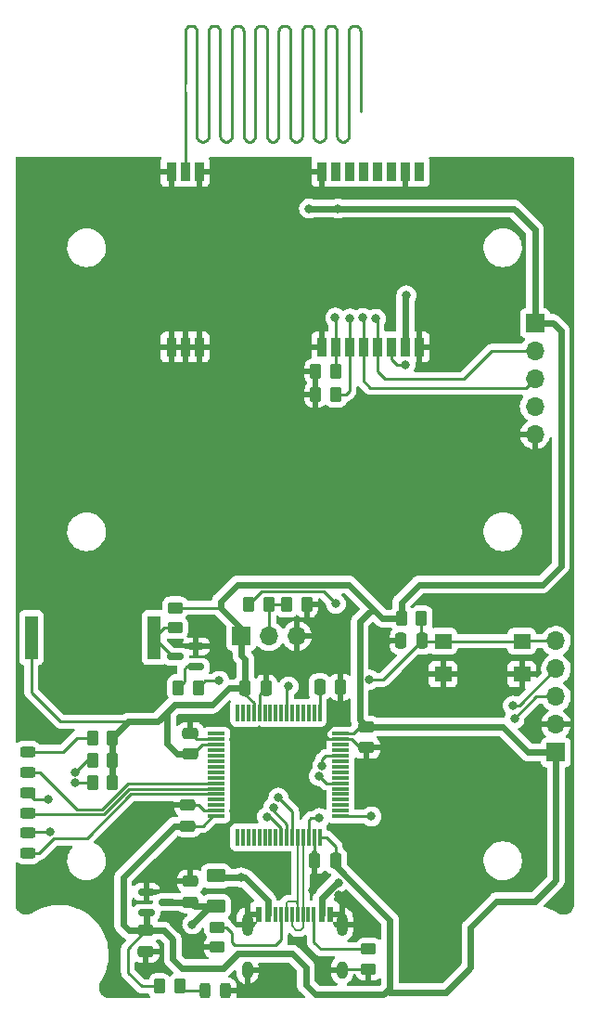
<source format=gbr>
%TF.GenerationSoftware,KiCad,Pcbnew,(6.0.4)*%
%TF.CreationDate,2022-05-01T17:18:24+08:00*%
%TF.ProjectId,RFID-siteV_1_0,52464944-2d73-4697-9465-565f315f302e,rev?*%
%TF.SameCoordinates,Original*%
%TF.FileFunction,Copper,L1,Top*%
%TF.FilePolarity,Positive*%
%FSLAX46Y46*%
G04 Gerber Fmt 4.6, Leading zero omitted, Abs format (unit mm)*
G04 Created by KiCad (PCBNEW (6.0.4)) date 2022-05-01 17:18:24*
%MOMM*%
%LPD*%
G01*
G04 APERTURE LIST*
G04 Aperture macros list*
%AMRoundRect*
0 Rectangle with rounded corners*
0 $1 Rounding radius*
0 $2 $3 $4 $5 $6 $7 $8 $9 X,Y pos of 4 corners*
0 Add a 4 corners polygon primitive as box body*
4,1,4,$2,$3,$4,$5,$6,$7,$8,$9,$2,$3,0*
0 Add four circle primitives for the rounded corners*
1,1,$1+$1,$2,$3*
1,1,$1+$1,$4,$5*
1,1,$1+$1,$6,$7*
1,1,$1+$1,$8,$9*
0 Add four rect primitives between the rounded corners*
20,1,$1+$1,$2,$3,$4,$5,0*
20,1,$1+$1,$4,$5,$6,$7,0*
20,1,$1+$1,$6,$7,$8,$9,0*
20,1,$1+$1,$8,$9,$2,$3,0*%
G04 Aperture macros list end*
%TA.AperFunction,EtchedComponent*%
%ADD10C,0.250000*%
%TD*%
%TA.AperFunction,SMDPad,CuDef*%
%ADD11RoundRect,0.250000X0.250000X0.475000X-0.250000X0.475000X-0.250000X-0.475000X0.250000X-0.475000X0*%
%TD*%
%TA.AperFunction,ComponentPad*%
%ADD12R,1.700000X1.700000*%
%TD*%
%TA.AperFunction,ComponentPad*%
%ADD13O,1.700000X1.700000*%
%TD*%
%TA.AperFunction,SMDPad,CuDef*%
%ADD14R,0.900000X1.800000*%
%TD*%
%TA.AperFunction,SMDPad,CuDef*%
%ADD15RoundRect,0.075000X-0.075000X0.700000X-0.075000X-0.700000X0.075000X-0.700000X0.075000X0.700000X0*%
%TD*%
%TA.AperFunction,SMDPad,CuDef*%
%ADD16RoundRect,0.075000X-0.700000X0.075000X-0.700000X-0.075000X0.700000X-0.075000X0.700000X0.075000X0*%
%TD*%
%TA.AperFunction,SMDPad,CuDef*%
%ADD17RoundRect,0.150000X-0.587500X-0.150000X0.587500X-0.150000X0.587500X0.150000X-0.587500X0.150000X0*%
%TD*%
%TA.AperFunction,SMDPad,CuDef*%
%ADD18R,1.600000X1.400000*%
%TD*%
%TA.AperFunction,SMDPad,CuDef*%
%ADD19RoundRect,0.250000X-0.262500X-0.450000X0.262500X-0.450000X0.262500X0.450000X-0.262500X0.450000X0*%
%TD*%
%TA.AperFunction,SMDPad,CuDef*%
%ADD20RoundRect,0.250000X0.450000X-0.262500X0.450000X0.262500X-0.450000X0.262500X-0.450000X-0.262500X0*%
%TD*%
%TA.AperFunction,SMDPad,CuDef*%
%ADD21RoundRect,0.250000X0.262500X0.450000X-0.262500X0.450000X-0.262500X-0.450000X0.262500X-0.450000X0*%
%TD*%
%TA.AperFunction,SMDPad,CuDef*%
%ADD22RoundRect,0.150000X0.587500X0.150000X-0.587500X0.150000X-0.587500X-0.150000X0.587500X-0.150000X0*%
%TD*%
%TA.AperFunction,SMDPad,CuDef*%
%ADD23R,0.600000X1.450000*%
%TD*%
%TA.AperFunction,SMDPad,CuDef*%
%ADD24R,0.300000X1.450000*%
%TD*%
%TA.AperFunction,ComponentPad*%
%ADD25O,1.000000X1.600000*%
%TD*%
%TA.AperFunction,ComponentPad*%
%ADD26O,1.000000X2.100000*%
%TD*%
%TA.AperFunction,SMDPad,CuDef*%
%ADD27RoundRect,0.250000X0.625000X-0.375000X0.625000X0.375000X-0.625000X0.375000X-0.625000X-0.375000X0*%
%TD*%
%TA.AperFunction,SMDPad,CuDef*%
%ADD28RoundRect,0.243750X0.456250X-0.243750X0.456250X0.243750X-0.456250X0.243750X-0.456250X-0.243750X0*%
%TD*%
%TA.AperFunction,SMDPad,CuDef*%
%ADD29RoundRect,0.243750X0.243750X0.456250X-0.243750X0.456250X-0.243750X-0.456250X0.243750X-0.456250X0*%
%TD*%
%TA.AperFunction,SMDPad,CuDef*%
%ADD30RoundRect,0.250000X0.475000X-0.250000X0.475000X0.250000X-0.475000X0.250000X-0.475000X-0.250000X0*%
%TD*%
%TA.AperFunction,SMDPad,CuDef*%
%ADD31RoundRect,0.250000X-0.250000X-0.475000X0.250000X-0.475000X0.250000X0.475000X-0.250000X0.475000X0*%
%TD*%
%TA.AperFunction,SMDPad,CuDef*%
%ADD32RoundRect,0.250000X-0.475000X0.250000X-0.475000X-0.250000X0.475000X-0.250000X0.475000X0.250000X0*%
%TD*%
%TA.AperFunction,SMDPad,CuDef*%
%ADD33R,1.200000X4.000000*%
%TD*%
%TA.AperFunction,SMDPad,CuDef*%
%ADD34O,0.250000X1.000000*%
%TD*%
%TA.AperFunction,ViaPad*%
%ADD35C,0.800000*%
%TD*%
%TA.AperFunction,Conductor*%
%ADD36C,0.600000*%
%TD*%
%TA.AperFunction,Conductor*%
%ADD37C,0.250000*%
%TD*%
%TA.AperFunction,Conductor*%
%ADD38C,0.200000*%
%TD*%
G04 APERTURE END LIST*
D10*
%TO.C,AE1*%
X97420411Y-96363962D02*
X97268589Y-96363962D01*
X90325625Y-85993630D02*
X90226203Y-85878891D01*
X98335389Y-85754037D02*
X98189718Y-85796810D01*
X96995197Y-96239108D02*
X96895775Y-96124369D01*
X92727997Y-96239108D02*
X92628575Y-96124369D01*
X87819211Y-85754037D02*
X87667389Y-85754037D01*
X91165282Y-96321189D02*
X91019611Y-96363962D01*
X99827403Y-96239108D02*
X99699682Y-96321189D01*
X88192025Y-85993630D02*
X88092603Y-85878891D01*
X87294575Y-85993630D02*
X87231506Y-86131732D01*
X103211900Y-86282008D02*
X103190294Y-86131732D01*
X98632882Y-85796810D02*
X98487211Y-85754037D01*
X94677500Y-86282008D02*
X94655894Y-86131732D01*
X93001389Y-96363962D02*
X92855718Y-96321189D01*
X99989894Y-95986267D02*
X99926825Y-96124369D01*
X90722118Y-96321189D02*
X90594397Y-96239108D01*
X97122918Y-96321189D02*
X96995197Y-96239108D01*
X95560203Y-96239108D02*
X95432482Y-96321189D01*
X98966306Y-95986267D02*
X98944700Y-95835991D01*
X96811100Y-95835991D02*
X96811100Y-86282008D01*
X100894203Y-85878891D02*
X100766482Y-85796810D01*
X95286811Y-96363962D02*
X95134989Y-96363962D01*
X91293003Y-96239108D02*
X91165282Y-96321189D01*
X92565506Y-95986267D02*
X92543900Y-95835991D01*
X90388694Y-86131732D02*
X90325625Y-85993630D01*
X97877900Y-86282008D02*
X97877900Y-95835991D01*
X94699106Y-95986267D02*
X94677500Y-95835991D01*
X91661197Y-85878891D02*
X91561775Y-85993630D01*
X103027803Y-85878891D02*
X102900082Y-85796810D01*
X95432482Y-96321189D02*
X95286811Y-96363962D01*
X101078300Y-95835991D02*
X101078300Y-86282008D01*
X97693803Y-96239108D02*
X97566082Y-96321189D01*
X103127225Y-85993630D02*
X103027803Y-85878891D01*
X88276700Y-86282008D02*
X88255094Y-86131732D01*
X99128797Y-96239108D02*
X99029375Y-96124369D01*
X103211900Y-93599000D02*
X103211900Y-86282008D01*
X96832706Y-95986267D02*
X96811100Y-95835991D01*
X91498706Y-86131732D02*
X91477100Y-86282008D01*
X93153211Y-96363962D02*
X93001389Y-96363962D01*
X100033106Y-86131732D02*
X100011500Y-86282008D01*
X92459225Y-85993630D02*
X92359803Y-85878891D01*
X95659625Y-96124369D02*
X95560203Y-96239108D01*
X101961003Y-96239108D02*
X101833282Y-96321189D01*
X95744300Y-86282008D02*
X95744300Y-95835991D01*
X94655894Y-86131732D02*
X94592825Y-85993630D01*
X95134989Y-96363962D02*
X94989318Y-96321189D01*
X96811100Y-86282008D02*
X96789494Y-86131732D01*
X102123494Y-95986267D02*
X102060425Y-96124369D01*
X98760603Y-85878891D02*
X98632882Y-85796810D01*
X100993625Y-85993630D02*
X100894203Y-85878891D01*
X91477100Y-86282008D02*
X91477100Y-95835991D01*
X96201789Y-85754037D02*
X96056118Y-85796810D01*
X98189718Y-85796810D02*
X98061997Y-85878891D01*
X87964882Y-85796810D02*
X87819211Y-85754037D01*
X93426603Y-96239108D02*
X93298882Y-96321189D01*
X102060425Y-96124369D02*
X101961003Y-96239108D01*
X88734189Y-96363962D02*
X88588518Y-96321189D01*
X99699682Y-96321189D02*
X99554011Y-96363962D01*
X101099906Y-95986267D02*
X101078300Y-95835991D01*
X94068189Y-85754037D02*
X93922518Y-85796810D01*
X90867789Y-96363962D02*
X90722118Y-96321189D01*
X101687611Y-96363962D02*
X101535789Y-96363962D01*
X94762175Y-96124369D02*
X94699106Y-95986267D01*
X98860025Y-85993630D02*
X98760603Y-85878891D01*
X97268589Y-96363962D02*
X97122918Y-96321189D01*
X89159403Y-96239108D02*
X89031682Y-96321189D01*
X102145100Y-95835991D02*
X102123494Y-95986267D01*
X94365682Y-85796810D02*
X94220011Y-85754037D01*
X92522294Y-86131732D02*
X92459225Y-85993630D01*
X92855718Y-96321189D02*
X92727997Y-96239108D01*
X91477100Y-95835991D02*
X91455494Y-95986267D01*
X89343500Y-95835991D02*
X89321894Y-95986267D01*
X100011500Y-86282008D02*
X100011500Y-95835991D01*
X90098482Y-85796810D02*
X89952811Y-85754037D01*
X100620811Y-85754037D02*
X100468989Y-85754037D01*
X102166706Y-86131732D02*
X102145100Y-86282008D01*
X96895775Y-96124369D02*
X96832706Y-95986267D01*
X90226203Y-85878891D02*
X90098482Y-85796810D01*
X93610700Y-95835991D02*
X93589094Y-95986267D01*
X88886011Y-96363962D02*
X88734189Y-96363962D01*
X89031682Y-96321189D02*
X88886011Y-96363962D01*
X100096175Y-85993630D02*
X100033106Y-86131732D01*
X91019611Y-96363962D02*
X90867789Y-96363962D01*
X93794797Y-85878891D02*
X93695375Y-85993630D01*
X101833282Y-96321189D02*
X101687611Y-96363962D01*
X89321894Y-95986267D02*
X89258825Y-96124369D01*
X92232082Y-85796810D02*
X92086411Y-85754037D01*
X102145100Y-86282008D02*
X102145100Y-95835991D01*
X93298882Y-96321189D02*
X93153211Y-96363962D01*
X87393997Y-85878891D02*
X87294575Y-85993630D01*
X91934589Y-85754037D02*
X91788918Y-85796810D01*
X98487211Y-85754037D02*
X98335389Y-85754037D01*
X100195597Y-85878891D02*
X100096175Y-85993630D01*
X100766482Y-85796810D02*
X100620811Y-85754037D01*
X95744300Y-95835991D02*
X95722694Y-95986267D01*
X95828975Y-85993630D02*
X95765906Y-86131732D01*
X98923094Y-86131732D02*
X98860025Y-85993630D01*
X88092603Y-85878891D02*
X87964882Y-85796810D01*
X101078300Y-86282008D02*
X101056694Y-86131732D01*
X97856294Y-95986267D02*
X97793225Y-96124369D01*
X97962575Y-85993630D02*
X97899506Y-86131732D01*
X93610700Y-86282008D02*
X93610700Y-95835991D01*
X92086411Y-85754037D02*
X91934589Y-85754037D01*
X95765906Y-86131732D02*
X95744300Y-86282008D01*
X89655318Y-85796810D02*
X89527597Y-85878891D01*
X90594397Y-96239108D02*
X90494975Y-96124369D01*
X100323318Y-85796810D02*
X100195597Y-85878891D01*
X94861597Y-96239108D02*
X94762175Y-96124369D01*
X99029375Y-96124369D02*
X98966306Y-95986267D01*
X99402189Y-96363962D02*
X99256518Y-96321189D01*
X95722694Y-95986267D02*
X95659625Y-96124369D01*
X90431906Y-95986267D02*
X90410300Y-95835991D01*
X99554011Y-96363962D02*
X99402189Y-96363962D01*
X98944700Y-86282008D02*
X98923094Y-86131732D01*
X102329197Y-85878891D02*
X102229775Y-85993630D01*
X89952811Y-85754037D02*
X89800989Y-85754037D01*
X88276700Y-95835991D02*
X88276700Y-86282008D01*
X96789494Y-86131732D02*
X96726425Y-85993630D01*
X93922518Y-85796810D02*
X93794797Y-85878891D01*
X89428175Y-85993630D02*
X89365106Y-86131732D01*
X88588518Y-96321189D02*
X88460797Y-96239108D01*
X101535789Y-96363962D02*
X101390118Y-96321189D01*
X89527597Y-85878891D02*
X89428175Y-85993630D01*
X101056694Y-86131732D02*
X100993625Y-85993630D01*
X94989318Y-96321189D02*
X94861597Y-96239108D01*
X94592825Y-85993630D02*
X94493403Y-85878891D01*
X102456918Y-85796810D02*
X102329197Y-85878891D01*
X93526025Y-96124369D02*
X93426603Y-96239108D01*
X92359803Y-85878891D02*
X92232082Y-85796810D01*
X97899506Y-86131732D02*
X97877900Y-86282008D01*
X97566082Y-96321189D02*
X97420411Y-96363962D01*
X89800989Y-85754037D02*
X89655318Y-85796810D01*
X100468989Y-85754037D02*
X100323318Y-85796810D01*
X92628575Y-96124369D02*
X92565506Y-95986267D01*
X94493403Y-85878891D02*
X94365682Y-85796810D01*
X90410300Y-95835991D02*
X90410300Y-86282008D01*
X89365106Y-86131732D02*
X89343500Y-86282008D01*
X91392425Y-96124369D02*
X91293003Y-96239108D01*
X87209900Y-86282008D02*
X87209900Y-91059000D01*
X93695375Y-85993630D02*
X93632306Y-86131732D01*
X95928397Y-85878891D02*
X95828975Y-85993630D01*
X94677500Y-95835991D02*
X94677500Y-86282008D01*
X96627003Y-85878891D02*
X96499282Y-85796810D01*
X96726425Y-85993630D02*
X96627003Y-85878891D01*
X87667389Y-85754037D02*
X87521718Y-85796810D01*
X97793225Y-96124369D02*
X97693803Y-96239108D01*
X103190294Y-86131732D02*
X103127225Y-85993630D01*
X93632306Y-86131732D02*
X93610700Y-86282008D01*
X102602589Y-85754037D02*
X102456918Y-85796810D01*
X96499282Y-85796810D02*
X96353611Y-85754037D01*
X102754411Y-85754037D02*
X102602589Y-85754037D01*
X101262397Y-96239108D02*
X101162975Y-96124369D01*
X88298306Y-95986267D02*
X88276700Y-95835991D01*
X98061997Y-85878891D02*
X97962575Y-85993630D01*
X87231506Y-86131732D02*
X87209900Y-86282008D01*
X98944700Y-95835991D02*
X98944700Y-86282008D01*
X93589094Y-95986267D02*
X93526025Y-96124369D01*
X99926825Y-96124369D02*
X99827403Y-96239108D01*
X101162975Y-96124369D02*
X101099906Y-95986267D01*
X88460797Y-96239108D02*
X88361375Y-96124369D01*
X89258825Y-96124369D02*
X89159403Y-96239108D01*
X92543900Y-95835991D02*
X92543900Y-86282008D01*
X102229775Y-85993630D02*
X102166706Y-86131732D01*
X88255094Y-86131732D02*
X88192025Y-85993630D01*
X91455494Y-95986267D02*
X91392425Y-96124369D01*
X90494975Y-96124369D02*
X90431906Y-95986267D01*
X99256518Y-96321189D02*
X99128797Y-96239108D01*
X87521718Y-85796810D02*
X87393997Y-85878891D01*
X96056118Y-85796810D02*
X95928397Y-85878891D01*
X96353611Y-85754037D02*
X96201789Y-85754037D01*
X90410300Y-86282008D02*
X90388694Y-86131732D01*
X101390118Y-96321189D02*
X101262397Y-96239108D01*
X100011500Y-95835991D02*
X99989894Y-95986267D01*
X97877900Y-95835991D02*
X97856294Y-95986267D01*
X91561775Y-85993630D02*
X91498706Y-86131732D01*
X91788918Y-85796810D02*
X91661197Y-85878891D01*
X94220011Y-85754037D02*
X94068189Y-85754037D01*
X92543900Y-86282008D02*
X92522294Y-86131732D01*
X89343500Y-86282008D02*
X89343500Y-95835991D01*
X102900082Y-85796810D02*
X102754411Y-85754037D01*
X88361375Y-96124369D02*
X88298306Y-95986267D01*
%TD*%
D11*
%TO.P,C8,1*%
%TO.N,+3V3*%
X100949800Y-161899600D03*
%TO.P,C8,2*%
%TO.N,GND*%
X99049800Y-161899600D03*
%TD*%
D12*
%TO.P,J3,1,Pin_1*%
%TO.N,+3V3*%
X92329000Y-141427200D03*
D13*
%TO.P,J3,2,Pin_2*%
%TO.N,Net-(J3-Pad2)*%
X94869000Y-141427200D03*
%TO.P,J3,3,Pin_3*%
%TO.N,GND*%
X97409000Y-141427200D03*
%TD*%
D14*
%TO.P,U3,26,GND*%
%TO.N,GND*%
X108576000Y-115059200D03*
%TO.P,U3,25,VCC*%
%TO.N,+5V*%
X107306000Y-115059200D03*
%TO.P,U3,24,AUX*%
%TO.N,/LoRa_AUX*%
X106036000Y-115059200D03*
%TO.P,U3,23,TXD*%
%TO.N,/LoRa_TXD_*%
X104766000Y-115059200D03*
%TO.P,U3,22,RXD*%
%TO.N,/LoRa_RXD_*%
X103496000Y-115059200D03*
%TO.P,U3,21,M1*%
%TO.N,/M1*%
X102226000Y-115059200D03*
%TO.P,U3,20,M0*%
%TO.N,/M0*%
X100956000Y-115059200D03*
%TO.P,U3,19,GND*%
%TO.N,GND*%
X99686000Y-115059200D03*
%TO.P,U3,16,GND*%
X88486000Y-115059200D03*
%TO.P,U3,15,GND*%
X87216000Y-115059200D03*
%TO.P,U3,14,GND*%
X85946000Y-115059200D03*
%TO.P,U3,13,GND*%
X85946000Y-99059200D03*
%TO.P,U3,12,ANT*%
%TO.N,/ANT*%
X87216000Y-99059200D03*
%TO.P,U3,11,GND*%
%TO.N,GND*%
X88486000Y-99059200D03*
%TO.P,U3,8,GND*%
X99686000Y-99059200D03*
%TO.P,U3,7,NC*%
%TO.N,unconnected-(U3-Pad7)*%
X100956000Y-99059200D03*
%TO.P,U3,6,NC*%
%TO.N,unconnected-(U3-Pad6)*%
X102226000Y-99059200D03*
%TO.P,U3,5,NC*%
%TO.N,unconnected-(U3-Pad5)*%
X103496000Y-99059200D03*
%TO.P,U3,4,NC*%
%TO.N,unconnected-(U3-Pad4)*%
X104766000Y-99059200D03*
%TO.P,U3,3,NC*%
%TO.N,unconnected-(U3-Pad3)*%
X106036000Y-99059200D03*
%TO.P,U3,2,GND*%
%TO.N,GND*%
X107306000Y-99059200D03*
%TO.P,U3,1,NC*%
%TO.N,unconnected-(U3-Pad1)*%
X108576000Y-99059200D03*
%TD*%
D15*
%TO.P,U2,1,VLCD*%
%TO.N,Net-(C3-Pad1)*%
X99482600Y-148426800D03*
%TO.P,U2,2,PC13*%
%TO.N,unconnected-(U2-Pad2)*%
X98982600Y-148426800D03*
%TO.P,U2,3,PC14*%
%TO.N,unconnected-(U2-Pad3)*%
X98482600Y-148426800D03*
%TO.P,U2,4,PC15*%
%TO.N,unconnected-(U2-Pad4)*%
X97982600Y-148426800D03*
%TO.P,U2,5,PH0*%
%TO.N,unconnected-(U2-Pad5)*%
X97482600Y-148426800D03*
%TO.P,U2,6,PH1*%
%TO.N,unconnected-(U2-Pad6)*%
X96982600Y-148426800D03*
%TO.P,U2,7,NRST*%
%TO.N,/NRST*%
X96482600Y-148426800D03*
%TO.P,U2,8,PC0*%
%TO.N,unconnected-(U2-Pad8)*%
X95982600Y-148426800D03*
%TO.P,U2,9,PC1*%
%TO.N,unconnected-(U2-Pad9)*%
X95482600Y-148426800D03*
%TO.P,U2,10,PC2*%
%TO.N,unconnected-(U2-Pad10)*%
X94982600Y-148426800D03*
%TO.P,U2,11,PC3*%
%TO.N,unconnected-(U2-Pad11)*%
X94482600Y-148426800D03*
%TO.P,U2,12,VSSA*%
%TO.N,GND*%
X93982600Y-148426800D03*
%TO.P,U2,13,VDDA*%
%TO.N,+3V3*%
X93482600Y-148426800D03*
%TO.P,U2,14,PA0*%
%TO.N,unconnected-(U2-Pad14)*%
X92982600Y-148426800D03*
%TO.P,U2,15,PA1*%
%TO.N,unconnected-(U2-Pad15)*%
X92482600Y-148426800D03*
%TO.P,U2,16,PA2*%
%TO.N,/L53R8_UART2_TX*%
X91982600Y-148426800D03*
D16*
%TO.P,U2,17,PA3*%
%TO.N,/L53R8_UART2_RX*%
X90057600Y-150351800D03*
%TO.P,U2,18,VSS*%
%TO.N,GND*%
X90057600Y-150851800D03*
%TO.P,U2,19,VDD*%
%TO.N,+3V3*%
X90057600Y-151351800D03*
%TO.P,U2,20,PA4*%
%TO.N,unconnected-(U2-Pad20)*%
X90057600Y-151851800D03*
%TO.P,U2,21,PA5*%
%TO.N,unconnected-(U2-Pad21)*%
X90057600Y-152351800D03*
%TO.P,U2,22,PA6*%
%TO.N,unconnected-(U2-Pad22)*%
X90057600Y-152851800D03*
%TO.P,U2,23,PA7*%
%TO.N,unconnected-(U2-Pad23)*%
X90057600Y-153351800D03*
%TO.P,U2,24,PC4*%
%TO.N,unconnected-(U2-Pad24)*%
X90057600Y-153851800D03*
%TO.P,U2,25,PC5*%
%TO.N,unconnected-(U2-Pad25)*%
X90057600Y-154351800D03*
%TO.P,U2,26,PB0*%
%TO.N,/PB0*%
X90057600Y-154851800D03*
%TO.P,U2,27,PB1*%
%TO.N,/PB1*%
X90057600Y-155351800D03*
%TO.P,U2,28,PB2*%
%TO.N,/PB2*%
X90057600Y-155851800D03*
%TO.P,U2,29,PB10*%
%TO.N,unconnected-(U2-Pad29)*%
X90057600Y-156351800D03*
%TO.P,U2,30,PB11*%
%TO.N,unconnected-(U2-Pad30)*%
X90057600Y-156851800D03*
%TO.P,U2,31,VSS*%
%TO.N,GND*%
X90057600Y-157351800D03*
%TO.P,U2,32,VDD*%
%TO.N,+3V3*%
X90057600Y-157851800D03*
D15*
%TO.P,U2,33,PB12*%
%TO.N,unconnected-(U2-Pad33)*%
X91982600Y-159776800D03*
%TO.P,U2,34,PB13*%
%TO.N,unconnected-(U2-Pad34)*%
X92482600Y-159776800D03*
%TO.P,U2,35,PB14*%
%TO.N,unconnected-(U2-Pad35)*%
X92982600Y-159776800D03*
%TO.P,U2,36,PB15*%
%TO.N,unconnected-(U2-Pad36)*%
X93482600Y-159776800D03*
%TO.P,U2,37,PC6*%
%TO.N,unconnected-(U2-Pad37)*%
X93982600Y-159776800D03*
%TO.P,U2,38,PC7*%
%TO.N,unconnected-(U2-Pad38)*%
X94482600Y-159776800D03*
%TO.P,U2,39,PC8*%
%TO.N,unconnected-(U2-Pad39)*%
X94982600Y-159776800D03*
%TO.P,U2,40,PC9*%
%TO.N,unconnected-(U2-Pad40)*%
X95482600Y-159776800D03*
%TO.P,U2,41,PA8*%
%TO.N,/LoRa_AUX*%
X95982600Y-159776800D03*
%TO.P,U2,42,PA9*%
%TO.N,/L53R8_UART1_TX*%
X96482600Y-159776800D03*
%TO.P,U2,43,PA10*%
%TO.N,/L53R8_UART1_RX*%
X96982600Y-159776800D03*
%TO.P,U2,44,PA11*%
%TO.N,/USB_D-*%
X97482600Y-159776800D03*
%TO.P,U2,45,PA12*%
%TO.N,/USB_D+*%
X97982600Y-159776800D03*
%TO.P,U2,46,PA13*%
%TO.N,/SWDIO*%
X98482600Y-159776800D03*
%TO.P,U2,47,VSS*%
%TO.N,GND*%
X98982600Y-159776800D03*
%TO.P,U2,48,VDD_USB*%
%TO.N,+3V3*%
X99482600Y-159776800D03*
D16*
%TO.P,U2,49,PA14*%
%TO.N,/SWCLK*%
X101407600Y-157851800D03*
%TO.P,U2,50,PA15*%
%TO.N,unconnected-(U2-Pad50)*%
X101407600Y-157351800D03*
%TO.P,U2,51,PC10*%
%TO.N,unconnected-(U2-Pad51)*%
X101407600Y-156851800D03*
%TO.P,U2,52,PC11*%
%TO.N,unconnected-(U2-Pad52)*%
X101407600Y-156351800D03*
%TO.P,U2,53,PC12*%
%TO.N,unconnected-(U2-Pad53)*%
X101407600Y-155851800D03*
%TO.P,U2,54,PD2*%
%TO.N,unconnected-(U2-Pad54)*%
X101407600Y-155351800D03*
%TO.P,U2,55,PB3*%
%TO.N,/buz*%
X101407600Y-154851800D03*
%TO.P,U2,56,PB4*%
%TO.N,unconnected-(U2-Pad56)*%
X101407600Y-154351800D03*
%TO.P,U2,57,PB5*%
%TO.N,unconnected-(U2-Pad57)*%
X101407600Y-153851800D03*
%TO.P,U2,58,PB6*%
%TO.N,unconnected-(U2-Pad58)*%
X101407600Y-153351800D03*
%TO.P,U2,59,PB7*%
%TO.N,unconnected-(U2-Pad59)*%
X101407600Y-152851800D03*
%TO.P,U2,60,BOOT0*%
%TO.N,/BOOT0*%
X101407600Y-152351800D03*
%TO.P,U2,61,PB8*%
%TO.N,unconnected-(U2-Pad61)*%
X101407600Y-151851800D03*
%TO.P,U2,62,PB9*%
%TO.N,unconnected-(U2-Pad62)*%
X101407600Y-151351800D03*
%TO.P,U2,63,VSS*%
%TO.N,GND*%
X101407600Y-150851800D03*
%TO.P,U2,64,VDD*%
%TO.N,+3V3*%
X101407600Y-150351800D03*
%TD*%
D17*
%TO.P,U1,1,GND*%
%TO.N,GND*%
X83669900Y-164759600D03*
%TO.P,U1,2,VO*%
%TO.N,+3V3*%
X83669900Y-166659600D03*
%TO.P,U1,3,VI*%
%TO.N,+5V*%
X85544900Y-165709600D03*
%TD*%
D18*
%TO.P,SW1,1,1*%
%TO.N,GND*%
X110744000Y-144909800D03*
X117944000Y-144909800D03*
%TO.P,SW1,2,2*%
%TO.N,/NRST*%
X110744000Y-141909800D03*
X117944000Y-141909800D03*
%TD*%
D19*
%TO.P,R13,1*%
%TO.N,/BOOT0*%
X93001700Y-138557000D03*
%TO.P,R13,2*%
%TO.N,Net-(J3-Pad2)*%
X94826700Y-138557000D03*
%TD*%
%TO.P,R12,1*%
%TO.N,Net-(J3-Pad2)*%
X96471100Y-138557000D03*
%TO.P,R12,2*%
%TO.N,GND*%
X98296100Y-138557000D03*
%TD*%
%TO.P,R11,1*%
%TO.N,+3V3*%
X106954500Y-139828400D03*
%TO.P,R11,2*%
%TO.N,/NRST*%
X108779500Y-139828400D03*
%TD*%
%TO.P,R10,1*%
%TO.N,GND*%
X99136200Y-119405400D03*
%TO.P,R10,2*%
%TO.N,/M1*%
X100961200Y-119405400D03*
%TD*%
%TO.P,R9,1*%
%TO.N,GND*%
X99138100Y-117297200D03*
%TO.P,R9,2*%
%TO.N,/M0*%
X100963100Y-117297200D03*
%TD*%
%TO.P,R8,1*%
%TO.N,Net-(D4-Pad2)*%
X78741900Y-154762200D03*
%TO.P,R8,2*%
%TO.N,+3V3*%
X80566900Y-154762200D03*
%TD*%
%TO.P,R7,1*%
%TO.N,Net-(D3-Pad2)*%
X78743800Y-152730200D03*
%TO.P,R7,2*%
%TO.N,+3V3*%
X80568800Y-152730200D03*
%TD*%
D20*
%TO.P,R6,1*%
%TO.N,Net-(BZ1-Pad2)*%
X86309200Y-140665200D03*
%TO.P,R6,2*%
%TO.N,+3V3*%
X86309200Y-138840200D03*
%TD*%
D19*
%TO.P,R5,1*%
%TO.N,Net-(D2-Pad2)*%
X78741900Y-150698200D03*
%TO.P,R5,2*%
%TO.N,+3V3*%
X80566900Y-150698200D03*
%TD*%
%TO.P,R4,1*%
%TO.N,Net-(R4-Pad1)*%
X86590500Y-146126200D03*
%TO.P,R4,2*%
%TO.N,/buz*%
X88415500Y-146126200D03*
%TD*%
D21*
%TO.P,R3,1*%
%TO.N,Net-(D1-Pad2)*%
X86713700Y-173380400D03*
%TO.P,R3,2*%
%TO.N,+3V3*%
X84888700Y-173380400D03*
%TD*%
D20*
%TO.P,R2,2*%
%TO.N,/CC1*%
X90144600Y-167970200D03*
%TO.P,R2,1*%
%TO.N,GND*%
X90144600Y-169795200D03*
%TD*%
%TO.P,R1,1*%
%TO.N,GND*%
X103962200Y-171803700D03*
%TO.P,R1,2*%
%TO.N,/CC2*%
X103962200Y-169978700D03*
%TD*%
D22*
%TO.P,Q1,1,B*%
%TO.N,Net-(R4-Pad1)*%
X88211900Y-144256800D03*
%TO.P,Q1,2,E*%
%TO.N,GND*%
X88211900Y-142356800D03*
%TO.P,Q1,3,C*%
%TO.N,Net-(BZ1-Pad2)*%
X86336900Y-143306800D03*
%TD*%
D12*
%TO.P,J4,1,Pin_1*%
%TO.N,+3V3*%
X121056400Y-152044400D03*
D13*
%TO.P,J4,2,Pin_2*%
%TO.N,GND*%
X121056400Y-149504400D03*
%TO.P,J4,3,Pin_3*%
%TO.N,/SWDIO*%
X121056400Y-146964400D03*
%TO.P,J4,4,Pin_4*%
%TO.N,/SWCLK*%
X121056400Y-144424400D03*
%TO.P,J4,5,Pin_5*%
%TO.N,/NRST*%
X121056400Y-141884400D03*
%TD*%
D12*
%TO.P,J2,1,Pin_1*%
%TO.N,+3V3*%
X119126000Y-112882600D03*
D13*
%TO.P,J2,2,Pin_2*%
%TO.N,/LoRa_TXD_*%
X119126000Y-115422600D03*
%TO.P,J2,3,Pin_3*%
%TO.N,/LoRa_RXD_*%
X119126000Y-117962600D03*
%TO.P,J2,4,Pin_4*%
%TO.N,unconnected-(J2-Pad4)*%
X119126000Y-120502600D03*
%TO.P,J2,5,Pin_5*%
%TO.N,GND*%
X119126000Y-123042600D03*
%TD*%
D23*
%TO.P,J1,A1,GND*%
%TO.N,GND*%
X93957982Y-166795400D03*
%TO.P,J1,A4,VBUS*%
%TO.N,Net-(F1-Pad2)*%
X94757982Y-166795400D03*
D24*
%TO.P,J1,A5,CC1*%
%TO.N,/CC1*%
X95957982Y-166795400D03*
%TO.P,J1,A6,D+*%
%TO.N,/USB_D+*%
X96957982Y-166795400D03*
%TO.P,J1,A7,D-*%
%TO.N,/USB_D-*%
X97457982Y-166795400D03*
%TO.P,J1,A8,SBU1*%
%TO.N,unconnected-(J1-PadA8)*%
X98457982Y-166795400D03*
D23*
%TO.P,J1,A9,VBUS*%
%TO.N,Net-(F1-Pad2)*%
X99657982Y-166795400D03*
%TO.P,J1,A12,GND*%
%TO.N,GND*%
X100457982Y-166795400D03*
%TO.P,J1,B1,GND*%
X100457982Y-166795400D03*
%TO.P,J1,B4,VBUS*%
%TO.N,Net-(F1-Pad2)*%
X99657982Y-166795400D03*
D24*
%TO.P,J1,B5,CC2*%
%TO.N,/CC2*%
X98957982Y-166795400D03*
%TO.P,J1,B6,D+*%
%TO.N,/USB_D+*%
X97957982Y-166795400D03*
%TO.P,J1,B7,D-*%
%TO.N,/USB_D-*%
X96457982Y-166795400D03*
%TO.P,J1,B8,SBU2*%
%TO.N,unconnected-(J1-PadB8)*%
X95457982Y-166795400D03*
D23*
%TO.P,J1,B9,VBUS*%
%TO.N,Net-(F1-Pad2)*%
X94757982Y-166795400D03*
%TO.P,J1,B12,GND*%
%TO.N,GND*%
X93957982Y-166795400D03*
D25*
%TO.P,J1,S1,SHIELD*%
X92887982Y-171890400D03*
D26*
X92887982Y-167710400D03*
X101527982Y-167710400D03*
D25*
X101527982Y-171890400D03*
%TD*%
D27*
%TO.P,F1,1*%
%TO.N,+5V*%
X90017600Y-166093600D03*
%TO.P,F1,2*%
%TO.N,Net-(F1-Pad2)*%
X90017600Y-163293600D03*
%TD*%
D28*
%TO.P,D4,1,K*%
%TO.N,/PB2*%
X72847200Y-161236900D03*
%TO.P,D4,2,A*%
%TO.N,Net-(D4-Pad2)*%
X72847200Y-159361900D03*
%TD*%
%TO.P,D3,1,K*%
%TO.N,/PB1*%
X72847200Y-157604700D03*
%TO.P,D3,2,A*%
%TO.N,Net-(D3-Pad2)*%
X72847200Y-155729700D03*
%TD*%
%TO.P,D2,1,K*%
%TO.N,/PB0*%
X72847200Y-153870900D03*
%TO.P,D2,2,A*%
%TO.N,Net-(D2-Pad2)*%
X72847200Y-151995900D03*
%TD*%
D29*
%TO.P,D1,1,K*%
%TO.N,GND*%
X90878900Y-173786800D03*
%TO.P,D1,2,A*%
%TO.N,Net-(D1-Pad2)*%
X89003900Y-173786800D03*
%TD*%
D11*
%TO.P,C9,1*%
%TO.N,/NRST*%
X108817000Y-141885800D03*
%TO.P,C9,2*%
%TO.N,GND*%
X106917000Y-141885800D03*
%TD*%
D30*
%TO.P,C7,1*%
%TO.N,+3V3*%
X87452200Y-158750000D03*
%TO.P,C7,2*%
%TO.N,GND*%
X87452200Y-156850000D03*
%TD*%
%TO.P,C6,1*%
%TO.N,+3V3*%
X87680800Y-152181600D03*
%TO.P,C6,2*%
%TO.N,GND*%
X87680800Y-150281600D03*
%TD*%
D31*
%TO.P,C5,1*%
%TO.N,+3V3*%
X92699800Y-146177000D03*
%TO.P,C5,2*%
%TO.N,GND*%
X94599800Y-146177000D03*
%TD*%
D32*
%TO.P,C4,1*%
%TO.N,+3V3*%
X103784400Y-149722800D03*
%TO.P,C4,2*%
%TO.N,GND*%
X103784400Y-151622800D03*
%TD*%
D31*
%TO.P,C3,1*%
%TO.N,Net-(C3-Pad1)*%
X99481600Y-146075400D03*
%TO.P,C3,2*%
%TO.N,GND*%
X101381600Y-146075400D03*
%TD*%
D32*
%TO.P,C2,1*%
%TO.N,+3V3*%
X83642200Y-168290200D03*
%TO.P,C2,2*%
%TO.N,GND*%
X83642200Y-170190200D03*
%TD*%
D30*
%TO.P,C1,1*%
%TO.N,+5V*%
X87706200Y-165694400D03*
%TO.P,C1,2*%
%TO.N,GND*%
X87706200Y-163794400D03*
%TD*%
D33*
%TO.P,BZ1,1,-*%
%TO.N,+3V3*%
X73165400Y-141579600D03*
%TO.P,BZ1,2,+*%
%TO.N,Net-(BZ1-Pad2)*%
X84365400Y-141579600D03*
%TD*%
D34*
%TO.P,AE1,1,A*%
%TO.N,/ANT*%
X87209900Y-91471000D03*
%TD*%
D35*
%TO.N,GND*%
X96088200Y-171958000D03*
X99872800Y-171856400D03*
X96088200Y-164795200D03*
X101193600Y-165074600D03*
X84150200Y-157607000D03*
X88671400Y-137591800D03*
X88798400Y-140106400D03*
X100990400Y-141681200D03*
X105003600Y-147345400D03*
X104800400Y-143865600D03*
X98831400Y-164642800D03*
X88061800Y-170002200D03*
X92049600Y-165455600D03*
%TO.N,/NRST*%
X104038400Y-145415000D03*
X96647000Y-146024600D03*
%TO.N,/SWDIO*%
X99466400Y-158035100D03*
%TO.N,/SWCLK*%
X104216200Y-157873100D03*
X117119400Y-147777200D03*
%TO.N,/SWDIO*%
X117271800Y-148971000D03*
%TO.N,/BOOT0*%
X99724177Y-153251521D03*
X100965000Y-138480800D03*
%TO.N,GND*%
X83616800Y-171831000D03*
%TO.N,/M0*%
X100914200Y-112395000D03*
%TO.N,/M1*%
X102260400Y-112471200D03*
%TO.N,/LoRa_RXD_*%
X103428800Y-112420400D03*
%TO.N,/LoRa_TXD_*%
X104622600Y-112496600D03*
%TO.N,/LoRa_AUX*%
X107315000Y-116713000D03*
X94694014Y-157907279D03*
%TO.N,/L53R8_UART1_TX*%
X95246777Y-157074538D03*
%TO.N,/L53R8_UART1_RX*%
X95717858Y-156164639D03*
%TO.N,/buz*%
X99425897Y-154205478D03*
X90322400Y-145516600D03*
%TO.N,Net-(D3-Pad2)*%
X74726800Y-156286200D03*
X77166804Y-153839263D03*
%TO.N,Net-(D4-Pad2)*%
X77139800Y-154838400D03*
X74853800Y-159258000D03*
%TO.N,+5V*%
X107404500Y-110361891D03*
X87858600Y-167716200D03*
%TO.N,+3V3*%
X101142800Y-102438200D03*
X98526600Y-102438200D03*
%TO.N,Net-(F1-Pad2)*%
X92329000Y-163449000D03*
X101193600Y-163906200D03*
%TD*%
D36*
%TO.N,+3V3*%
X98247200Y-173253400D02*
X98221800Y-173253400D01*
X98221800Y-171627800D02*
X98221800Y-173253400D01*
X99110800Y-174117000D02*
X98247200Y-173253400D01*
X99110800Y-174117000D02*
X105308400Y-174117000D01*
X105308400Y-174117000D02*
X105676700Y-173748700D01*
X97002600Y-170408600D02*
X98221800Y-171627800D01*
X86944200Y-171729400D02*
X90703400Y-171729400D01*
X92024200Y-170408600D02*
X97002600Y-170408600D01*
X86080600Y-170865800D02*
X86944200Y-171729400D01*
X85257600Y-168290200D02*
X86080600Y-169113200D01*
X86080600Y-169113200D02*
X86080600Y-170865800D01*
X83642200Y-168290200D02*
X85257600Y-168290200D01*
X90703400Y-171729400D02*
X92024200Y-170408600D01*
%TO.N,Net-(F1-Pad2)*%
X101089898Y-163906200D02*
X99657982Y-165338116D01*
X101193600Y-163906200D02*
X101089898Y-163906200D01*
X99657982Y-165338116D02*
X99657982Y-166795400D01*
%TO.N,+5V*%
X87858600Y-167716200D02*
X89481200Y-166093600D01*
X89481200Y-166093600D02*
X90017600Y-166093600D01*
D37*
%TO.N,+3V3*%
X75844400Y-149250400D02*
X82014700Y-149250400D01*
X73165400Y-146571400D02*
X75844400Y-149250400D01*
X73165400Y-141579600D02*
X73165400Y-146571400D01*
%TO.N,Net-(BZ1-Pad2)*%
X85279800Y-140665200D02*
X84365400Y-141579600D01*
X86309200Y-140665200D02*
X85279800Y-140665200D01*
X86092600Y-143306800D02*
X84365400Y-141579600D01*
X86336900Y-143306800D02*
X86092600Y-143306800D01*
%TO.N,Net-(R4-Pad1)*%
X87315000Y-144256800D02*
X88211900Y-144256800D01*
X87122000Y-144449800D02*
X87315000Y-144256800D01*
X87122000Y-145594700D02*
X87122000Y-144449800D01*
X86590500Y-146126200D02*
X87122000Y-145594700D01*
%TO.N,/buz*%
X89025100Y-145516600D02*
X88415500Y-146126200D01*
X90322400Y-145516600D02*
X89025100Y-145516600D01*
%TO.N,+3V3*%
X90402400Y-138840200D02*
X90453200Y-138891000D01*
X86309200Y-138840200D02*
X90402400Y-138840200D01*
D36*
X86233000Y-158750000D02*
X87452200Y-158750000D01*
X81559400Y-163423600D02*
X86233000Y-158750000D01*
X81559400Y-167792400D02*
X81559400Y-163423600D01*
X82057200Y-168290200D02*
X81559400Y-167792400D01*
X83642200Y-168290200D02*
X82057200Y-168290200D01*
D37*
%TO.N,/L53R8_UART1_RX*%
X96982600Y-157429381D02*
X95717858Y-156164639D01*
X96982600Y-159776800D02*
X96982600Y-157429381D01*
%TO.N,/LoRa_AUX*%
X95982600Y-158936794D02*
X94953085Y-157907279D01*
X95982600Y-159776800D02*
X95982600Y-158936794D01*
%TO.N,/L53R8_UART1_TX*%
X96482600Y-159776800D02*
X96482600Y-158585600D01*
X95246777Y-157349777D02*
X95246777Y-157074538D01*
%TO.N,/LoRa_AUX*%
X94953085Y-157907279D02*
X94694014Y-157907279D01*
%TO.N,/BOOT0*%
X99724177Y-152675623D02*
X99724177Y-153251521D01*
%TO.N,/L53R8_UART1_TX*%
X96482600Y-158585600D02*
X95246777Y-157349777D01*
%TO.N,/BOOT0*%
X101407600Y-152351800D02*
X100048000Y-152351800D01*
X100048000Y-152351800D02*
X99724177Y-152675623D01*
%TO.N,/buz*%
X101407600Y-154851800D02*
X100072219Y-154851800D01*
X100072219Y-154851800D02*
X99425897Y-154205478D01*
%TO.N,GND*%
X84907200Y-156850000D02*
X84150200Y-157607000D01*
X87452200Y-156850000D02*
X84907200Y-156850000D01*
%TO.N,/PB2*%
X78245010Y-159880901D02*
X78117099Y-159880901D01*
X82274111Y-155851800D02*
X78245010Y-159880901D01*
X90057600Y-155851800D02*
X82274111Y-155851800D01*
X78117099Y-159880901D02*
X75255499Y-159880901D01*
%TO.N,/PB0*%
X85913392Y-154851800D02*
X90057600Y-154851800D01*
X85862903Y-154902289D02*
X85913392Y-154851800D01*
X81952214Y-154902289D02*
X85862903Y-154902289D01*
X79628063Y-157226440D02*
X81952214Y-154902289D01*
X77318040Y-157226440D02*
X79628063Y-157226440D01*
X73962500Y-153870900D02*
X77318040Y-157226440D01*
%TO.N,/PB1*%
X79814247Y-157675960D02*
X72918460Y-157675960D01*
X85973206Y-155402290D02*
X82087917Y-155402290D01*
X86023696Y-155351800D02*
X85973206Y-155402290D01*
X82087917Y-155402290D02*
X79814247Y-157675960D01*
X72918460Y-157675960D02*
X72847200Y-157604700D01*
%TO.N,/PB0*%
X72847200Y-153870900D02*
X73962500Y-153870900D01*
%TO.N,/PB1*%
X90057600Y-155351800D02*
X86023696Y-155351800D01*
%TO.N,GND*%
X101614682Y-171803700D02*
X101527982Y-171890400D01*
X103962200Y-171803700D02*
X101614682Y-171803700D01*
%TO.N,/PB2*%
X73899500Y-161236900D02*
X72847200Y-161236900D01*
X75255499Y-159880901D02*
X73899500Y-161236900D01*
%TO.N,Net-(D4-Pad2)*%
X72951100Y-159258000D02*
X74853800Y-159258000D01*
X72847200Y-159361900D02*
X72951100Y-159258000D01*
D36*
%TO.N,+3V3*%
X104140000Y-139115800D02*
X104521000Y-139115800D01*
X105233600Y-139828400D02*
X104521000Y-139115800D01*
X103149400Y-143633500D02*
X103149400Y-140106400D01*
X103138899Y-143644001D02*
X103149400Y-143633500D01*
X104521000Y-139115800D02*
X102133400Y-136728200D01*
X103149400Y-140106400D02*
X104140000Y-139115800D01*
D37*
%TO.N,/NRST*%
X96482600Y-146189000D02*
X96482600Y-148426800D01*
X96647000Y-146024600D02*
X96482600Y-146189000D01*
X108817000Y-141885800D02*
X105287800Y-145415000D01*
X105287800Y-145415000D02*
X104038400Y-145415000D01*
D36*
%TO.N,+3V3*%
X103138899Y-149077299D02*
X103784400Y-149722800D01*
X103138899Y-143644001D02*
X103138899Y-149077299D01*
D37*
%TO.N,GND*%
X88924200Y-157351800D02*
X88422400Y-156850000D01*
X90057600Y-157351800D02*
X88924200Y-157351800D01*
X88422400Y-156850000D02*
X87452200Y-156850000D01*
X98982600Y-159776800D02*
X98982600Y-161832400D01*
X98982600Y-161832400D02*
X99049800Y-161899600D01*
X103134200Y-151622800D02*
X103784400Y-151622800D01*
X102363200Y-150851800D02*
X103134200Y-151622800D01*
X101407600Y-150851800D02*
X102363200Y-150851800D01*
X100305800Y-150851800D02*
X101407600Y-150851800D01*
X100025200Y-150571200D02*
X100305800Y-150851800D01*
X100025200Y-150114000D02*
X100025200Y-150571200D01*
X101381600Y-148757600D02*
X100025200Y-150114000D01*
X101381600Y-146075400D02*
X101381600Y-148757600D01*
X93982600Y-146794200D02*
X94599800Y-146177000D01*
X93982600Y-148426800D02*
X93982600Y-146794200D01*
X88251000Y-150851800D02*
X87680800Y-150281600D01*
X90057600Y-150851800D02*
X88251000Y-150851800D01*
%TO.N,/SWDIO*%
X98708100Y-158035100D02*
X99466400Y-158035100D01*
X98482600Y-159776800D02*
X98482600Y-158260600D01*
X98482600Y-158260600D02*
X98708100Y-158035100D01*
%TO.N,/SWCLK*%
X117703600Y-147777200D02*
X117119400Y-147777200D01*
X121056400Y-144424400D02*
X117703600Y-147777200D01*
X104216200Y-157873100D02*
X101428900Y-157873100D01*
X101428900Y-157873100D02*
X101407600Y-157851800D01*
%TO.N,/SWDIO*%
X119278400Y-146964400D02*
X117271800Y-148971000D01*
X121056400Y-146964400D02*
X119278400Y-146964400D01*
D36*
%TO.N,+3V3*%
X105841800Y-173913800D02*
X105676700Y-173748700D01*
X110998000Y-173913800D02*
X105841800Y-173913800D01*
X113258600Y-171653200D02*
X110998000Y-173913800D01*
X113258600Y-167995600D02*
X113258600Y-171653200D01*
X115646200Y-165608000D02*
X113258600Y-167995600D01*
X119151400Y-165608000D02*
X115646200Y-165608000D01*
X121056400Y-163703000D02*
X119151400Y-165608000D01*
X121056400Y-152044400D02*
X121056400Y-163703000D01*
X105892600Y-173532800D02*
X105676700Y-173748700D01*
D37*
%TO.N,/NRST*%
X117969400Y-141884400D02*
X117944000Y-141909800D01*
X121056400Y-141884400D02*
X117969400Y-141884400D01*
X110744000Y-141909800D02*
X117944000Y-141909800D01*
X108841000Y-141909800D02*
X108817000Y-141885800D01*
X110744000Y-141909800D02*
X108841000Y-141909800D01*
X108779500Y-141848300D02*
X108817000Y-141885800D01*
X108779500Y-139828400D02*
X108779500Y-141848300D01*
%TO.N,/BOOT0*%
X99836920Y-137352720D02*
X100965000Y-138480800D01*
X93001700Y-138557000D02*
X94205980Y-137352720D01*
X94205980Y-137352720D02*
X99836920Y-137352720D01*
%TO.N,GND*%
X83642200Y-171805600D02*
X83616800Y-171831000D01*
X83642200Y-170190200D02*
X83642200Y-171805600D01*
%TO.N,/LoRa_RXD_*%
X103496000Y-118177200D02*
X103496000Y-115059200D01*
X104131400Y-118812600D02*
X103496000Y-118177200D01*
X118276000Y-118812600D02*
X104131400Y-118812600D01*
X119126000Y-117962600D02*
X118276000Y-118812600D01*
%TO.N,/LoRa_TXD_*%
X104766000Y-117313600D02*
X104766000Y-115059200D01*
X105435400Y-117983000D02*
X104766000Y-117313600D01*
X115184000Y-115422600D02*
X112623600Y-117983000D01*
X119126000Y-115422600D02*
X115184000Y-115422600D01*
X112623600Y-117983000D02*
X105435400Y-117983000D01*
%TO.N,/M1*%
X101904800Y-119405400D02*
X100961200Y-119405400D01*
X102226000Y-119084200D02*
X101904800Y-119405400D01*
X102226000Y-115059200D02*
X102226000Y-119084200D01*
%TO.N,/M0*%
X100963100Y-115066300D02*
X100956000Y-115059200D01*
X100963100Y-117297200D02*
X100963100Y-115066300D01*
X100914200Y-112395000D02*
X100956000Y-112436800D01*
X100956000Y-112436800D02*
X100956000Y-115059200D01*
%TO.N,/M1*%
X102260400Y-112471200D02*
X102226000Y-112505600D01*
X102226000Y-112505600D02*
X102226000Y-115059200D01*
%TO.N,/LoRa_RXD_*%
X103496000Y-112487600D02*
X103496000Y-115059200D01*
X103428800Y-112420400D02*
X103496000Y-112487600D01*
%TO.N,/LoRa_TXD_*%
X104766000Y-112640000D02*
X104766000Y-115059200D01*
X104622600Y-112496600D02*
X104766000Y-112640000D01*
%TO.N,/LoRa_AUX*%
X106036000Y-116209200D02*
X106036000Y-115059200D01*
X106539800Y-116713000D02*
X106036000Y-116209200D01*
X107315000Y-116713000D02*
X106539800Y-116713000D01*
D36*
%TO.N,+5V*%
X107306000Y-115059200D02*
X107306000Y-110460391D01*
X107306000Y-110460391D02*
X107404500Y-110361891D01*
%TO.N,+3V3*%
X101828600Y-163245800D02*
X105892600Y-167309800D01*
X100949800Y-162367000D02*
X101828600Y-163245800D01*
D37*
%TO.N,Net-(J3-Pad2)*%
X94869000Y-138599300D02*
X94869000Y-141427200D01*
X94826700Y-138557000D02*
X94869000Y-138599300D01*
X96471100Y-138557000D02*
X94826700Y-138557000D01*
%TO.N,Net-(D2-Pad2)*%
X77343000Y-150698200D02*
X78741900Y-150698200D01*
X76045300Y-151995900D02*
X77343000Y-150698200D01*
X72847200Y-151995900D02*
X76045300Y-151995900D01*
%TO.N,Net-(D3-Pad2)*%
X73403700Y-156286200D02*
X72847200Y-155729700D01*
X74726800Y-156286200D02*
X73403700Y-156286200D01*
X78275867Y-152730200D02*
X77166804Y-153839263D01*
X78743800Y-152730200D02*
X78275867Y-152730200D01*
%TO.N,Net-(D4-Pad2)*%
X77139800Y-154838400D02*
X78665700Y-154838400D01*
X78665700Y-154838400D02*
X78741900Y-154762200D01*
D36*
%TO.N,+3V3*%
X82014700Y-149250400D02*
X80566900Y-150698200D01*
X84683600Y-149250400D02*
X82014700Y-149250400D01*
X85940900Y-147993100D02*
X84683600Y-149250400D01*
X80568800Y-154760300D02*
X80566900Y-154762200D01*
X80568800Y-152730200D02*
X80568800Y-154760300D01*
X80566900Y-152728300D02*
X80568800Y-152730200D01*
X80566900Y-150698200D02*
X80566900Y-152728300D01*
X86233000Y-147701000D02*
X85940900Y-147993100D01*
X85940900Y-147993100D02*
X85547200Y-148386800D01*
D37*
X100086800Y-159776800D02*
X100949800Y-160639800D01*
X99482600Y-159776800D02*
X100086800Y-159776800D01*
X100949800Y-160639800D02*
X100949800Y-161899600D01*
X102530600Y-150351800D02*
X103159600Y-149722800D01*
X101407600Y-150351800D02*
X102530600Y-150351800D01*
X103159600Y-149722800D02*
X103784400Y-149722800D01*
%TO.N,Net-(C3-Pad1)*%
X99482600Y-146076400D02*
X99481600Y-146075400D01*
X99482600Y-148426800D02*
X99482600Y-146076400D01*
%TO.N,+3V3*%
X93482600Y-147508400D02*
X92699800Y-146725600D01*
X93482600Y-148426800D02*
X93482600Y-147508400D01*
X92699800Y-146725600D02*
X92699800Y-146177000D01*
X88729000Y-151351800D02*
X87899200Y-152181600D01*
X87899200Y-152181600D02*
X87680800Y-152181600D01*
X90057600Y-151351800D02*
X88729000Y-151351800D01*
X89722000Y-157851800D02*
X88823800Y-158750000D01*
X90057600Y-157851800D02*
X89722000Y-157851800D01*
X88823800Y-158750000D02*
X87452200Y-158750000D01*
D36*
X86446400Y-152181600D02*
X87680800Y-152181600D01*
X85547200Y-151282400D02*
X86446400Y-152181600D01*
X85547200Y-148386800D02*
X85547200Y-151282400D01*
X89662000Y-147701000D02*
X86233000Y-147701000D01*
X91186000Y-146177000D02*
X89662000Y-147701000D01*
X92699800Y-146177000D02*
X91186000Y-146177000D01*
X83669900Y-168262500D02*
X83642200Y-168290200D01*
X83669900Y-166659600D02*
X83669900Y-168262500D01*
X105892600Y-167309800D02*
X105892600Y-173532800D01*
X100949800Y-161899600D02*
X100949800Y-162367000D01*
D37*
%TO.N,/CC1*%
X95957982Y-169141818D02*
X95957982Y-166795400D01*
X91490800Y-169392600D02*
X91744800Y-169646600D01*
X91490800Y-168478200D02*
X91490800Y-169392600D01*
X90982800Y-167970200D02*
X91490800Y-168478200D01*
X91744800Y-169646600D02*
X95453200Y-169646600D01*
X90144600Y-167970200D02*
X90982800Y-167970200D01*
X95453200Y-169646600D02*
X95957982Y-169141818D01*
%TO.N,+3V3*%
X81991200Y-169941200D02*
X83642200Y-168290200D01*
X83235800Y-173380400D02*
X81991200Y-172135800D01*
X84888700Y-173380400D02*
X83235800Y-173380400D01*
X81991200Y-172135800D02*
X81991200Y-169941200D01*
D36*
X117195600Y-102438200D02*
X101142800Y-102438200D01*
X119126000Y-104368600D02*
X117195600Y-102438200D01*
X119126000Y-112882600D02*
X119126000Y-104368600D01*
X120782000Y-112882600D02*
X119126000Y-112882600D01*
X121503120Y-113603720D02*
X120782000Y-112882600D01*
X121503120Y-135036880D02*
X121503120Y-113603720D01*
X119811800Y-136728200D02*
X121503120Y-135036880D01*
X108559600Y-136728200D02*
X119811800Y-136728200D01*
X106954500Y-138333300D02*
X108559600Y-136728200D01*
X106954500Y-139828400D02*
X106954500Y-138333300D01*
X98526600Y-102438200D02*
X101142800Y-102438200D01*
X91973400Y-136728200D02*
X90453200Y-138248400D01*
X90453200Y-138248400D02*
X90453200Y-138891000D01*
X106954500Y-139828400D02*
X105233600Y-139828400D01*
X102133400Y-136728200D02*
X91973400Y-136728200D01*
X116194800Y-149722800D02*
X103784400Y-149722800D01*
X118516400Y-152044400D02*
X116194800Y-149722800D01*
X121056400Y-152044400D02*
X118516400Y-152044400D01*
X92329000Y-140766800D02*
X90453200Y-138891000D01*
X92329000Y-141427200D02*
X92329000Y-140766800D01*
X92329000Y-143179800D02*
X92329000Y-141427200D01*
X92699800Y-146177000D02*
X92699800Y-143550600D01*
X92699800Y-143550600D02*
X92329000Y-143179800D01*
%TO.N,+5V*%
X87691000Y-165709600D02*
X87706200Y-165694400D01*
X85544900Y-165709600D02*
X87691000Y-165709600D01*
X90017600Y-166093600D02*
X88105400Y-166093600D01*
X88105400Y-166093600D02*
X87706200Y-165694400D01*
D37*
%TO.N,Net-(D1-Pad2)*%
X87120100Y-173786800D02*
X86713700Y-173380400D01*
X89003900Y-173786800D02*
X87120100Y-173786800D01*
%TO.N,/CC2*%
X98957982Y-169366782D02*
X98957982Y-166795400D01*
X99569900Y-169978700D02*
X98957982Y-169366782D01*
X103962200Y-169978700D02*
X99569900Y-169978700D01*
D38*
%TO.N,/USB_D-*%
X97307400Y-165658800D02*
X97507600Y-165859000D01*
X96570800Y-165658800D02*
X97307400Y-165658800D01*
X97507599Y-159801799D02*
X97507600Y-165859000D01*
X96457982Y-165771618D02*
X96570800Y-165658800D01*
X97507600Y-165859000D02*
X97507600Y-166745782D01*
X96457982Y-166795400D02*
X96457982Y-165771618D01*
%TO.N,/USB_D+*%
X96957982Y-167849382D02*
X96957982Y-166795400D01*
X97764600Y-168224200D02*
X97332800Y-168224200D01*
X97332800Y-168224200D02*
X96957982Y-167849382D01*
X97957982Y-166795400D02*
X97957982Y-168030818D01*
X97957982Y-168030818D02*
X97764600Y-168224200D01*
X97957600Y-166795018D02*
X97957982Y-166795400D01*
X97957601Y-159801799D02*
X97957600Y-166795018D01*
X97982600Y-159776800D02*
X97957601Y-159801799D01*
%TO.N,/USB_D-*%
X97507600Y-166745782D02*
X97457982Y-166795400D01*
X97482600Y-159776800D02*
X97507599Y-159801799D01*
D36*
%TO.N,Net-(F1-Pad2)*%
X92635604Y-163449000D02*
X92329000Y-163449000D01*
X94757982Y-166795400D02*
X94757982Y-165571378D01*
X94757982Y-165571378D02*
X92635604Y-163449000D01*
X92329000Y-163449000D02*
X90173000Y-163449000D01*
X90173000Y-163449000D02*
X90017600Y-163293600D01*
D37*
%TO.N,/ANT*%
X87216000Y-91827100D02*
X87216000Y-99059200D01*
X87209900Y-91821000D02*
X87216000Y-91827100D01*
%TD*%
%TA.AperFunction,Conductor*%
%TO.N,GND*%
G36*
X96683639Y-171237102D02*
G01*
X96704613Y-171254005D01*
X97376395Y-171925787D01*
X97410421Y-171988099D01*
X97413300Y-172014882D01*
X97413300Y-173197495D01*
X97412414Y-173212414D01*
X97408204Y-173247720D01*
X97412004Y-173283867D01*
X97413064Y-173293955D01*
X97413300Y-173296893D01*
X97413300Y-173299010D01*
X97417951Y-173340468D01*
X97418015Y-173341065D01*
X97427164Y-173428112D01*
X97428085Y-173430816D01*
X97428403Y-173433655D01*
X97457191Y-173516323D01*
X97457387Y-173516894D01*
X97485618Y-173599821D01*
X97487116Y-173602256D01*
X97488055Y-173604952D01*
X97491479Y-173610431D01*
X97491480Y-173610434D01*
X97534425Y-173679163D01*
X97534879Y-173679894D01*
X97580662Y-173754312D01*
X97582659Y-173756351D01*
X97584174Y-173758776D01*
X97588738Y-173763372D01*
X97645859Y-173820893D01*
X97646476Y-173821519D01*
X97707571Y-173883907D01*
X97709970Y-173885453D01*
X97711985Y-173887482D01*
X97771145Y-173925026D01*
X97792720Y-173942312D01*
X98097765Y-174247357D01*
X98131791Y-174309669D01*
X98126726Y-174380484D01*
X98084179Y-174437320D01*
X98017659Y-174462131D01*
X98008670Y-174462452D01*
X91996608Y-174462452D01*
X91928487Y-174442450D01*
X91881994Y-174388794D01*
X91871264Y-174323610D01*
X91874072Y-174296201D01*
X91874400Y-174289784D01*
X91874400Y-174058915D01*
X91869925Y-174043676D01*
X91868535Y-174042471D01*
X91860852Y-174040800D01*
X90750900Y-174040800D01*
X90682779Y-174020798D01*
X90636286Y-173967142D01*
X90624900Y-173914800D01*
X90624900Y-173658800D01*
X90644902Y-173590679D01*
X90698558Y-173544186D01*
X90750900Y-173532800D01*
X91856284Y-173532800D01*
X91871523Y-173528325D01*
X91872728Y-173526935D01*
X91874399Y-173519252D01*
X91874399Y-173283867D01*
X91874062Y-173277348D01*
X91864234Y-173182630D01*
X91861342Y-173169236D01*
X91810364Y-173016435D01*
X91804190Y-173003257D01*
X91719656Y-172866651D01*
X91710620Y-172855250D01*
X91596921Y-172741749D01*
X91585510Y-172732737D01*
X91448746Y-172648435D01*
X91435568Y-172642291D01*
X91282660Y-172591573D01*
X91262562Y-172587264D01*
X91263176Y-172584402D01*
X91209467Y-172562461D01*
X91168693Y-172504341D01*
X91165814Y-172433403D01*
X91201744Y-172372169D01*
X91204881Y-172369460D01*
X91208776Y-172367026D01*
X91237579Y-172338424D01*
X91238204Y-172337839D01*
X91238870Y-172337322D01*
X91264860Y-172311332D01*
X91337482Y-172239215D01*
X91338140Y-172238178D01*
X91339243Y-172236949D01*
X91664887Y-171911305D01*
X91727199Y-171877279D01*
X91798014Y-171882344D01*
X91854850Y-171924891D01*
X91879661Y-171991411D01*
X91879982Y-172000400D01*
X91879982Y-172237057D01*
X91880283Y-172243205D01*
X91893794Y-172381003D01*
X91896177Y-172393038D01*
X91949749Y-172570476D01*
X91954423Y-172581816D01*
X92041442Y-172745477D01*
X92048231Y-172755694D01*
X92165379Y-172899333D01*
X92174023Y-172908037D01*
X92316838Y-173026184D01*
X92327009Y-173033044D01*
X92490058Y-173121204D01*
X92501363Y-173125956D01*
X92616674Y-173161650D01*
X92630777Y-173161856D01*
X92633982Y-173155101D01*
X92633982Y-173148324D01*
X93141982Y-173148324D01*
X93145955Y-173161855D01*
X93153750Y-173162975D01*
X93261503Y-173131262D01*
X93272871Y-173126669D01*
X93437136Y-173040793D01*
X93447397Y-173034079D01*
X93591855Y-172917932D01*
X93600614Y-172909354D01*
X93719760Y-172767361D01*
X93726690Y-172757241D01*
X93815984Y-172594815D01*
X93820816Y-172583542D01*
X93876862Y-172406862D01*
X93879412Y-172394868D01*
X93895589Y-172250639D01*
X93895982Y-172243615D01*
X93895982Y-172162515D01*
X93891507Y-172147276D01*
X93890117Y-172146071D01*
X93882434Y-172144400D01*
X93160097Y-172144400D01*
X93144858Y-172148875D01*
X93143653Y-172150265D01*
X93141982Y-172157948D01*
X93141982Y-173148324D01*
X92633982Y-173148324D01*
X92633982Y-171762400D01*
X92653984Y-171694279D01*
X92707640Y-171647786D01*
X92759982Y-171636400D01*
X93877867Y-171636400D01*
X93893106Y-171631925D01*
X93894311Y-171630535D01*
X93895982Y-171622852D01*
X93895982Y-171543743D01*
X93895681Y-171537595D01*
X93882170Y-171399795D01*
X93879788Y-171387763D01*
X93877299Y-171379521D01*
X93876756Y-171308526D01*
X93914682Y-171248509D01*
X93979036Y-171218523D01*
X93997920Y-171217100D01*
X96615518Y-171217100D01*
X96683639Y-171237102D01*
G37*
%TD.AperFunction*%
%TA.AperFunction,Conductor*%
G36*
X86165813Y-156505302D02*
G01*
X86212306Y-156558958D01*
X86218588Y-156575801D01*
X86223675Y-156593124D01*
X86225065Y-156594329D01*
X86232748Y-156596000D01*
X87580200Y-156596000D01*
X87648321Y-156616002D01*
X87694814Y-156669658D01*
X87706200Y-156722000D01*
X87706200Y-156978000D01*
X87686198Y-157046121D01*
X87632542Y-157092614D01*
X87580200Y-157104000D01*
X86237316Y-157104000D01*
X86222077Y-157108475D01*
X86220872Y-157109865D01*
X86219201Y-157117548D01*
X86219201Y-157147095D01*
X86219538Y-157153614D01*
X86229457Y-157249206D01*
X86232349Y-157262600D01*
X86283788Y-157416784D01*
X86289961Y-157429962D01*
X86375263Y-157567807D01*
X86384299Y-157579208D01*
X86499028Y-157693738D01*
X86507962Y-157700794D01*
X86549023Y-157758712D01*
X86552253Y-157829635D01*
X86516626Y-157891046D01*
X86508794Y-157897845D01*
X86502852Y-157901522D01*
X86497675Y-157906708D01*
X86491946Y-157911249D01*
X86490620Y-157909576D01*
X86437575Y-157938598D01*
X86410689Y-157941500D01*
X86242260Y-157941500D01*
X86240941Y-157941493D01*
X86150779Y-157940549D01*
X86143893Y-157942038D01*
X86143891Y-157942038D01*
X86134563Y-157944055D01*
X86108403Y-157949711D01*
X86095837Y-157951769D01*
X86052745Y-157956603D01*
X86046094Y-157958919D01*
X86046090Y-157958920D01*
X86021070Y-157967633D01*
X86006257Y-157971796D01*
X85973490Y-157978881D01*
X85934189Y-157997207D01*
X85922406Y-158001992D01*
X85881448Y-158016255D01*
X85861336Y-158028822D01*
X85853016Y-158034021D01*
X85839499Y-158041360D01*
X85815481Y-158052560D01*
X85815477Y-158052562D01*
X85809098Y-158055537D01*
X85803534Y-158059853D01*
X85803532Y-158059854D01*
X85774840Y-158082109D01*
X85764385Y-158089403D01*
X85727624Y-158112374D01*
X85722627Y-158117336D01*
X85722621Y-158117341D01*
X85698826Y-158140971D01*
X85698191Y-158141566D01*
X85697530Y-158142078D01*
X85671540Y-158168068D01*
X85598918Y-158240185D01*
X85598260Y-158241222D01*
X85597157Y-158242451D01*
X80994242Y-162845366D01*
X80993305Y-162846294D01*
X80928893Y-162909371D01*
X80905402Y-162945821D01*
X80897983Y-162956146D01*
X80870924Y-162990043D01*
X80867859Y-162996384D01*
X80867858Y-162996385D01*
X80856328Y-163020237D01*
X80848799Y-163033654D01*
X80830635Y-163061838D01*
X80828227Y-163068455D01*
X80828224Y-163068460D01*
X80815808Y-163102573D01*
X80810847Y-163114316D01*
X80795046Y-163147003D01*
X80795044Y-163147008D01*
X80791979Y-163153349D01*
X80790396Y-163160207D01*
X80790395Y-163160209D01*
X80784435Y-163186026D01*
X80780068Y-163200769D01*
X80768597Y-163232285D01*
X80767714Y-163239275D01*
X80767712Y-163239283D01*
X80763162Y-163275301D01*
X80760926Y-163287853D01*
X80754447Y-163315918D01*
X80751176Y-163330085D01*
X80751151Y-163337131D01*
X80751151Y-163337134D01*
X80751034Y-163370656D01*
X80751005Y-163371538D01*
X80750900Y-163372369D01*
X80750900Y-163409019D01*
X80750899Y-163409459D01*
X80750593Y-163497255D01*
X80750543Y-163511470D01*
X80750811Y-163512670D01*
X80750900Y-163514307D01*
X80750900Y-167783186D01*
X80750893Y-167784506D01*
X80749949Y-167874621D01*
X80759111Y-167916997D01*
X80761169Y-167929563D01*
X80766003Y-167972655D01*
X80768319Y-167979306D01*
X80768320Y-167979310D01*
X80777033Y-168004330D01*
X80781196Y-168019142D01*
X80788281Y-168051910D01*
X80806608Y-168091213D01*
X80811390Y-168102989D01*
X80825655Y-168143952D01*
X80829389Y-168149927D01*
X80829390Y-168149930D01*
X80843427Y-168172395D01*
X80850766Y-168185912D01*
X80856699Y-168198634D01*
X80864938Y-168216302D01*
X80869255Y-168221867D01*
X80869256Y-168221869D01*
X80891506Y-168250553D01*
X80898802Y-168261012D01*
X80915167Y-168287202D01*
X80921774Y-168297776D01*
X80926734Y-168302771D01*
X80926735Y-168302772D01*
X80950376Y-168326579D01*
X80950961Y-168327204D01*
X80951478Y-168327870D01*
X80977462Y-168353854D01*
X81013511Y-168390155D01*
X81049585Y-168426482D01*
X81050622Y-168427140D01*
X81051852Y-168428243D01*
X81478874Y-168855265D01*
X81479803Y-168856202D01*
X81533065Y-168910591D01*
X81542971Y-168920707D01*
X81548890Y-168924522D01*
X81548898Y-168924528D01*
X81579414Y-168944194D01*
X81589759Y-168951627D01*
X81623643Y-168978676D01*
X81629982Y-168981740D01*
X81629983Y-168981741D01*
X81653837Y-168993272D01*
X81667254Y-169000801D01*
X81695438Y-169018965D01*
X81702055Y-169021373D01*
X81702060Y-169021376D01*
X81736173Y-169033792D01*
X81747924Y-169038756D01*
X81756710Y-169043004D01*
X81809332Y-169090664D01*
X81827834Y-169159208D01*
X81806341Y-169226873D01*
X81790959Y-169245536D01*
X81598947Y-169437548D01*
X81590661Y-169445088D01*
X81584182Y-169449200D01*
X81578757Y-169454977D01*
X81537557Y-169498851D01*
X81534802Y-169501693D01*
X81515065Y-169521430D01*
X81512585Y-169524627D01*
X81504882Y-169533647D01*
X81474614Y-169565879D01*
X81470795Y-169572825D01*
X81470793Y-169572828D01*
X81464852Y-169583634D01*
X81454001Y-169600153D01*
X81441586Y-169616159D01*
X81438441Y-169623428D01*
X81438438Y-169623432D01*
X81424026Y-169656737D01*
X81418809Y-169667387D01*
X81397505Y-169706140D01*
X81395534Y-169713815D01*
X81395534Y-169713816D01*
X81392467Y-169725762D01*
X81386063Y-169744466D01*
X81378019Y-169763055D01*
X81376780Y-169770878D01*
X81376777Y-169770888D01*
X81371101Y-169806724D01*
X81368695Y-169818344D01*
X81357700Y-169861170D01*
X81357700Y-169881424D01*
X81356149Y-169901134D01*
X81352980Y-169921143D01*
X81353726Y-169929035D01*
X81357141Y-169965161D01*
X81357700Y-169977019D01*
X81357700Y-172057033D01*
X81357173Y-172068216D01*
X81355498Y-172075709D01*
X81355747Y-172083635D01*
X81355747Y-172083636D01*
X81357638Y-172143786D01*
X81357700Y-172147745D01*
X81357700Y-172175656D01*
X81358197Y-172179590D01*
X81358197Y-172179591D01*
X81358205Y-172179656D01*
X81359138Y-172191493D01*
X81360527Y-172235689D01*
X81366178Y-172255139D01*
X81370187Y-172274500D01*
X81372726Y-172294597D01*
X81375645Y-172301968D01*
X81375645Y-172301970D01*
X81389004Y-172335712D01*
X81392849Y-172346942D01*
X81402960Y-172381744D01*
X81405182Y-172389393D01*
X81409215Y-172396212D01*
X81409217Y-172396217D01*
X81415493Y-172406828D01*
X81424188Y-172424576D01*
X81431648Y-172443417D01*
X81436310Y-172449833D01*
X81436310Y-172449834D01*
X81457636Y-172479187D01*
X81464152Y-172489107D01*
X81473162Y-172504341D01*
X81486658Y-172527162D01*
X81500979Y-172541483D01*
X81513819Y-172556516D01*
X81525728Y-172572907D01*
X81548291Y-172591573D01*
X81559805Y-172601098D01*
X81568584Y-172609088D01*
X82732143Y-173772647D01*
X82739687Y-173780937D01*
X82743800Y-173787418D01*
X82749577Y-173792843D01*
X82793467Y-173834058D01*
X82796309Y-173836813D01*
X82816030Y-173856534D01*
X82819225Y-173859012D01*
X82828247Y-173866718D01*
X82860479Y-173896986D01*
X82867428Y-173900806D01*
X82878232Y-173906746D01*
X82894756Y-173917599D01*
X82910759Y-173930013D01*
X82951343Y-173947576D01*
X82961973Y-173952783D01*
X83000740Y-173974095D01*
X83008417Y-173976066D01*
X83008422Y-173976068D01*
X83020358Y-173979132D01*
X83039066Y-173985537D01*
X83057655Y-173993581D01*
X83065483Y-173994821D01*
X83065490Y-173994823D01*
X83101324Y-174000499D01*
X83112944Y-174002905D01*
X83148089Y-174011928D01*
X83155770Y-174013900D01*
X83176024Y-174013900D01*
X83195734Y-174015451D01*
X83215743Y-174018620D01*
X83223635Y-174017874D01*
X83259761Y-174014459D01*
X83271619Y-174013900D01*
X83797003Y-174013900D01*
X83865124Y-174033902D01*
X83911617Y-174087558D01*
X83916526Y-174100023D01*
X83934650Y-174154346D01*
X83938501Y-174160570D01*
X83938502Y-174160571D01*
X84006311Y-174270149D01*
X84025149Y-174338601D01*
X84003988Y-174406371D01*
X83949547Y-174451942D01*
X83899167Y-174462452D01*
X80367103Y-174462452D01*
X80347722Y-174460952D01*
X80345936Y-174460674D01*
X80324012Y-174457261D01*
X80312612Y-174458752D01*
X80311686Y-174458873D01*
X80284090Y-174459434D01*
X80152486Y-174447630D01*
X80130333Y-174443623D01*
X79981247Y-174402613D01*
X79960171Y-174394729D01*
X79820775Y-174327836D01*
X79801423Y-174316316D01*
X79676174Y-174225682D01*
X79659185Y-174210905D01*
X79552060Y-174099408D01*
X79537976Y-174081845D01*
X79511817Y-174042471D01*
X79452419Y-173953069D01*
X79441683Y-173933272D01*
X79440277Y-173930013D01*
X79380418Y-173791319D01*
X79373378Y-173769926D01*
X79338366Y-173619343D01*
X79335246Y-173597038D01*
X79331281Y-173516945D01*
X79327601Y-173442619D01*
X79328502Y-173420117D01*
X79348471Y-173266805D01*
X79353364Y-173244822D01*
X79391443Y-173125328D01*
X79400307Y-173097512D01*
X79409035Y-173076753D01*
X79440492Y-173017418D01*
X79466269Y-172968798D01*
X79478547Y-172949932D01*
X79480854Y-172946999D01*
X79484151Y-172943414D01*
X79487470Y-172938448D01*
X79487652Y-172938245D01*
X79487770Y-172937999D01*
X79491126Y-172932977D01*
X79493172Y-172928570D01*
X79495561Y-172924318D01*
X79495641Y-172924363D01*
X79496823Y-172922109D01*
X79696843Y-172581900D01*
X79696846Y-172581894D01*
X79698296Y-172579428D01*
X79859182Y-172238285D01*
X79871857Y-172211410D01*
X79871858Y-172211407D01*
X79873075Y-172208827D01*
X79879398Y-172191499D01*
X79925240Y-172065858D01*
X80013523Y-171823902D01*
X80064764Y-171630535D01*
X80117747Y-171430593D01*
X80117749Y-171430583D01*
X80118480Y-171427825D01*
X80121256Y-171411482D01*
X80186603Y-171026682D01*
X80186603Y-171026681D01*
X80187082Y-171023861D01*
X80187891Y-171013439D01*
X80218544Y-170618177D01*
X80218764Y-170615340D01*
X80218696Y-170610228D01*
X80216710Y-170462315D01*
X80213264Y-170205629D01*
X80202715Y-170104795D01*
X80170927Y-169800960D01*
X80170926Y-169800951D01*
X80170628Y-169798106D01*
X80167834Y-169783962D01*
X80131507Y-169600100D01*
X80091207Y-169396129D01*
X79975656Y-169003012D01*
X79974604Y-169000353D01*
X79974600Y-169000341D01*
X79825982Y-168624662D01*
X79824927Y-168621995D01*
X79640262Y-168256219D01*
X79638749Y-168253796D01*
X79638744Y-168253788D01*
X79424695Y-167911115D01*
X79424693Y-167911111D01*
X79423185Y-167908698D01*
X79376202Y-167846788D01*
X79177216Y-167584581D01*
X79177211Y-167584575D01*
X79175483Y-167582298D01*
X78899199Y-167279709D01*
X78596610Y-167003424D01*
X78594333Y-167001696D01*
X78594327Y-167001691D01*
X78272484Y-166757447D01*
X78272485Y-166757447D01*
X78270211Y-166755722D01*
X78267676Y-166754138D01*
X78010606Y-166593559D01*
X77922691Y-166538643D01*
X77890118Y-166522198D01*
X77603506Y-166377500D01*
X77556915Y-166353978D01*
X77432653Y-166304820D01*
X77178569Y-166204304D01*
X77178564Y-166204302D01*
X77175899Y-166203248D01*
X76782782Y-166087695D01*
X76779983Y-166087142D01*
X76779975Y-166087140D01*
X76383616Y-166008828D01*
X76383608Y-166008827D01*
X76380805Y-166008273D01*
X76377964Y-166007976D01*
X76377959Y-166007975D01*
X75976131Y-165965934D01*
X75976129Y-165965934D01*
X75973282Y-165965636D01*
X75687746Y-165961802D01*
X75566414Y-165960173D01*
X75566410Y-165960173D01*
X75563571Y-165960135D01*
X75560734Y-165960355D01*
X75157896Y-165991595D01*
X75157890Y-165991596D01*
X75155050Y-165991816D01*
X75152230Y-165992295D01*
X75152229Y-165992295D01*
X74753910Y-166059938D01*
X74753901Y-166059940D01*
X74751086Y-166060418D01*
X74748328Y-166061149D01*
X74748318Y-166061151D01*
X74576407Y-166106706D01*
X74355009Y-166165374D01*
X73970083Y-166305820D01*
X73599481Y-166480599D01*
X73460531Y-166562292D01*
X73270504Y-166674014D01*
X73265241Y-166676697D01*
X73265330Y-166676864D01*
X73261029Y-166679145D01*
X73256561Y-166681088D01*
X73251436Y-166684335D01*
X73251189Y-166684446D01*
X73250984Y-166684621D01*
X73245957Y-166687806D01*
X73242302Y-166691006D01*
X73242301Y-166691007D01*
X73239897Y-166693112D01*
X73215918Y-166709634D01*
X73102172Y-166769944D01*
X73081420Y-166778670D01*
X72934263Y-166825570D01*
X72934103Y-166825621D01*
X72912120Y-166830514D01*
X72758806Y-166850487D01*
X72736301Y-166851389D01*
X72581881Y-166843747D01*
X72559575Y-166840627D01*
X72408980Y-166805613D01*
X72387586Y-166798573D01*
X72245635Y-166737310D01*
X72225836Y-166726572D01*
X72097052Y-166641009D01*
X72079482Y-166626919D01*
X71968001Y-166519807D01*
X71953220Y-166502814D01*
X71862579Y-166377552D01*
X71851058Y-166358197D01*
X71848528Y-166352923D01*
X71784173Y-166218808D01*
X71776284Y-166197713D01*
X71735281Y-166048636D01*
X71731272Y-166026472D01*
X71731206Y-166025728D01*
X71720098Y-165901833D01*
X71720635Y-165885346D01*
X71720180Y-165885340D01*
X71720290Y-165876364D01*
X71721672Y-165867496D01*
X71717544Y-165835907D01*
X71716482Y-165819581D01*
X71716482Y-162172050D01*
X71736484Y-162103929D01*
X71790140Y-162057436D01*
X71860414Y-162047332D01*
X71919033Y-162072507D01*
X71921547Y-162075017D01*
X72070871Y-162167061D01*
X72077819Y-162169366D01*
X72077820Y-162169366D01*
X72230834Y-162220119D01*
X72230836Y-162220119D01*
X72237365Y-162222285D01*
X72340969Y-162232900D01*
X72843296Y-162232900D01*
X73353430Y-162232899D01*
X73458329Y-162222016D01*
X73464860Y-162219837D01*
X73464865Y-162219836D01*
X73617778Y-162168820D01*
X73624726Y-162166502D01*
X73773889Y-162074197D01*
X73897817Y-161950053D01*
X73913483Y-161924638D01*
X73966255Y-161877146D01*
X73996697Y-161867658D01*
X73999389Y-161867573D01*
X74018843Y-161861921D01*
X74038200Y-161857913D01*
X74050430Y-161856368D01*
X74050431Y-161856368D01*
X74058297Y-161855374D01*
X74065668Y-161852455D01*
X74065670Y-161852455D01*
X74099412Y-161839096D01*
X74110642Y-161835251D01*
X74145483Y-161825129D01*
X74145484Y-161825129D01*
X74153093Y-161822918D01*
X74159912Y-161818885D01*
X74159917Y-161818883D01*
X74170528Y-161812607D01*
X74188276Y-161803912D01*
X74207117Y-161796452D01*
X74242887Y-161770464D01*
X74252807Y-161763948D01*
X74284035Y-161745480D01*
X74284038Y-161745478D01*
X74290862Y-161741442D01*
X74305183Y-161727121D01*
X74320217Y-161714280D01*
X74330194Y-161707031D01*
X74336607Y-161702372D01*
X74364798Y-161668295D01*
X74372788Y-161659516D01*
X75480998Y-160551306D01*
X75543310Y-160517280D01*
X75570093Y-160514401D01*
X76825211Y-160514401D01*
X76893332Y-160534403D01*
X76939825Y-160588059D01*
X76949929Y-160658333D01*
X76916986Y-160726734D01*
X76837539Y-160811189D01*
X76688558Y-161025943D01*
X76686492Y-161030133D01*
X76686490Y-161030136D01*
X76627592Y-161149571D01*
X76572957Y-161260359D01*
X76493275Y-161509287D01*
X76451261Y-161767259D01*
X76447840Y-162028607D01*
X76483086Y-162287590D01*
X76484394Y-162292076D01*
X76484394Y-162292078D01*
X76504080Y-162359616D01*
X76556225Y-162538519D01*
X76665650Y-162775880D01*
X76684425Y-162804516D01*
X76806392Y-162990548D01*
X76806396Y-162990553D01*
X76808958Y-162994461D01*
X76983000Y-163189458D01*
X77183952Y-163356589D01*
X77187955Y-163359018D01*
X77403404Y-163489756D01*
X77403408Y-163489758D01*
X77407401Y-163492181D01*
X77648437Y-163593255D01*
X77901765Y-163657593D01*
X77906416Y-163658061D01*
X77906420Y-163658062D01*
X78099290Y-163677483D01*
X78118849Y-163679452D01*
X78274336Y-163679452D01*
X78276661Y-163679279D01*
X78276667Y-163679279D01*
X78463982Y-163665359D01*
X78463986Y-163665358D01*
X78468634Y-163665013D01*
X78473182Y-163663984D01*
X78473188Y-163663983D01*
X78673497Y-163618657D01*
X78723559Y-163607329D01*
X78759751Y-163593255D01*
X78962806Y-163514292D01*
X78962809Y-163514291D01*
X78967159Y-163512599D01*
X78975306Y-163507943D01*
X79098361Y-163437611D01*
X79194080Y-163382903D01*
X79399339Y-163221090D01*
X79578425Y-163030715D01*
X79708067Y-162843838D01*
X79724741Y-162819803D01*
X79724743Y-162819800D01*
X79727406Y-162815961D01*
X79735303Y-162799948D01*
X79840942Y-162585733D01*
X79840943Y-162585730D01*
X79843007Y-162581545D01*
X79859262Y-162530766D01*
X79921262Y-162337075D01*
X79922689Y-162332617D01*
X79964703Y-162074645D01*
X79967430Y-161866308D01*
X79968063Y-161817974D01*
X79968063Y-161817971D01*
X79968124Y-161813297D01*
X79932878Y-161554314D01*
X79918455Y-161504829D01*
X79911884Y-161482288D01*
X79859739Y-161303385D01*
X79750314Y-161066024D01*
X79663554Y-160933693D01*
X79609572Y-160851356D01*
X79609568Y-160851351D01*
X79607006Y-160847443D01*
X79432964Y-160652446D01*
X79232012Y-160485315D01*
X79184826Y-160456682D01*
X79012560Y-160352148D01*
X79012556Y-160352146D01*
X79008563Y-160349723D01*
X78944581Y-160322893D01*
X78889496Y-160278105D01*
X78867370Y-160210645D01*
X78885228Y-160141931D01*
X78904213Y-160117602D01*
X82499610Y-156522205D01*
X82561922Y-156488179D01*
X82588705Y-156485300D01*
X86097692Y-156485300D01*
X86165813Y-156505302D01*
G37*
%TD.AperFunction*%
%TA.AperFunction,Conductor*%
G36*
X96799994Y-168552397D02*
G01*
X96806577Y-168558526D01*
X96868485Y-168620434D01*
X96879352Y-168632825D01*
X96898813Y-168658187D01*
X96905363Y-168663213D01*
X96930721Y-168682671D01*
X96930737Y-168682685D01*
X96960849Y-168705790D01*
X97025924Y-168755724D01*
X97173949Y-168817038D01*
X97332800Y-168837951D01*
X97364499Y-168833778D01*
X97380944Y-168832700D01*
X97716464Y-168832700D01*
X97732907Y-168833778D01*
X97764600Y-168837950D01*
X97772789Y-168836872D01*
X97804474Y-168832701D01*
X97804484Y-168832700D01*
X97804485Y-168832700D01*
X97804493Y-168832699D01*
X97915258Y-168818117D01*
X97915261Y-168818116D01*
X97922463Y-168817168D01*
X97923451Y-168817038D01*
X97931078Y-168813879D01*
X97931081Y-168813878D01*
X98017332Y-168778151D01*
X98071476Y-168755724D01*
X98121780Y-168717124D01*
X98187998Y-168691525D01*
X98257547Y-168705790D01*
X98308343Y-168755391D01*
X98324482Y-168817088D01*
X98324482Y-169288015D01*
X98323955Y-169299198D01*
X98322280Y-169306691D01*
X98322529Y-169314617D01*
X98322529Y-169314618D01*
X98324420Y-169374768D01*
X98324482Y-169378727D01*
X98324482Y-169406638D01*
X98324979Y-169410572D01*
X98324979Y-169410573D01*
X98324987Y-169410638D01*
X98325920Y-169422475D01*
X98327309Y-169466671D01*
X98332960Y-169486121D01*
X98336969Y-169505482D01*
X98339508Y-169525579D01*
X98342427Y-169532950D01*
X98342427Y-169532952D01*
X98355786Y-169566694D01*
X98359631Y-169577924D01*
X98368986Y-169610126D01*
X98371964Y-169620375D01*
X98375997Y-169627194D01*
X98375999Y-169627199D01*
X98382275Y-169637810D01*
X98390970Y-169655558D01*
X98398430Y-169674399D01*
X98403092Y-169680815D01*
X98403092Y-169680816D01*
X98424418Y-169710169D01*
X98430934Y-169720089D01*
X98445351Y-169744466D01*
X98453440Y-169758144D01*
X98467761Y-169772465D01*
X98480601Y-169787498D01*
X98492510Y-169803889D01*
X98523719Y-169829707D01*
X98526575Y-169832070D01*
X98535356Y-169840060D01*
X99066253Y-170370958D01*
X99073787Y-170379237D01*
X99077900Y-170385718D01*
X99127551Y-170432343D01*
X99130393Y-170435098D01*
X99150130Y-170454835D01*
X99153327Y-170457315D01*
X99162347Y-170465018D01*
X99194579Y-170495286D01*
X99201525Y-170499105D01*
X99201528Y-170499107D01*
X99212334Y-170505048D01*
X99228853Y-170515899D01*
X99244859Y-170528314D01*
X99252128Y-170531459D01*
X99252132Y-170531462D01*
X99285437Y-170545874D01*
X99296087Y-170551091D01*
X99334840Y-170572395D01*
X99342515Y-170574366D01*
X99342516Y-170574366D01*
X99354462Y-170577433D01*
X99373167Y-170583837D01*
X99391755Y-170591881D01*
X99399578Y-170593120D01*
X99399588Y-170593123D01*
X99435424Y-170598799D01*
X99447044Y-170601205D01*
X99482189Y-170610228D01*
X99489870Y-170612200D01*
X99510124Y-170612200D01*
X99529834Y-170613751D01*
X99549843Y-170616920D01*
X99557735Y-170616174D01*
X99569163Y-170615094D01*
X99593862Y-170612759D01*
X99605719Y-170612200D01*
X100778080Y-170612200D01*
X100846201Y-170632202D01*
X100892694Y-170685858D01*
X100902798Y-170756132D01*
X100873304Y-170820712D01*
X100857032Y-170836397D01*
X100824109Y-170862868D01*
X100815350Y-170871446D01*
X100696204Y-171013439D01*
X100689274Y-171023559D01*
X100599980Y-171185985D01*
X100595148Y-171197258D01*
X100539102Y-171373938D01*
X100536552Y-171385932D01*
X100520375Y-171530161D01*
X100519982Y-171537185D01*
X100519982Y-171618285D01*
X100524457Y-171633524D01*
X100525847Y-171634729D01*
X100533530Y-171636400D01*
X101655982Y-171636400D01*
X101724103Y-171656402D01*
X101770596Y-171710058D01*
X101781982Y-171762400D01*
X101781982Y-172018400D01*
X101761980Y-172086521D01*
X101708324Y-172133014D01*
X101655982Y-172144400D01*
X100538097Y-172144400D01*
X100522858Y-172148875D01*
X100521653Y-172150265D01*
X100519982Y-172157948D01*
X100519982Y-172237057D01*
X100520283Y-172243205D01*
X100533794Y-172381003D01*
X100536177Y-172393038D01*
X100589749Y-172570476D01*
X100594423Y-172581816D01*
X100681442Y-172745477D01*
X100688231Y-172755694D01*
X100805379Y-172899333D01*
X100814023Y-172908037D01*
X100956838Y-173026184D01*
X100967009Y-173033044D01*
X101038435Y-173071664D01*
X101088843Y-173121659D01*
X101104221Y-173190970D01*
X101079685Y-173257592D01*
X101023025Y-173300373D01*
X100978506Y-173308500D01*
X99497882Y-173308500D01*
X99429761Y-173288498D01*
X99408787Y-173271595D01*
X99067205Y-172930013D01*
X99033179Y-172867701D01*
X99030300Y-172840918D01*
X99030300Y-171636965D01*
X99030307Y-171635646D01*
X99030346Y-171631925D01*
X99031250Y-171545579D01*
X99029763Y-171538701D01*
X99029762Y-171538691D01*
X99022091Y-171503213D01*
X99020030Y-171490631D01*
X99019106Y-171482388D01*
X99015197Y-171447545D01*
X99004168Y-171415874D01*
X99000005Y-171401065D01*
X98994407Y-171375171D01*
X98994406Y-171375168D01*
X98992919Y-171368290D01*
X98974592Y-171328987D01*
X98969810Y-171317211D01*
X98955545Y-171276248D01*
X98949216Y-171266119D01*
X98937773Y-171247805D01*
X98930434Y-171234288D01*
X98919239Y-171210281D01*
X98919237Y-171210277D01*
X98916262Y-171203898D01*
X98889692Y-171169644D01*
X98882398Y-171159188D01*
X98879047Y-171153825D01*
X98859426Y-171122424D01*
X98830817Y-171093615D01*
X98830234Y-171092992D01*
X98829721Y-171092330D01*
X98803872Y-171066481D01*
X98762785Y-171025106D01*
X98734104Y-170996224D01*
X98734100Y-170996220D01*
X98731615Y-170993718D01*
X98730577Y-170993059D01*
X98729344Y-170991953D01*
X97580835Y-169843443D01*
X97579907Y-169842506D01*
X97521757Y-169783125D01*
X97521756Y-169783124D01*
X97516829Y-169778093D01*
X97480379Y-169754602D01*
X97470054Y-169747183D01*
X97436157Y-169720124D01*
X97405962Y-169705527D01*
X97392545Y-169697998D01*
X97364362Y-169679835D01*
X97357745Y-169677427D01*
X97357740Y-169677424D01*
X97323627Y-169665008D01*
X97311884Y-169660047D01*
X97279197Y-169644246D01*
X97279192Y-169644244D01*
X97272851Y-169641179D01*
X97265993Y-169639596D01*
X97265991Y-169639595D01*
X97240174Y-169633635D01*
X97225431Y-169629268D01*
X97193915Y-169617797D01*
X97186925Y-169616914D01*
X97186917Y-169616912D01*
X97150899Y-169612362D01*
X97138347Y-169610126D01*
X97102986Y-169601962D01*
X97102983Y-169601962D01*
X97096115Y-169600376D01*
X97089069Y-169600351D01*
X97089066Y-169600351D01*
X97055544Y-169600234D01*
X97054662Y-169600205D01*
X97053831Y-169600100D01*
X97017181Y-169600100D01*
X97016741Y-169600099D01*
X96918257Y-169599755D01*
X96918252Y-169599755D01*
X96914730Y-169599743D01*
X96913530Y-169600011D01*
X96911893Y-169600100D01*
X96642014Y-169600100D01*
X96573893Y-169580098D01*
X96527400Y-169526442D01*
X96517296Y-169456168D01*
X96531600Y-169413398D01*
X96547857Y-169383827D01*
X96547858Y-169383825D01*
X96551677Y-169376878D01*
X96556715Y-169357255D01*
X96563119Y-169338552D01*
X96568015Y-169327238D01*
X96568015Y-169327237D01*
X96571163Y-169319963D01*
X96572402Y-169312140D01*
X96572405Y-169312130D01*
X96578081Y-169276294D01*
X96580487Y-169264674D01*
X96589510Y-169229529D01*
X96589510Y-169229528D01*
X96591482Y-169221848D01*
X96591482Y-169201594D01*
X96593033Y-169181883D01*
X96594962Y-169169704D01*
X96596202Y-169161875D01*
X96592041Y-169117856D01*
X96591482Y-169105999D01*
X96591482Y-168647621D01*
X96611484Y-168579500D01*
X96665140Y-168533007D01*
X96735414Y-168522903D01*
X96799994Y-168552397D01*
G37*
%TD.AperFunction*%
%TA.AperFunction,Conductor*%
G36*
X104158321Y-171569702D02*
G01*
X104204814Y-171623358D01*
X104216200Y-171675700D01*
X104216200Y-172806084D01*
X104220675Y-172821323D01*
X104222065Y-172822528D01*
X104229748Y-172824199D01*
X104459295Y-172824199D01*
X104465814Y-172823862D01*
X104561406Y-172813943D01*
X104574800Y-172811051D01*
X104728984Y-172759612D01*
X104742162Y-172753439D01*
X104886235Y-172664283D01*
X104886927Y-172665402D01*
X104945651Y-172641636D01*
X105015414Y-172654809D01*
X105066981Y-172703609D01*
X105084100Y-172767019D01*
X105084100Y-173145718D01*
X105064098Y-173213839D01*
X105047195Y-173234813D01*
X105010413Y-173271595D01*
X104948101Y-173305621D01*
X104921318Y-173308500D01*
X102078041Y-173308500D01*
X102009920Y-173288498D01*
X101963427Y-173234842D01*
X101953323Y-173164568D01*
X101982817Y-173099988D01*
X102019666Y-173070838D01*
X102077136Y-173040793D01*
X102087397Y-173034079D01*
X102231855Y-172917932D01*
X102240614Y-172909354D01*
X102359760Y-172767361D01*
X102366690Y-172757241D01*
X102455984Y-172594815D01*
X102460816Y-172583542D01*
X102516862Y-172406862D01*
X102519412Y-172394868D01*
X102531988Y-172282742D01*
X102559459Y-172217276D01*
X102617962Y-172177053D01*
X102688925Y-172174845D01*
X102749815Y-172211353D01*
X102776727Y-172256911D01*
X102818788Y-172382984D01*
X102824961Y-172396162D01*
X102910263Y-172534007D01*
X102919299Y-172545408D01*
X103034029Y-172659939D01*
X103045440Y-172668951D01*
X103183443Y-172754016D01*
X103196624Y-172760163D01*
X103350910Y-172811338D01*
X103364286Y-172814205D01*
X103458638Y-172823872D01*
X103465054Y-172824200D01*
X103690085Y-172824200D01*
X103705324Y-172819725D01*
X103706529Y-172818335D01*
X103708200Y-172810652D01*
X103708200Y-171675700D01*
X103728202Y-171607579D01*
X103781858Y-171561086D01*
X103834200Y-171549700D01*
X104090200Y-171549700D01*
X104158321Y-171569702D01*
G37*
%TD.AperFunction*%
%TA.AperFunction,Conductor*%
G36*
X115875839Y-150551302D02*
G01*
X115896813Y-150568205D01*
X117938166Y-152609558D01*
X117939094Y-152610495D01*
X117959764Y-152631602D01*
X118002171Y-152674907D01*
X118038621Y-152698398D01*
X118048946Y-152705817D01*
X118082843Y-152732876D01*
X118112601Y-152747261D01*
X118113037Y-152747472D01*
X118126454Y-152755001D01*
X118154638Y-152773165D01*
X118161255Y-152775573D01*
X118161260Y-152775576D01*
X118195373Y-152787992D01*
X118207116Y-152792953D01*
X118239803Y-152808754D01*
X118239808Y-152808756D01*
X118246149Y-152811821D01*
X118253007Y-152813404D01*
X118253009Y-152813405D01*
X118278826Y-152819365D01*
X118293569Y-152823732D01*
X118325085Y-152835203D01*
X118332075Y-152836086D01*
X118332083Y-152836088D01*
X118368101Y-152840638D01*
X118380653Y-152842874D01*
X118416014Y-152851038D01*
X118416017Y-152851038D01*
X118422885Y-152852624D01*
X118429931Y-152852649D01*
X118429934Y-152852649D01*
X118463456Y-152852766D01*
X118464338Y-152852795D01*
X118465169Y-152852900D01*
X118501819Y-152852900D01*
X118502259Y-152852901D01*
X118600743Y-152853245D01*
X118600748Y-152853245D01*
X118604270Y-152853257D01*
X118605470Y-152852989D01*
X118607107Y-152852900D01*
X119575109Y-152852900D01*
X119643230Y-152872902D01*
X119689723Y-152926558D01*
X119700372Y-152965292D01*
X119701697Y-152977486D01*
X119704655Y-153004716D01*
X119755785Y-153141105D01*
X119843139Y-153257661D01*
X119959695Y-153345015D01*
X120096084Y-153396145D01*
X120123314Y-153399103D01*
X120135508Y-153400428D01*
X120201070Y-153427670D01*
X120241496Y-153486034D01*
X120247900Y-153525691D01*
X120247900Y-163315918D01*
X120227898Y-163384039D01*
X120210995Y-163405013D01*
X118853413Y-164762595D01*
X118791101Y-164796621D01*
X118764318Y-164799500D01*
X115655365Y-164799500D01*
X115654046Y-164799493D01*
X115563979Y-164798550D01*
X115557093Y-164800039D01*
X115557091Y-164800039D01*
X115538513Y-164804056D01*
X115521614Y-164807710D01*
X115509035Y-164809770D01*
X115472941Y-164813818D01*
X115472938Y-164813819D01*
X115465945Y-164814603D01*
X115439285Y-164823887D01*
X115434268Y-164825634D01*
X115419458Y-164829796D01*
X115393578Y-164835391D01*
X115393574Y-164835392D01*
X115386689Y-164836881D01*
X115380305Y-164839858D01*
X115380299Y-164839860D01*
X115347393Y-164855204D01*
X115335584Y-164859999D01*
X115294648Y-164874255D01*
X115288676Y-164877987D01*
X115288669Y-164877990D01*
X115266205Y-164892027D01*
X115252688Y-164899366D01*
X115228681Y-164910561D01*
X115228677Y-164910563D01*
X115222298Y-164913538D01*
X115208424Y-164924300D01*
X115188044Y-164940108D01*
X115177595Y-164947397D01*
X115140824Y-164970374D01*
X115135825Y-164975339D01*
X115135823Y-164975340D01*
X115112015Y-164998983D01*
X115111392Y-164999566D01*
X115110730Y-165000079D01*
X115084882Y-165025927D01*
X115017229Y-165093110D01*
X115012118Y-165098185D01*
X115011459Y-165099223D01*
X115010353Y-165100456D01*
X112693444Y-167417365D01*
X112692506Y-167418294D01*
X112628093Y-167481371D01*
X112604602Y-167517821D01*
X112597183Y-167528146D01*
X112570124Y-167562043D01*
X112567060Y-167568382D01*
X112567059Y-167568383D01*
X112555528Y-167592237D01*
X112547999Y-167605654D01*
X112529835Y-167633838D01*
X112527427Y-167640455D01*
X112527424Y-167640460D01*
X112515008Y-167674573D01*
X112510047Y-167686316D01*
X112494246Y-167719003D01*
X112494244Y-167719008D01*
X112491179Y-167725349D01*
X112489596Y-167732207D01*
X112489595Y-167732209D01*
X112483635Y-167758026D01*
X112479268Y-167772769D01*
X112467797Y-167804285D01*
X112466914Y-167811275D01*
X112466912Y-167811283D01*
X112462362Y-167847301D01*
X112460126Y-167859853D01*
X112455127Y-167881508D01*
X112450376Y-167902085D01*
X112450351Y-167909131D01*
X112450351Y-167909134D01*
X112450234Y-167942656D01*
X112450205Y-167943538D01*
X112450100Y-167944369D01*
X112450100Y-167980935D01*
X112450099Y-167981374D01*
X112449806Y-168065499D01*
X112449743Y-168083470D01*
X112450011Y-168084670D01*
X112450100Y-168086308D01*
X112450100Y-171266119D01*
X112430098Y-171334240D01*
X112413195Y-171355214D01*
X110700013Y-173068395D01*
X110637701Y-173102421D01*
X110610918Y-173105300D01*
X106827100Y-173105300D01*
X106758979Y-173085298D01*
X106712486Y-173031642D01*
X106701100Y-172979300D01*
X106701100Y-167319014D01*
X106701107Y-167317694D01*
X106701686Y-167262429D01*
X106702051Y-167227579D01*
X106692889Y-167185203D01*
X106690830Y-167172632D01*
X106686782Y-167136544D01*
X106685997Y-167129545D01*
X106680495Y-167113743D01*
X106674967Y-167097870D01*
X106670804Y-167083058D01*
X106665209Y-167057181D01*
X106663719Y-167050290D01*
X106645392Y-167010987D01*
X106640610Y-166999211D01*
X106626345Y-166958248D01*
X106619372Y-166947088D01*
X106608573Y-166929805D01*
X106601234Y-166916288D01*
X106590041Y-166892286D01*
X106590040Y-166892285D01*
X106587062Y-166885898D01*
X106581369Y-166878558D01*
X106560494Y-166851647D01*
X106553198Y-166841188D01*
X106533958Y-166810396D01*
X106533956Y-166810393D01*
X106530226Y-166804424D01*
X106501624Y-166775621D01*
X106501039Y-166774996D01*
X106500522Y-166774330D01*
X106474532Y-166748340D01*
X106402415Y-166675718D01*
X106401378Y-166675060D01*
X106400149Y-166673957D01*
X101995205Y-162269013D01*
X101961179Y-162206701D01*
X101958300Y-162179918D01*
X101958300Y-162028607D01*
X114447840Y-162028607D01*
X114483086Y-162287590D01*
X114484394Y-162292076D01*
X114484394Y-162292078D01*
X114504080Y-162359616D01*
X114556225Y-162538519D01*
X114665650Y-162775880D01*
X114684425Y-162804516D01*
X114806392Y-162990548D01*
X114806396Y-162990553D01*
X114808958Y-162994461D01*
X114983000Y-163189458D01*
X115183952Y-163356589D01*
X115187955Y-163359018D01*
X115403404Y-163489756D01*
X115403408Y-163489758D01*
X115407401Y-163492181D01*
X115648437Y-163593255D01*
X115901765Y-163657593D01*
X115906416Y-163658061D01*
X115906420Y-163658062D01*
X116099290Y-163677483D01*
X116118849Y-163679452D01*
X116274336Y-163679452D01*
X116276661Y-163679279D01*
X116276667Y-163679279D01*
X116463982Y-163665359D01*
X116463986Y-163665358D01*
X116468634Y-163665013D01*
X116473182Y-163663984D01*
X116473188Y-163663983D01*
X116673497Y-163618657D01*
X116723559Y-163607329D01*
X116759751Y-163593255D01*
X116962806Y-163514292D01*
X116962809Y-163514291D01*
X116967159Y-163512599D01*
X116975306Y-163507943D01*
X117098361Y-163437611D01*
X117194080Y-163382903D01*
X117399339Y-163221090D01*
X117578425Y-163030715D01*
X117708067Y-162843838D01*
X117724741Y-162819803D01*
X117724743Y-162819800D01*
X117727406Y-162815961D01*
X117735303Y-162799948D01*
X117840942Y-162585733D01*
X117840943Y-162585730D01*
X117843007Y-162581545D01*
X117859262Y-162530766D01*
X117921262Y-162337075D01*
X117922689Y-162332617D01*
X117964703Y-162074645D01*
X117967430Y-161866308D01*
X117968063Y-161817974D01*
X117968063Y-161817971D01*
X117968124Y-161813297D01*
X117932878Y-161554314D01*
X117918455Y-161504829D01*
X117911884Y-161482288D01*
X117859739Y-161303385D01*
X117750314Y-161066024D01*
X117663554Y-160933693D01*
X117609572Y-160851356D01*
X117609568Y-160851351D01*
X117607006Y-160847443D01*
X117432964Y-160652446D01*
X117232012Y-160485315D01*
X117184826Y-160456682D01*
X117012560Y-160352148D01*
X117012556Y-160352146D01*
X117008563Y-160349723D01*
X116767527Y-160248649D01*
X116514199Y-160184311D01*
X116509548Y-160183843D01*
X116509544Y-160183842D01*
X116300253Y-160162768D01*
X116297115Y-160162452D01*
X116141628Y-160162452D01*
X116139303Y-160162625D01*
X116139297Y-160162625D01*
X115951982Y-160176545D01*
X115951978Y-160176546D01*
X115947330Y-160176891D01*
X115942782Y-160177920D01*
X115942776Y-160177921D01*
X115760891Y-160219078D01*
X115692405Y-160234575D01*
X115688053Y-160236267D01*
X115688051Y-160236268D01*
X115453158Y-160327612D01*
X115453155Y-160327613D01*
X115448805Y-160329305D01*
X115444751Y-160331622D01*
X115444749Y-160331623D01*
X115430869Y-160339556D01*
X115221884Y-160459001D01*
X115016625Y-160620814D01*
X114837539Y-160811189D01*
X114688558Y-161025943D01*
X114686492Y-161030133D01*
X114686490Y-161030136D01*
X114627592Y-161149571D01*
X114572957Y-161260359D01*
X114493275Y-161509287D01*
X114451261Y-161767259D01*
X114447840Y-162028607D01*
X101958300Y-162028607D01*
X101958300Y-161374200D01*
X101957963Y-161370950D01*
X101948038Y-161275292D01*
X101948037Y-161275288D01*
X101947326Y-161268434D01*
X101891350Y-161100654D01*
X101798278Y-160950252D01*
X101673103Y-160825295D01*
X101665287Y-160820477D01*
X101644878Y-160807896D01*
X101597385Y-160755123D01*
X101587526Y-160699827D01*
X101585502Y-160699891D01*
X101583362Y-160631814D01*
X101583300Y-160627855D01*
X101583300Y-160599944D01*
X101582795Y-160595944D01*
X101581862Y-160584101D01*
X101580722Y-160547829D01*
X101580473Y-160539910D01*
X101574822Y-160520458D01*
X101570814Y-160501106D01*
X101569267Y-160488863D01*
X101568274Y-160481003D01*
X101558645Y-160456682D01*
X101552000Y-160439897D01*
X101548155Y-160428670D01*
X101539968Y-160400492D01*
X101535818Y-160386207D01*
X101531784Y-160379385D01*
X101531781Y-160379379D01*
X101525506Y-160368768D01*
X101516810Y-160351018D01*
X101512272Y-160339556D01*
X101512269Y-160339551D01*
X101509352Y-160332183D01*
X101487244Y-160301753D01*
X101483373Y-160296425D01*
X101476857Y-160286507D01*
X101458375Y-160255257D01*
X101454342Y-160248437D01*
X101440018Y-160234113D01*
X101427176Y-160219078D01*
X101421049Y-160210645D01*
X101415272Y-160202693D01*
X101381206Y-160174511D01*
X101372427Y-160166522D01*
X100590452Y-159384547D01*
X100582912Y-159376261D01*
X100578800Y-159369782D01*
X100529148Y-159323156D01*
X100526307Y-159320402D01*
X100506570Y-159300665D01*
X100503373Y-159298185D01*
X100494351Y-159290480D01*
X100467900Y-159265641D01*
X100462121Y-159260214D01*
X100455175Y-159256395D01*
X100455172Y-159256393D01*
X100444366Y-159250452D01*
X100427847Y-159239601D01*
X100427383Y-159239241D01*
X100411841Y-159227186D01*
X100404572Y-159224041D01*
X100404568Y-159224038D01*
X100371263Y-159209626D01*
X100360613Y-159204409D01*
X100321860Y-159183105D01*
X100302237Y-159178067D01*
X100283534Y-159171663D01*
X100272220Y-159166767D01*
X100272219Y-159166767D01*
X100264945Y-159163619D01*
X100257116Y-159162379D01*
X100257113Y-159162378D01*
X100247242Y-159160814D01*
X100183090Y-159130400D01*
X100145565Y-159070131D01*
X100141226Y-159044603D01*
X100141100Y-159042678D01*
X100141100Y-159038556D01*
X100126081Y-158924476D01*
X100081523Y-158816903D01*
X100073934Y-158746315D01*
X100104296Y-158684376D01*
X100201021Y-158576952D01*
X100201022Y-158576951D01*
X100205440Y-158572044D01*
X100253651Y-158488540D01*
X100305034Y-158439547D01*
X100374748Y-158426112D01*
X100412616Y-158438218D01*
X100413333Y-158436486D01*
X100526376Y-158483310D01*
X100555276Y-158495281D01*
X100621283Y-158503971D01*
X100665269Y-158509762D01*
X100665270Y-158509762D01*
X100669356Y-158510300D01*
X101402403Y-158510300D01*
X101402403Y-158511044D01*
X101404472Y-158510628D01*
X101408843Y-158511320D01*
X101416736Y-158510574D01*
X101418554Y-158510631D01*
X101425578Y-158510300D01*
X102145844Y-158510300D01*
X102149930Y-158509762D01*
X102149931Y-158509762D01*
X102165760Y-158507678D01*
X102182206Y-158506600D01*
X103508000Y-158506600D01*
X103576121Y-158526602D01*
X103595347Y-158542943D01*
X103595620Y-158542640D01*
X103600532Y-158547063D01*
X103604947Y-158551966D01*
X103621447Y-158563954D01*
X103698658Y-158620051D01*
X103759448Y-158664218D01*
X103765476Y-158666902D01*
X103765478Y-158666903D01*
X103927881Y-158739209D01*
X103933912Y-158741894D01*
X104027312Y-158761747D01*
X104114256Y-158780228D01*
X104114261Y-158780228D01*
X104120713Y-158781600D01*
X104311687Y-158781600D01*
X104318139Y-158780228D01*
X104318144Y-158780228D01*
X104405088Y-158761747D01*
X104498488Y-158741894D01*
X104504519Y-158739209D01*
X104666922Y-158666903D01*
X104666924Y-158666902D01*
X104672952Y-158664218D01*
X104827453Y-158551966D01*
X104858061Y-158517972D01*
X104950821Y-158414952D01*
X104950822Y-158414951D01*
X104955240Y-158410044D01*
X105050727Y-158244656D01*
X105109742Y-158063028D01*
X105110530Y-158055537D01*
X105129014Y-157879665D01*
X105129704Y-157873100D01*
X105118336Y-157764937D01*
X105110432Y-157689735D01*
X105110432Y-157689733D01*
X105109742Y-157683172D01*
X105050727Y-157501544D01*
X105045681Y-157492803D01*
X104994656Y-157404427D01*
X104955240Y-157336156D01*
X104923152Y-157300518D01*
X104831875Y-157199145D01*
X104831874Y-157199144D01*
X104827453Y-157194234D01*
X104718878Y-157115349D01*
X104678294Y-157085863D01*
X104678293Y-157085862D01*
X104672952Y-157081982D01*
X104666924Y-157079298D01*
X104666922Y-157079297D01*
X104504519Y-157006991D01*
X104504518Y-157006991D01*
X104498488Y-157004306D01*
X104374729Y-156978000D01*
X104318144Y-156965972D01*
X104318139Y-156965972D01*
X104311687Y-156964600D01*
X104120713Y-156964600D01*
X104114261Y-156965972D01*
X104114256Y-156965972D01*
X104057671Y-156978000D01*
X103933912Y-157004306D01*
X103927882Y-157006991D01*
X103927881Y-157006991D01*
X103765478Y-157079297D01*
X103765476Y-157079298D01*
X103759448Y-157081982D01*
X103754107Y-157085862D01*
X103754106Y-157085863D01*
X103660855Y-157153614D01*
X103604947Y-157194234D01*
X103600532Y-157199137D01*
X103595620Y-157203560D01*
X103594495Y-157202311D01*
X103541186Y-157235151D01*
X103508000Y-157239600D01*
X102801736Y-157239600D01*
X102733615Y-157219598D01*
X102687122Y-157165942D01*
X102679815Y-157140496D01*
X102679295Y-157140635D01*
X102677626Y-157134405D01*
X102677626Y-157132871D01*
X102676814Y-157130043D01*
X102676081Y-157124476D01*
X102676081Y-157124475D01*
X102676080Y-157124470D01*
X102677626Y-157124267D01*
X102677626Y-157079327D01*
X102676081Y-157079124D01*
X102690562Y-156969131D01*
X102690562Y-156969130D01*
X102691100Y-156965044D01*
X102691100Y-156738556D01*
X102676081Y-156624476D01*
X102677626Y-156624273D01*
X102677626Y-156579327D01*
X102676081Y-156579124D01*
X102690562Y-156469131D01*
X102690562Y-156469130D01*
X102691100Y-156465044D01*
X102691100Y-156238556D01*
X102688112Y-156215856D01*
X102676081Y-156124476D01*
X102677626Y-156124273D01*
X102677626Y-156079327D01*
X102676081Y-156079124D01*
X102690562Y-155969131D01*
X102690562Y-155969130D01*
X102691100Y-155965044D01*
X102691100Y-155738556D01*
X102676081Y-155624476D01*
X102677626Y-155624273D01*
X102677626Y-155579327D01*
X102676081Y-155579124D01*
X102690562Y-155469131D01*
X102690562Y-155469130D01*
X102691100Y-155465044D01*
X102691100Y-155238556D01*
X102676081Y-155124476D01*
X102677626Y-155124273D01*
X102677626Y-155079327D01*
X102676081Y-155079124D01*
X102690562Y-154969131D01*
X102690562Y-154969130D01*
X102691100Y-154965044D01*
X102691100Y-154738556D01*
X102676081Y-154624476D01*
X102677626Y-154624273D01*
X102677626Y-154579327D01*
X102676081Y-154579124D01*
X102690562Y-154469131D01*
X102690562Y-154469130D01*
X102691100Y-154465044D01*
X102691100Y-154238556D01*
X102690412Y-154233326D01*
X102676081Y-154124476D01*
X102677626Y-154124273D01*
X102677626Y-154079327D01*
X102676081Y-154079124D01*
X102690562Y-153969131D01*
X102690562Y-153969130D01*
X102691100Y-153965044D01*
X102691100Y-153738556D01*
X102679903Y-153653503D01*
X102676081Y-153624476D01*
X102677626Y-153624273D01*
X102677626Y-153579327D01*
X102676081Y-153579124D01*
X102690562Y-153469131D01*
X102690562Y-153469130D01*
X102691100Y-153465044D01*
X102691100Y-153238556D01*
X102683027Y-153177232D01*
X102676081Y-153124476D01*
X102677626Y-153124273D01*
X102677626Y-153079327D01*
X102676081Y-153079124D01*
X102690562Y-152969131D01*
X102690562Y-152969130D01*
X102691100Y-152965044D01*
X102691100Y-152738556D01*
X102685812Y-152698386D01*
X102676081Y-152624476D01*
X102677626Y-152624273D01*
X102677624Y-152569200D01*
X102678757Y-152564970D01*
X102715703Y-152504344D01*
X102779561Y-152473317D01*
X102850056Y-152481739D01*
X102866582Y-152490310D01*
X102980638Y-152560614D01*
X102993824Y-152566763D01*
X103148110Y-152617938D01*
X103161486Y-152620805D01*
X103255838Y-152630472D01*
X103262254Y-152630800D01*
X103512285Y-152630800D01*
X103527524Y-152626325D01*
X103528729Y-152624935D01*
X103530400Y-152617252D01*
X103530400Y-152612684D01*
X104038400Y-152612684D01*
X104042875Y-152627923D01*
X104044265Y-152629128D01*
X104051948Y-152630799D01*
X104306495Y-152630799D01*
X104313014Y-152630462D01*
X104408606Y-152620543D01*
X104422000Y-152617651D01*
X104576184Y-152566212D01*
X104589362Y-152560039D01*
X104727207Y-152474737D01*
X104738608Y-152465701D01*
X104853139Y-152350971D01*
X104862151Y-152339560D01*
X104947216Y-152201557D01*
X104953363Y-152188376D01*
X105004538Y-152034090D01*
X105007405Y-152020714D01*
X105017072Y-151926362D01*
X105017400Y-151919946D01*
X105017400Y-151894915D01*
X105012925Y-151879676D01*
X105011535Y-151878471D01*
X105003852Y-151876800D01*
X104056515Y-151876800D01*
X104041276Y-151881275D01*
X104040071Y-151882665D01*
X104038400Y-151890348D01*
X104038400Y-152612684D01*
X103530400Y-152612684D01*
X103530400Y-151494800D01*
X103550402Y-151426679D01*
X103604058Y-151380186D01*
X103656400Y-151368800D01*
X104999284Y-151368800D01*
X105014523Y-151364325D01*
X105015728Y-151362935D01*
X105017399Y-151355252D01*
X105017399Y-151325705D01*
X105017062Y-151319186D01*
X105007143Y-151223594D01*
X105004251Y-151210200D01*
X104952812Y-151056016D01*
X104946639Y-151042838D01*
X104861337Y-150904993D01*
X104852301Y-150893592D01*
X104737572Y-150779062D01*
X104728638Y-150772006D01*
X104687577Y-150714088D01*
X104684347Y-150643165D01*
X104719974Y-150581754D01*
X104727806Y-150574955D01*
X104733748Y-150571278D01*
X104738925Y-150566092D01*
X104744654Y-150561551D01*
X104745980Y-150563224D01*
X104799025Y-150534202D01*
X104825911Y-150531300D01*
X115807718Y-150531300D01*
X115875839Y-150551302D01*
G37*
%TD.AperFunction*%
%TA.AperFunction,Conductor*%
G36*
X84938639Y-169118702D02*
G01*
X84959613Y-169135605D01*
X85235195Y-169411187D01*
X85269221Y-169473499D01*
X85272100Y-169500282D01*
X85272100Y-170856586D01*
X85272093Y-170857906D01*
X85271149Y-170948021D01*
X85280311Y-170990397D01*
X85282369Y-171002963D01*
X85287203Y-171046055D01*
X85289519Y-171052706D01*
X85289520Y-171052710D01*
X85298233Y-171077730D01*
X85302396Y-171092542D01*
X85309481Y-171125310D01*
X85327805Y-171164606D01*
X85332590Y-171176389D01*
X85346855Y-171217352D01*
X85350589Y-171223327D01*
X85350589Y-171223328D01*
X85364624Y-171245789D01*
X85371964Y-171259308D01*
X85383158Y-171283314D01*
X85383163Y-171283322D01*
X85386138Y-171289702D01*
X85390455Y-171295267D01*
X85390456Y-171295269D01*
X85412706Y-171323953D01*
X85420002Y-171334412D01*
X85442974Y-171371176D01*
X85447934Y-171376171D01*
X85447935Y-171376172D01*
X85471576Y-171399979D01*
X85472161Y-171400604D01*
X85472678Y-171401270D01*
X85498668Y-171427260D01*
X85570785Y-171499882D01*
X85571822Y-171500540D01*
X85573051Y-171501643D01*
X86127791Y-172056383D01*
X86161817Y-172118695D01*
X86156752Y-172189510D01*
X86114205Y-172246346D01*
X86105001Y-172252621D01*
X85976852Y-172331922D01*
X85893557Y-172415363D01*
X85890416Y-172418509D01*
X85828134Y-172452588D01*
X85757314Y-172447585D01*
X85712225Y-172418664D01*
X85629683Y-172336266D01*
X85624503Y-172331095D01*
X85552530Y-172286730D01*
X85480168Y-172242125D01*
X85480166Y-172242124D01*
X85473938Y-172238285D01*
X85394195Y-172211836D01*
X85312589Y-172184768D01*
X85312587Y-172184768D01*
X85306061Y-172182603D01*
X85299225Y-172181903D01*
X85299222Y-172181902D01*
X85251893Y-172177053D01*
X85201600Y-172171900D01*
X84575800Y-172171900D01*
X84572554Y-172172237D01*
X84572550Y-172172237D01*
X84476892Y-172182162D01*
X84476888Y-172182163D01*
X84470034Y-172182874D01*
X84463498Y-172185055D01*
X84463496Y-172185055D01*
X84366919Y-172217276D01*
X84302254Y-172238850D01*
X84151852Y-172331922D01*
X84026895Y-172457097D01*
X84023055Y-172463327D01*
X84023054Y-172463328D01*
X83946659Y-172587264D01*
X83934085Y-172607662D01*
X83922599Y-172642291D01*
X83916537Y-172660568D01*
X83876106Y-172718927D01*
X83810542Y-172746164D01*
X83796944Y-172746900D01*
X83550395Y-172746900D01*
X83482274Y-172726898D01*
X83461300Y-172709995D01*
X82661605Y-171910300D01*
X82627579Y-171847988D01*
X82624700Y-171821205D01*
X82624700Y-171221946D01*
X82644702Y-171153825D01*
X82698358Y-171107332D01*
X82768632Y-171097228D01*
X82816814Y-171114685D01*
X82838440Y-171128015D01*
X82851624Y-171134163D01*
X83005910Y-171185338D01*
X83019286Y-171188205D01*
X83113638Y-171197872D01*
X83120054Y-171198200D01*
X83370085Y-171198200D01*
X83385324Y-171193725D01*
X83386529Y-171192335D01*
X83388200Y-171184652D01*
X83388200Y-171180084D01*
X83896200Y-171180084D01*
X83900675Y-171195323D01*
X83902065Y-171196528D01*
X83909748Y-171198199D01*
X84164295Y-171198199D01*
X84170814Y-171197862D01*
X84266406Y-171187943D01*
X84279800Y-171185051D01*
X84433984Y-171133612D01*
X84447162Y-171127439D01*
X84585007Y-171042137D01*
X84596408Y-171033101D01*
X84710939Y-170918371D01*
X84719951Y-170906960D01*
X84805016Y-170768957D01*
X84811163Y-170755776D01*
X84862338Y-170601490D01*
X84865205Y-170588114D01*
X84874872Y-170493762D01*
X84875200Y-170487346D01*
X84875200Y-170462315D01*
X84870725Y-170447076D01*
X84869335Y-170445871D01*
X84861652Y-170444200D01*
X83914315Y-170444200D01*
X83899076Y-170448675D01*
X83897871Y-170450065D01*
X83896200Y-170457748D01*
X83896200Y-171180084D01*
X83388200Y-171180084D01*
X83388200Y-170062200D01*
X83408202Y-169994079D01*
X83461858Y-169947586D01*
X83514200Y-169936200D01*
X84857084Y-169936200D01*
X84872323Y-169931725D01*
X84873528Y-169930335D01*
X84875199Y-169922652D01*
X84875199Y-169893105D01*
X84874862Y-169886586D01*
X84864943Y-169790994D01*
X84862051Y-169777600D01*
X84810612Y-169623416D01*
X84804439Y-169610238D01*
X84719137Y-169472393D01*
X84710101Y-169460992D01*
X84595372Y-169346462D01*
X84586438Y-169339406D01*
X84545377Y-169281488D01*
X84542147Y-169210565D01*
X84577774Y-169149154D01*
X84585606Y-169142355D01*
X84591548Y-169138678D01*
X84596725Y-169133492D01*
X84602454Y-169128951D01*
X84603780Y-169130624D01*
X84656825Y-169101602D01*
X84683711Y-169098700D01*
X84870518Y-169098700D01*
X84938639Y-169118702D01*
G37*
%TD.AperFunction*%
%TA.AperFunction,Conductor*%
G36*
X86751209Y-166538102D02*
G01*
X86754980Y-166540793D01*
X86757897Y-166543705D01*
X86764126Y-166547545D01*
X86764129Y-166547547D01*
X86892894Y-166626919D01*
X86908462Y-166636515D01*
X86949378Y-166650086D01*
X87069811Y-166690032D01*
X87069813Y-166690032D01*
X87076339Y-166692197D01*
X87083175Y-166692897D01*
X87083178Y-166692898D01*
X87126231Y-166697309D01*
X87180800Y-166702900D01*
X87319867Y-166702900D01*
X87387988Y-166722902D01*
X87434481Y-166776558D01*
X87444585Y-166846832D01*
X87415091Y-166911412D01*
X87393928Y-166930836D01*
X87247347Y-167037334D01*
X87242926Y-167042244D01*
X87242925Y-167042245D01*
X87191735Y-167099098D01*
X87119560Y-167179256D01*
X87091661Y-167227579D01*
X87038871Y-167319014D01*
X87024073Y-167344644D01*
X86965058Y-167526272D01*
X86964368Y-167532833D01*
X86964368Y-167532835D01*
X86949941Y-167670099D01*
X86945096Y-167716200D01*
X86945786Y-167722765D01*
X86961747Y-167874621D01*
X86965058Y-167906128D01*
X87024073Y-168087756D01*
X87027376Y-168093478D01*
X87027377Y-168093479D01*
X87032879Y-168103009D01*
X87119560Y-168253144D01*
X87123978Y-168258051D01*
X87123979Y-168258052D01*
X87242925Y-168390155D01*
X87247347Y-168395066D01*
X87401848Y-168507318D01*
X87407876Y-168510002D01*
X87407878Y-168510003D01*
X87561863Y-168578561D01*
X87576312Y-168584994D01*
X87660214Y-168602828D01*
X87756656Y-168623328D01*
X87756661Y-168623328D01*
X87763113Y-168624700D01*
X87954087Y-168624700D01*
X87960539Y-168623328D01*
X87960544Y-168623328D01*
X88056986Y-168602828D01*
X88140888Y-168584994D01*
X88155337Y-168578561D01*
X88309322Y-168510003D01*
X88309324Y-168510002D01*
X88315352Y-168507318D01*
X88469853Y-168395066D01*
X88474275Y-168390155D01*
X88593221Y-168258052D01*
X88593222Y-168258051D01*
X88597640Y-168253144D01*
X88660682Y-168143952D01*
X88689826Y-168093474D01*
X88689827Y-168093472D01*
X88693127Y-168087756D01*
X88695070Y-168081777D01*
X88740974Y-168027771D01*
X88808901Y-168007122D01*
X88877209Y-168026475D01*
X88924211Y-168079686D01*
X88936100Y-168133116D01*
X88936100Y-168283100D01*
X88936437Y-168286346D01*
X88936437Y-168286350D01*
X88945979Y-168378310D01*
X88947074Y-168388866D01*
X88949255Y-168395402D01*
X88949255Y-168395404D01*
X88978019Y-168481620D01*
X89003050Y-168556646D01*
X89096122Y-168707048D01*
X89101304Y-168712221D01*
X89183063Y-168793838D01*
X89217142Y-168856121D01*
X89212139Y-168926941D01*
X89183218Y-168972029D01*
X89100861Y-169054529D01*
X89091849Y-169065940D01*
X89006784Y-169203943D01*
X89000637Y-169217124D01*
X88949462Y-169371410D01*
X88946595Y-169384786D01*
X88936928Y-169479138D01*
X88936600Y-169485555D01*
X88936600Y-169523085D01*
X88941075Y-169538324D01*
X88942465Y-169539529D01*
X88950148Y-169541200D01*
X90272600Y-169541200D01*
X90340721Y-169561202D01*
X90387214Y-169614858D01*
X90398600Y-169667200D01*
X90398600Y-169923200D01*
X90378598Y-169991321D01*
X90324942Y-170037814D01*
X90272600Y-170049200D01*
X88954716Y-170049200D01*
X88939477Y-170053675D01*
X88938272Y-170055065D01*
X88936601Y-170062748D01*
X88936601Y-170104795D01*
X88936938Y-170111314D01*
X88946857Y-170206906D01*
X88949749Y-170220300D01*
X89001188Y-170374484D01*
X89007361Y-170387662D01*
X89092663Y-170525507D01*
X89101699Y-170536908D01*
X89216429Y-170651439D01*
X89227840Y-170660451D01*
X89271949Y-170687640D01*
X89319442Y-170740412D01*
X89330866Y-170810484D01*
X89302592Y-170875608D01*
X89243598Y-170915107D01*
X89205833Y-170920900D01*
X87331282Y-170920900D01*
X87263161Y-170900898D01*
X87242187Y-170883995D01*
X86926005Y-170567813D01*
X86891979Y-170505501D01*
X86889100Y-170478718D01*
X86889100Y-169122414D01*
X86889107Y-169121094D01*
X86889685Y-169065940D01*
X86890051Y-169030979D01*
X86880889Y-168988603D01*
X86878830Y-168976032D01*
X86878250Y-168970855D01*
X86873997Y-168932945D01*
X86869736Y-168920707D01*
X86862967Y-168901270D01*
X86858804Y-168886458D01*
X86853209Y-168860581D01*
X86851719Y-168853690D01*
X86833392Y-168814387D01*
X86828610Y-168802611D01*
X86814345Y-168761648D01*
X86810610Y-168755670D01*
X86796573Y-168733205D01*
X86789234Y-168719688D01*
X86778041Y-168695686D01*
X86778040Y-168695685D01*
X86775062Y-168689298D01*
X86769933Y-168682685D01*
X86748494Y-168655047D01*
X86741198Y-168644588D01*
X86721958Y-168613796D01*
X86721956Y-168613793D01*
X86718226Y-168607824D01*
X86692889Y-168582309D01*
X86689624Y-168579021D01*
X86689039Y-168578396D01*
X86688522Y-168577730D01*
X86662532Y-168551740D01*
X86590415Y-168479118D01*
X86589378Y-168478460D01*
X86588149Y-168477357D01*
X85835834Y-167725042D01*
X85834906Y-167724105D01*
X85776757Y-167664725D01*
X85776756Y-167664724D01*
X85771829Y-167659693D01*
X85735379Y-167636202D01*
X85725054Y-167628783D01*
X85691157Y-167601724D01*
X85660962Y-167587127D01*
X85647545Y-167579598D01*
X85644983Y-167577947D01*
X85619362Y-167561435D01*
X85612745Y-167559027D01*
X85612740Y-167559024D01*
X85578627Y-167546608D01*
X85566884Y-167541647D01*
X85534197Y-167525846D01*
X85534192Y-167525844D01*
X85527851Y-167522779D01*
X85520993Y-167521196D01*
X85520991Y-167521195D01*
X85495174Y-167515235D01*
X85480431Y-167510868D01*
X85448915Y-167499397D01*
X85441925Y-167498514D01*
X85441917Y-167498512D01*
X85405899Y-167493962D01*
X85393347Y-167491726D01*
X85357986Y-167483562D01*
X85357983Y-167483562D01*
X85351115Y-167481976D01*
X85344069Y-167481951D01*
X85344066Y-167481951D01*
X85310544Y-167481834D01*
X85309662Y-167481805D01*
X85308831Y-167481700D01*
X85272181Y-167481700D01*
X85271741Y-167481699D01*
X85173257Y-167481355D01*
X85173252Y-167481355D01*
X85169730Y-167481343D01*
X85168530Y-167481611D01*
X85166893Y-167481700D01*
X84820750Y-167481700D01*
X84752629Y-167461698D01*
X84706136Y-167408042D01*
X84696032Y-167337768D01*
X84725526Y-167273188D01*
X84731655Y-167266605D01*
X84781853Y-167216407D01*
X84785889Y-167209583D01*
X84785891Y-167209580D01*
X84856257Y-167090597D01*
X84866545Y-167073201D01*
X84875539Y-167042245D01*
X84898010Y-166964896D01*
X84912962Y-166913431D01*
X84914627Y-166892286D01*
X84915707Y-166878558D01*
X84915707Y-166878550D01*
X84915900Y-166876102D01*
X84915900Y-166644100D01*
X84935902Y-166575979D01*
X84989558Y-166529486D01*
X85041900Y-166518100D01*
X86683088Y-166518100D01*
X86751209Y-166538102D01*
G37*
%TD.AperFunction*%
%TA.AperFunction,Conductor*%
G36*
X101951497Y-164532285D02*
G01*
X102002796Y-164563388D01*
X105047195Y-167607787D01*
X105081221Y-167670099D01*
X105084100Y-167696882D01*
X105084100Y-169014753D01*
X105064098Y-169082874D01*
X105010442Y-169129367D01*
X104940168Y-169139471D01*
X104885941Y-169116184D01*
X104885503Y-169116895D01*
X104758739Y-169038756D01*
X104741168Y-169027925D01*
X104741166Y-169027924D01*
X104734938Y-169024085D01*
X104627999Y-168988615D01*
X104573589Y-168970568D01*
X104573587Y-168970568D01*
X104567061Y-168968403D01*
X104560225Y-168967703D01*
X104560222Y-168967702D01*
X104517169Y-168963291D01*
X104462600Y-168957700D01*
X103461800Y-168957700D01*
X103458554Y-168958037D01*
X103458550Y-168958037D01*
X103362892Y-168967962D01*
X103362888Y-168967963D01*
X103356034Y-168968674D01*
X103349498Y-168970855D01*
X103349496Y-168970855D01*
X103244913Y-169005747D01*
X103188254Y-169024650D01*
X103037852Y-169117722D01*
X102912895Y-169242897D01*
X102909053Y-169249129D01*
X102909052Y-169249131D01*
X102886746Y-169285317D01*
X102833974Y-169332810D01*
X102779487Y-169345200D01*
X102141584Y-169345200D01*
X102073463Y-169325198D01*
X102026970Y-169271542D01*
X102016866Y-169201268D01*
X102046360Y-169136688D01*
X102072591Y-169113768D01*
X102087395Y-169104081D01*
X102231855Y-168987932D01*
X102240614Y-168979354D01*
X102359760Y-168837361D01*
X102366690Y-168827241D01*
X102455984Y-168664815D01*
X102460816Y-168653542D01*
X102516862Y-168476862D01*
X102519412Y-168464868D01*
X102535589Y-168320639D01*
X102535982Y-168313615D01*
X102535982Y-167982515D01*
X102531507Y-167967276D01*
X102530117Y-167966071D01*
X102522434Y-167964400D01*
X100970739Y-167964400D01*
X100902618Y-167944398D01*
X100859282Y-167897165D01*
X100814001Y-167811283D01*
X100793060Y-167771564D01*
X100788655Y-167766351D01*
X100788652Y-167766347D01*
X100701931Y-167663728D01*
X100673239Y-167598787D01*
X100684212Y-167528644D01*
X100731365Y-167475567D01*
X100798169Y-167456400D01*
X101255867Y-167456400D01*
X101271106Y-167451925D01*
X101272311Y-167450535D01*
X101273982Y-167442852D01*
X101273982Y-167438285D01*
X101781982Y-167438285D01*
X101786457Y-167453524D01*
X101787847Y-167454729D01*
X101795530Y-167456400D01*
X102517867Y-167456400D01*
X102533106Y-167451925D01*
X102534311Y-167450535D01*
X102535982Y-167442852D01*
X102535982Y-167113743D01*
X102535681Y-167107595D01*
X102522170Y-166969797D01*
X102519787Y-166957762D01*
X102466215Y-166780324D01*
X102461541Y-166768984D01*
X102374522Y-166605323D01*
X102367733Y-166595106D01*
X102250585Y-166451467D01*
X102241941Y-166442763D01*
X102099126Y-166324616D01*
X102088955Y-166317756D01*
X101925906Y-166229596D01*
X101914601Y-166224844D01*
X101799290Y-166189150D01*
X101785187Y-166188944D01*
X101781982Y-166195699D01*
X101781982Y-167438285D01*
X101273982Y-167438285D01*
X101273982Y-167067515D01*
X101269507Y-167052276D01*
X101268117Y-167051071D01*
X101260434Y-167049400D01*
X100592482Y-167049400D01*
X100524361Y-167029398D01*
X100477868Y-166975742D01*
X100466482Y-166923400D01*
X100466482Y-166563537D01*
X100486484Y-166495416D01*
X100540140Y-166448923D01*
X100610414Y-166438819D01*
X100674994Y-166468313D01*
X100713378Y-166528039D01*
X100716457Y-166538524D01*
X100717847Y-166539729D01*
X100725530Y-166541400D01*
X101255867Y-166541400D01*
X101271106Y-166536925D01*
X101272311Y-166535535D01*
X101273982Y-166527852D01*
X101273982Y-166202476D01*
X101271085Y-166192610D01*
X101265981Y-166157112D01*
X101265981Y-166025731D01*
X101265611Y-166018910D01*
X101260087Y-165968048D01*
X101256461Y-165952796D01*
X101211306Y-165832346D01*
X101202768Y-165816751D01*
X101126267Y-165714676D01*
X101113706Y-165702115D01*
X101011631Y-165625614D01*
X100996036Y-165617076D01*
X100875588Y-165571922D01*
X100852651Y-165566468D01*
X100852989Y-165565047D01*
X100795411Y-165541123D01*
X100754983Y-165482761D01*
X100752527Y-165411807D01*
X100785484Y-165354006D01*
X101308035Y-164831455D01*
X101370932Y-164797303D01*
X101475888Y-164774994D01*
X101508701Y-164760385D01*
X101644322Y-164700003D01*
X101644324Y-164700002D01*
X101650352Y-164697318D01*
X101666068Y-164685900D01*
X101799514Y-164588945D01*
X101804853Y-164585066D01*
X101809269Y-164580162D01*
X101820066Y-164568171D01*
X101880513Y-164530932D01*
X101951497Y-164532285D01*
G37*
%TD.AperFunction*%
%TA.AperFunction,Conductor*%
G36*
X91935755Y-164268393D02*
G01*
X91964597Y-164281234D01*
X92046712Y-164317794D01*
X92123863Y-164334193D01*
X92227056Y-164356128D01*
X92227061Y-164356128D01*
X92233513Y-164357500D01*
X92348522Y-164357500D01*
X92416643Y-164377502D01*
X92437617Y-164394405D01*
X93456371Y-165413159D01*
X93490397Y-165475471D01*
X93485332Y-165546286D01*
X93442785Y-165603122D01*
X93427785Y-165612774D01*
X93404336Y-165625612D01*
X93302258Y-165702115D01*
X93289697Y-165714676D01*
X93213196Y-165816751D01*
X93204658Y-165832346D01*
X93159504Y-165952794D01*
X93155877Y-165968049D01*
X93150351Y-166018914D01*
X93149982Y-166025728D01*
X93149982Y-166150466D01*
X93142317Y-166184508D01*
X93141982Y-166188752D01*
X93141982Y-166523285D01*
X93146457Y-166538524D01*
X93147847Y-166539729D01*
X93155530Y-166541400D01*
X93685867Y-166541400D01*
X93701106Y-166536925D01*
X93710272Y-166526347D01*
X93734386Y-166482186D01*
X93796698Y-166448161D01*
X93867514Y-166453225D01*
X93924350Y-166495772D01*
X93949161Y-166562292D01*
X93949482Y-166571281D01*
X93949482Y-166923400D01*
X93929480Y-166991521D01*
X93875824Y-167038014D01*
X93823482Y-167049400D01*
X93160097Y-167049400D01*
X93144858Y-167053875D01*
X93143653Y-167055265D01*
X93141982Y-167062948D01*
X93141982Y-167438285D01*
X93146457Y-167453524D01*
X93147847Y-167454729D01*
X93155530Y-167456400D01*
X93617308Y-167456400D01*
X93685429Y-167476402D01*
X93731922Y-167530058D01*
X93742026Y-167600332D01*
X93712532Y-167664912D01*
X93703881Y-167673948D01*
X93679497Y-167697007D01*
X93675665Y-167702645D01*
X93675662Y-167702649D01*
X93620929Y-167783186D01*
X93577705Y-167846788D01*
X93562344Y-167885194D01*
X93518477Y-167941013D01*
X93445356Y-167964400D01*
X91925095Y-167964400D01*
X91856974Y-167944398D01*
X91836000Y-167927495D01*
X91486452Y-167577947D01*
X91478912Y-167569661D01*
X91474800Y-167563182D01*
X91425148Y-167516556D01*
X91422307Y-167513802D01*
X91402570Y-167494065D01*
X91399373Y-167491585D01*
X91390351Y-167483880D01*
X91358121Y-167453614D01*
X91351175Y-167449795D01*
X91351172Y-167449793D01*
X91340366Y-167443852D01*
X91331890Y-167438285D01*
X91879982Y-167438285D01*
X91884457Y-167453524D01*
X91885847Y-167454729D01*
X91893530Y-167456400D01*
X92615867Y-167456400D01*
X92631106Y-167451925D01*
X92632311Y-167450535D01*
X92633982Y-167442852D01*
X92633982Y-166202476D01*
X92630009Y-166188945D01*
X92622214Y-166187825D01*
X92514461Y-166219538D01*
X92503093Y-166224131D01*
X92338828Y-166310007D01*
X92328567Y-166316721D01*
X92184109Y-166432868D01*
X92175350Y-166441446D01*
X92056204Y-166583439D01*
X92049274Y-166593559D01*
X91959980Y-166755985D01*
X91955148Y-166767258D01*
X91899102Y-166943938D01*
X91896552Y-166955932D01*
X91880375Y-167100161D01*
X91879982Y-167107185D01*
X91879982Y-167438285D01*
X91331890Y-167438285D01*
X91323858Y-167433010D01*
X91323399Y-167432654D01*
X91287481Y-167387742D01*
X91286150Y-167383754D01*
X91271271Y-167359709D01*
X91196932Y-167239580D01*
X91193078Y-167233352D01*
X91160983Y-167201313D01*
X91126904Y-167139031D01*
X91131907Y-167068211D01*
X91160828Y-167023123D01*
X91236730Y-166947088D01*
X91236734Y-166947083D01*
X91241905Y-166941903D01*
X91252274Y-166925082D01*
X91330875Y-166797568D01*
X91330876Y-166797566D01*
X91334715Y-166791338D01*
X91369850Y-166685410D01*
X91388232Y-166629989D01*
X91388232Y-166629987D01*
X91390397Y-166623461D01*
X91392256Y-166605323D01*
X91399094Y-166538578D01*
X91401100Y-166519000D01*
X91401100Y-165668200D01*
X91400763Y-165664950D01*
X91390838Y-165569292D01*
X91390837Y-165569288D01*
X91390126Y-165562434D01*
X91376134Y-165520493D01*
X91336468Y-165401602D01*
X91334150Y-165394654D01*
X91241078Y-165244252D01*
X91115903Y-165119295D01*
X91106056Y-165113225D01*
X90971568Y-165030325D01*
X90971566Y-165030324D01*
X90965338Y-165026485D01*
X90804854Y-164973255D01*
X90803989Y-164972968D01*
X90803987Y-164972968D01*
X90797461Y-164970803D01*
X90790625Y-164970103D01*
X90790622Y-164970102D01*
X90747569Y-164965691D01*
X90693000Y-164960100D01*
X89342200Y-164960100D01*
X89338954Y-164960437D01*
X89338950Y-164960437D01*
X89243292Y-164970362D01*
X89243288Y-164970363D01*
X89236434Y-164971074D01*
X89229898Y-164973255D01*
X89229896Y-164973255D01*
X89144550Y-165001729D01*
X89068654Y-165027050D01*
X88992343Y-165074273D01*
X88923894Y-165093110D01*
X88856124Y-165071949D01*
X88818898Y-165033431D01*
X88817335Y-165030904D01*
X88779678Y-164970052D01*
X88756989Y-164947402D01*
X88659686Y-164850269D01*
X88654503Y-164845095D01*
X88649965Y-164842298D01*
X88609376Y-164785047D01*
X88606146Y-164714124D01*
X88641772Y-164652713D01*
X88650268Y-164645338D01*
X88660407Y-164637302D01*
X88774939Y-164522571D01*
X88783951Y-164511160D01*
X88863759Y-164381686D01*
X88916531Y-164334193D01*
X88986602Y-164322769D01*
X89037134Y-164340542D01*
X89063628Y-164356873D01*
X89063633Y-164356875D01*
X89069862Y-164360715D01*
X89111007Y-164374362D01*
X89231211Y-164414232D01*
X89231213Y-164414232D01*
X89237739Y-164416397D01*
X89244575Y-164417097D01*
X89244578Y-164417098D01*
X89287631Y-164421509D01*
X89342200Y-164427100D01*
X90693000Y-164427100D01*
X90696246Y-164426763D01*
X90696250Y-164426763D01*
X90791908Y-164416838D01*
X90791912Y-164416837D01*
X90798766Y-164416126D01*
X90805302Y-164413945D01*
X90805304Y-164413945D01*
X90937406Y-164369872D01*
X90966546Y-164360150D01*
X91101955Y-164276356D01*
X91168258Y-164257500D01*
X91884506Y-164257500D01*
X91935755Y-164268393D01*
G37*
%TD.AperFunction*%
%TA.AperFunction,Conductor*%
G36*
X122641554Y-97735485D02*
G01*
X122688072Y-97789119D01*
X122699482Y-97841514D01*
X122699482Y-165811819D01*
X122697982Y-165831203D01*
X122695678Y-165846004D01*
X122694291Y-165854910D01*
X122695455Y-165863811D01*
X122695455Y-165863817D01*
X122695903Y-165867239D01*
X122696463Y-165894837D01*
X122684656Y-166026435D01*
X122680647Y-166048595D01*
X122639639Y-166197665D01*
X122631749Y-166218758D01*
X122566859Y-166353978D01*
X122564858Y-166358147D01*
X122553337Y-166377500D01*
X122462698Y-166502753D01*
X122447918Y-166519745D01*
X122428812Y-166538102D01*
X122339969Y-166623461D01*
X122336433Y-166626858D01*
X122318864Y-166640947D01*
X122226110Y-166702572D01*
X122190084Y-166726507D01*
X122170289Y-166737242D01*
X122123604Y-166757391D01*
X122028340Y-166798506D01*
X122006947Y-166805547D01*
X121856357Y-166840562D01*
X121834054Y-166843682D01*
X121777486Y-166846484D01*
X121679631Y-166851330D01*
X121657132Y-166850429D01*
X121503811Y-166830462D01*
X121481837Y-166825571D01*
X121399794Y-166799428D01*
X121334526Y-166778630D01*
X121313765Y-166769902D01*
X121205909Y-166712725D01*
X121187040Y-166700446D01*
X121184039Y-166698086D01*
X121180453Y-166694788D01*
X121175466Y-166691455D01*
X121175263Y-166691273D01*
X121175017Y-166691155D01*
X121170016Y-166687813D01*
X121165595Y-166685760D01*
X121163104Y-166684361D01*
X121161015Y-166683161D01*
X120816491Y-166480594D01*
X120445886Y-166305804D01*
X120443195Y-166304822D01*
X120443190Y-166304820D01*
X120063658Y-166166333D01*
X120063647Y-166166330D01*
X120060957Y-166165348D01*
X120058190Y-166164615D01*
X120058175Y-166164610D01*
X120016842Y-166153656D01*
X119956119Y-166116871D01*
X119924923Y-166053095D01*
X119933159Y-165982578D01*
X119960026Y-165942766D01*
X121621558Y-164281234D01*
X121622495Y-164280306D01*
X121681875Y-164222157D01*
X121681876Y-164222156D01*
X121686907Y-164217229D01*
X121710398Y-164180779D01*
X121717817Y-164170454D01*
X121744876Y-164136557D01*
X121759473Y-164106362D01*
X121767002Y-164092945D01*
X121785165Y-164064762D01*
X121787573Y-164058145D01*
X121787576Y-164058140D01*
X121799992Y-164024027D01*
X121804953Y-164012284D01*
X121820753Y-163979600D01*
X121820756Y-163979591D01*
X121823821Y-163973251D01*
X121831366Y-163940572D01*
X121835734Y-163925825D01*
X121836981Y-163922400D01*
X121847203Y-163894315D01*
X121848085Y-163887330D01*
X121848087Y-163887323D01*
X121852637Y-163851308D01*
X121854872Y-163838757D01*
X121863040Y-163803378D01*
X121864625Y-163796515D01*
X121864767Y-163755928D01*
X121864796Y-163755058D01*
X121864900Y-163754231D01*
X121864900Y-163717502D01*
X121865257Y-163615130D01*
X121864989Y-163613930D01*
X121864900Y-163612292D01*
X121864900Y-153525691D01*
X121884902Y-153457570D01*
X121938558Y-153411077D01*
X121977292Y-153400428D01*
X121989486Y-153399103D01*
X122016716Y-153396145D01*
X122153105Y-153345015D01*
X122269661Y-153257661D01*
X122357015Y-153141105D01*
X122408145Y-153004716D01*
X122414900Y-152942534D01*
X122414900Y-151146266D01*
X122408145Y-151084084D01*
X122357015Y-150947695D01*
X122269661Y-150831139D01*
X122153105Y-150743785D01*
X122079253Y-150716099D01*
X122034087Y-150699167D01*
X121977323Y-150656525D01*
X121952623Y-150589964D01*
X121967830Y-150520615D01*
X121989377Y-150491935D01*
X122090452Y-150391212D01*
X122097130Y-150383365D01*
X122221403Y-150210420D01*
X122226713Y-150201583D01*
X122321070Y-150010667D01*
X122324869Y-150001072D01*
X122386777Y-149797310D01*
X122388955Y-149787237D01*
X122390386Y-149776362D01*
X122388175Y-149762178D01*
X122375017Y-149758400D01*
X119739625Y-149758400D01*
X119726094Y-149762373D01*
X119724657Y-149772366D01*
X119754965Y-149906846D01*
X119758045Y-149916675D01*
X119838170Y-150114003D01*
X119842813Y-150123194D01*
X119954094Y-150304788D01*
X119960177Y-150313099D01*
X120099613Y-150474067D01*
X120106977Y-150481279D01*
X120111922Y-150485385D01*
X120151556Y-150544289D01*
X120153053Y-150615270D01*
X120115937Y-150675792D01*
X120075664Y-150700310D01*
X119968105Y-150740632D01*
X119968104Y-150740633D01*
X119959695Y-150743785D01*
X119843139Y-150831139D01*
X119755785Y-150947695D01*
X119704655Y-151084084D01*
X119703802Y-151091940D01*
X119700372Y-151123508D01*
X119673130Y-151189070D01*
X119614766Y-151229496D01*
X119575109Y-151235900D01*
X118903481Y-151235900D01*
X118835360Y-151215898D01*
X118814386Y-151198995D01*
X117615289Y-149999897D01*
X117581263Y-149937585D01*
X117586328Y-149866769D01*
X117628875Y-149809934D01*
X117653136Y-149795695D01*
X117663754Y-149790968D01*
X117728552Y-149762118D01*
X117883053Y-149649866D01*
X117892255Y-149639646D01*
X118006421Y-149512852D01*
X118006422Y-149512851D01*
X118010840Y-149507944D01*
X118106327Y-149342556D01*
X118165342Y-149160928D01*
X118182707Y-148995706D01*
X118209720Y-148930050D01*
X118218922Y-148919782D01*
X119503900Y-147634805D01*
X119566212Y-147600779D01*
X119592995Y-147597900D01*
X119780674Y-147597900D01*
X119848795Y-147617902D01*
X119888107Y-147658065D01*
X119956387Y-147769488D01*
X120102650Y-147938338D01*
X120274526Y-148081032D01*
X120348355Y-148124174D01*
X120397079Y-148175812D01*
X120410150Y-148245595D01*
X120383419Y-148311367D01*
X120342962Y-148344727D01*
X120334857Y-148348946D01*
X120326138Y-148354436D01*
X120155833Y-148482305D01*
X120148126Y-148489148D01*
X120000990Y-148643117D01*
X119994504Y-148651127D01*
X119874498Y-148827049D01*
X119869400Y-148836023D01*
X119779738Y-149029183D01*
X119776175Y-149038870D01*
X119720789Y-149238583D01*
X119722312Y-149247007D01*
X119734692Y-149250400D01*
X122374744Y-149250400D01*
X122388275Y-149246427D01*
X122389580Y-149237347D01*
X122347614Y-149070275D01*
X122344294Y-149060524D01*
X122259372Y-148865214D01*
X122254505Y-148856139D01*
X122138826Y-148677326D01*
X122132536Y-148669157D01*
X121989206Y-148511640D01*
X121981673Y-148504615D01*
X121814539Y-148372622D01*
X121805956Y-148366920D01*
X121769002Y-148346520D01*
X121719031Y-148296087D01*
X121704259Y-148226645D01*
X121729375Y-148160239D01*
X121756727Y-148133632D01*
X121780197Y-148116891D01*
X121936260Y-148005573D01*
X122094496Y-147847889D01*
X122122086Y-147809494D01*
X122221835Y-147670677D01*
X122224853Y-147666477D01*
X122229011Y-147658065D01*
X122321536Y-147470853D01*
X122321537Y-147470851D01*
X122323830Y-147466211D01*
X122371777Y-147308399D01*
X122387265Y-147257423D01*
X122387265Y-147257421D01*
X122388770Y-147252469D01*
X122417929Y-147030990D01*
X122418107Y-147023703D01*
X122419474Y-146967765D01*
X122419474Y-146967761D01*
X122419556Y-146964400D01*
X122401252Y-146741761D01*
X122346831Y-146525102D01*
X122257754Y-146320240D01*
X122183925Y-146206118D01*
X122139222Y-146137017D01*
X122139220Y-146137014D01*
X122136414Y-146132677D01*
X121986070Y-145967451D01*
X121982019Y-145964252D01*
X121982015Y-145964248D01*
X121814814Y-145832200D01*
X121814810Y-145832198D01*
X121810759Y-145828998D01*
X121769453Y-145806196D01*
X121719484Y-145755764D01*
X121704712Y-145686321D01*
X121729828Y-145619916D01*
X121757180Y-145593309D01*
X121813387Y-145553217D01*
X121936260Y-145465573D01*
X122094496Y-145307889D01*
X122146924Y-145234928D01*
X122221366Y-145131330D01*
X122224853Y-145126477D01*
X122263735Y-145047806D01*
X122321536Y-144930853D01*
X122321537Y-144930851D01*
X122323830Y-144926211D01*
X122388770Y-144712469D01*
X122417929Y-144490990D01*
X122418060Y-144485619D01*
X122419474Y-144427765D01*
X122419474Y-144427761D01*
X122419556Y-144424400D01*
X122401252Y-144201761D01*
X122346831Y-143985102D01*
X122257754Y-143780240D01*
X122196254Y-143685176D01*
X122139222Y-143597017D01*
X122139220Y-143597014D01*
X122136414Y-143592677D01*
X121986070Y-143427451D01*
X121982019Y-143424252D01*
X121982015Y-143424248D01*
X121814814Y-143292200D01*
X121814810Y-143292198D01*
X121810759Y-143288998D01*
X121769453Y-143266196D01*
X121719484Y-143215764D01*
X121704712Y-143146321D01*
X121729828Y-143079916D01*
X121757180Y-143053309D01*
X121813018Y-143013480D01*
X121936260Y-142925573D01*
X121942953Y-142918904D01*
X122073548Y-142788764D01*
X122094496Y-142767889D01*
X122099638Y-142760734D01*
X122221835Y-142590677D01*
X122224853Y-142586477D01*
X122229011Y-142578065D01*
X122321536Y-142390853D01*
X122321537Y-142390851D01*
X122323830Y-142386211D01*
X122388770Y-142172469D01*
X122417929Y-141950990D01*
X122419556Y-141884400D01*
X122401252Y-141661761D01*
X122346831Y-141445102D01*
X122257754Y-141240240D01*
X122206842Y-141161542D01*
X122139222Y-141057017D01*
X122139220Y-141057014D01*
X122136414Y-141052677D01*
X121986070Y-140887451D01*
X121982019Y-140884252D01*
X121982015Y-140884248D01*
X121814814Y-140752200D01*
X121814810Y-140752198D01*
X121810759Y-140748998D01*
X121615189Y-140641038D01*
X121610320Y-140639314D01*
X121610316Y-140639312D01*
X121409487Y-140568195D01*
X121409483Y-140568194D01*
X121404612Y-140566469D01*
X121399519Y-140565562D01*
X121399516Y-140565561D01*
X121189773Y-140528200D01*
X121189767Y-140528199D01*
X121184684Y-140527294D01*
X121110852Y-140526392D01*
X120966481Y-140524628D01*
X120966479Y-140524628D01*
X120961311Y-140524565D01*
X120740491Y-140558355D01*
X120528156Y-140627757D01*
X120497843Y-140643537D01*
X120386173Y-140701669D01*
X120330007Y-140730907D01*
X120325874Y-140734010D01*
X120325871Y-140734012D01*
X120155500Y-140861930D01*
X120151365Y-140865035D01*
X119997029Y-141026538D01*
X119994115Y-141030810D01*
X119994114Y-141030811D01*
X119881495Y-141195904D01*
X119826584Y-141240907D01*
X119777407Y-141250900D01*
X119375247Y-141250900D01*
X119307126Y-141230898D01*
X119260633Y-141177242D01*
X119249984Y-141138507D01*
X119246598Y-141107340D01*
X119245745Y-141099484D01*
X119194615Y-140963095D01*
X119107261Y-140846539D01*
X118990705Y-140759185D01*
X118854316Y-140708055D01*
X118792134Y-140701300D01*
X117095866Y-140701300D01*
X117033684Y-140708055D01*
X116897295Y-140759185D01*
X116780739Y-140846539D01*
X116693385Y-140963095D01*
X116642255Y-141099484D01*
X116635500Y-141161666D01*
X116634361Y-141161542D01*
X116612289Y-141224034D01*
X116556206Y-141267568D01*
X116510116Y-141276300D01*
X112177884Y-141276300D01*
X112109763Y-141256298D01*
X112063270Y-141202642D01*
X112053174Y-141161593D01*
X112052500Y-141161666D01*
X112046598Y-141107340D01*
X112045745Y-141099484D01*
X111994615Y-140963095D01*
X111907261Y-140846539D01*
X111790705Y-140759185D01*
X111654316Y-140708055D01*
X111592134Y-140701300D01*
X109895866Y-140701300D01*
X109892473Y-140701669D01*
X109892465Y-140701669D01*
X109888525Y-140702097D01*
X109818644Y-140689564D01*
X109766631Y-140641240D01*
X109749002Y-140572467D01*
X109755332Y-140537170D01*
X109789797Y-140433261D01*
X109790607Y-140425361D01*
X109794909Y-140383369D01*
X109800500Y-140328800D01*
X109800500Y-139328000D01*
X109794681Y-139271918D01*
X109790238Y-139229092D01*
X109790237Y-139229088D01*
X109789526Y-139222234D01*
X109760213Y-139134371D01*
X109735868Y-139061402D01*
X109733550Y-139054454D01*
X109640478Y-138904052D01*
X109515303Y-138779095D01*
X109477017Y-138755495D01*
X109370968Y-138690125D01*
X109370966Y-138690124D01*
X109364738Y-138686285D01*
X109204254Y-138633055D01*
X109203389Y-138632768D01*
X109203387Y-138632768D01*
X109196861Y-138630603D01*
X109190025Y-138629903D01*
X109190022Y-138629902D01*
X109146969Y-138625491D01*
X109092400Y-138619900D01*
X108466600Y-138619900D01*
X108463354Y-138620237D01*
X108463350Y-138620237D01*
X108367692Y-138630162D01*
X108367688Y-138630163D01*
X108360834Y-138630874D01*
X108354298Y-138633055D01*
X108354296Y-138633055D01*
X108277145Y-138658795D01*
X108193054Y-138686850D01*
X108042652Y-138779922D01*
X108037479Y-138785104D01*
X107978173Y-138844513D01*
X107915890Y-138878592D01*
X107845070Y-138873589D01*
X107788197Y-138831091D01*
X107763329Y-138764593D01*
X107763000Y-138755495D01*
X107763000Y-138720382D01*
X107783002Y-138652261D01*
X107799905Y-138631287D01*
X108857587Y-137573605D01*
X108919899Y-137539579D01*
X108946682Y-137536700D01*
X119802586Y-137536700D01*
X119803906Y-137536707D01*
X119894021Y-137537651D01*
X119936397Y-137528489D01*
X119948963Y-137526431D01*
X119992055Y-137521597D01*
X119998706Y-137519281D01*
X119998710Y-137519280D01*
X120023730Y-137510567D01*
X120038542Y-137506404D01*
X120064419Y-137500809D01*
X120071310Y-137499319D01*
X120110613Y-137480992D01*
X120122389Y-137476210D01*
X120163352Y-137461945D01*
X120169327Y-137458211D01*
X120169330Y-137458210D01*
X120191795Y-137444173D01*
X120205312Y-137436834D01*
X120229314Y-137425641D01*
X120229315Y-137425640D01*
X120235702Y-137422662D01*
X120269953Y-137396094D01*
X120280412Y-137388798D01*
X120311204Y-137369558D01*
X120311207Y-137369556D01*
X120317176Y-137365826D01*
X120345979Y-137337224D01*
X120346604Y-137336639D01*
X120347270Y-137336122D01*
X120373258Y-137310134D01*
X120445882Y-137238015D01*
X120446540Y-137236978D01*
X120447643Y-137235749D01*
X122068183Y-135615208D01*
X122069120Y-135614279D01*
X122128595Y-135556037D01*
X122128596Y-135556036D01*
X122133627Y-135551109D01*
X122137442Y-135545190D01*
X122137448Y-135545182D01*
X122157114Y-135514666D01*
X122164547Y-135504321D01*
X122191596Y-135470437D01*
X122206193Y-135440242D01*
X122213722Y-135426825D01*
X122228068Y-135404564D01*
X122231885Y-135398642D01*
X122234293Y-135392025D01*
X122234296Y-135392020D01*
X122246712Y-135357907D01*
X122251673Y-135346164D01*
X122267473Y-135313480D01*
X122267476Y-135313471D01*
X122270541Y-135307131D01*
X122278086Y-135274452D01*
X122282454Y-135259705D01*
X122293923Y-135228195D01*
X122294805Y-135221210D01*
X122294807Y-135221203D01*
X122299357Y-135185188D01*
X122301592Y-135172637D01*
X122309760Y-135137258D01*
X122311345Y-135130395D01*
X122311487Y-135089806D01*
X122311516Y-135088937D01*
X122311620Y-135088111D01*
X122311620Y-135051594D01*
X122311978Y-134949010D01*
X122311709Y-134947807D01*
X122311620Y-134946163D01*
X122311620Y-113612980D01*
X122311627Y-113611661D01*
X122312497Y-113528546D01*
X122312571Y-113521499D01*
X122303409Y-113479123D01*
X122301350Y-113466552D01*
X122297302Y-113430464D01*
X122296517Y-113423465D01*
X122285487Y-113391790D01*
X122281324Y-113376978D01*
X122275729Y-113351101D01*
X122274239Y-113344210D01*
X122255913Y-113304909D01*
X122251128Y-113293126D01*
X122236865Y-113252168D01*
X122219099Y-113223736D01*
X122211760Y-113210219D01*
X122200560Y-113186201D01*
X122200558Y-113186197D01*
X122197583Y-113179818D01*
X122193266Y-113174252D01*
X122171011Y-113145560D01*
X122163717Y-113135105D01*
X122144479Y-113104318D01*
X122140746Y-113098344D01*
X122112144Y-113069541D01*
X122111559Y-113068916D01*
X122111042Y-113068250D01*
X122085052Y-113042260D01*
X122012935Y-112969638D01*
X122011898Y-112968980D01*
X122010669Y-112967877D01*
X121360234Y-112317442D01*
X121359306Y-112316505D01*
X121301157Y-112257125D01*
X121301156Y-112257124D01*
X121296229Y-112252093D01*
X121259779Y-112228602D01*
X121249454Y-112221183D01*
X121215557Y-112194124D01*
X121185362Y-112179527D01*
X121171945Y-112171998D01*
X121143762Y-112153835D01*
X121137145Y-112151427D01*
X121137140Y-112151424D01*
X121103027Y-112139008D01*
X121091284Y-112134047D01*
X121058597Y-112118246D01*
X121058592Y-112118244D01*
X121052251Y-112115179D01*
X121045393Y-112113596D01*
X121045391Y-112113595D01*
X121019574Y-112107635D01*
X121004831Y-112103268D01*
X120973315Y-112091797D01*
X120966325Y-112090914D01*
X120966317Y-112090912D01*
X120930299Y-112086362D01*
X120917747Y-112084126D01*
X120882386Y-112075962D01*
X120882383Y-112075962D01*
X120875515Y-112074376D01*
X120868469Y-112074351D01*
X120868466Y-112074351D01*
X120834944Y-112074234D01*
X120834062Y-112074205D01*
X120833231Y-112074100D01*
X120796581Y-112074100D01*
X120796141Y-112074099D01*
X120697657Y-112073755D01*
X120697652Y-112073755D01*
X120694130Y-112073743D01*
X120692930Y-112074011D01*
X120691293Y-112074100D01*
X120607291Y-112074100D01*
X120539170Y-112054098D01*
X120492677Y-112000442D01*
X120482028Y-111961708D01*
X120478598Y-111930140D01*
X120477745Y-111922284D01*
X120426615Y-111785895D01*
X120339261Y-111669339D01*
X120222705Y-111581985D01*
X120086316Y-111530855D01*
X120059086Y-111527897D01*
X120046892Y-111526572D01*
X119981330Y-111499330D01*
X119940904Y-111440966D01*
X119934500Y-111401309D01*
X119934500Y-104377814D01*
X119934507Y-104376494D01*
X119935377Y-104293426D01*
X119935451Y-104286379D01*
X119926289Y-104244003D01*
X119924230Y-104231432D01*
X119920182Y-104195344D01*
X119919397Y-104188345D01*
X119908367Y-104156670D01*
X119904204Y-104141858D01*
X119898609Y-104115981D01*
X119897119Y-104109090D01*
X119878792Y-104069787D01*
X119874010Y-104058011D01*
X119859745Y-104017048D01*
X119856010Y-104011070D01*
X119841973Y-103988605D01*
X119834634Y-103975088D01*
X119823441Y-103951086D01*
X119823440Y-103951085D01*
X119820462Y-103944698D01*
X119793894Y-103910447D01*
X119786598Y-103899988D01*
X119767358Y-103869196D01*
X119767356Y-103869193D01*
X119763626Y-103863224D01*
X119735024Y-103834421D01*
X119734439Y-103833796D01*
X119733922Y-103833130D01*
X119707932Y-103807140D01*
X119635815Y-103734518D01*
X119634778Y-103733860D01*
X119633549Y-103732757D01*
X117773834Y-101873042D01*
X117772906Y-101872105D01*
X117714757Y-101812725D01*
X117714756Y-101812724D01*
X117709829Y-101807693D01*
X117673379Y-101784202D01*
X117663054Y-101776783D01*
X117629157Y-101749724D01*
X117598962Y-101735127D01*
X117585545Y-101727598D01*
X117557362Y-101709435D01*
X117550745Y-101707027D01*
X117550740Y-101707024D01*
X117516627Y-101694608D01*
X117504884Y-101689647D01*
X117472197Y-101673846D01*
X117472192Y-101673844D01*
X117465851Y-101670779D01*
X117458993Y-101669196D01*
X117458991Y-101669195D01*
X117433174Y-101663235D01*
X117418431Y-101658868D01*
X117386915Y-101647397D01*
X117379925Y-101646514D01*
X117379917Y-101646512D01*
X117343899Y-101641962D01*
X117331347Y-101639726D01*
X117295986Y-101631562D01*
X117295983Y-101631562D01*
X117289115Y-101629976D01*
X117282069Y-101629951D01*
X117282066Y-101629951D01*
X117248544Y-101629834D01*
X117247662Y-101629805D01*
X117246831Y-101629700D01*
X117210181Y-101629700D01*
X117209741Y-101629699D01*
X117111257Y-101629355D01*
X117111252Y-101629355D01*
X117107730Y-101629343D01*
X117106530Y-101629611D01*
X117104893Y-101629700D01*
X101587294Y-101629700D01*
X101536045Y-101618807D01*
X101431119Y-101572091D01*
X101431118Y-101572091D01*
X101425088Y-101569406D01*
X101331687Y-101549553D01*
X101244744Y-101531072D01*
X101244739Y-101531072D01*
X101238287Y-101529700D01*
X101047313Y-101529700D01*
X101040861Y-101531072D01*
X101040856Y-101531072D01*
X100953913Y-101549553D01*
X100860512Y-101569406D01*
X100854482Y-101572091D01*
X100854481Y-101572091D01*
X100749555Y-101618807D01*
X100698306Y-101629700D01*
X98971094Y-101629700D01*
X98919845Y-101618807D01*
X98814919Y-101572091D01*
X98814918Y-101572091D01*
X98808888Y-101569406D01*
X98715487Y-101549553D01*
X98628544Y-101531072D01*
X98628539Y-101531072D01*
X98622087Y-101529700D01*
X98431113Y-101529700D01*
X98424661Y-101531072D01*
X98424656Y-101531072D01*
X98337713Y-101549553D01*
X98244312Y-101569406D01*
X98238282Y-101572091D01*
X98238281Y-101572091D01*
X98075878Y-101644397D01*
X98075876Y-101644398D01*
X98069848Y-101647082D01*
X98064507Y-101650962D01*
X98064506Y-101650963D01*
X98047615Y-101663235D01*
X97915347Y-101759334D01*
X97910926Y-101764244D01*
X97910925Y-101764245D01*
X97813808Y-101872105D01*
X97787560Y-101901256D01*
X97692073Y-102066644D01*
X97633058Y-102248272D01*
X97613096Y-102438200D01*
X97633058Y-102628128D01*
X97692073Y-102809756D01*
X97787560Y-102975144D01*
X97915347Y-103117066D01*
X98069848Y-103229318D01*
X98075876Y-103232002D01*
X98075878Y-103232003D01*
X98153814Y-103266702D01*
X98244312Y-103306994D01*
X98337713Y-103326847D01*
X98424656Y-103345328D01*
X98424661Y-103345328D01*
X98431113Y-103346700D01*
X98622087Y-103346700D01*
X98628539Y-103345328D01*
X98628544Y-103345328D01*
X98715488Y-103326847D01*
X98808888Y-103306994D01*
X98919845Y-103257593D01*
X98971094Y-103246700D01*
X100698306Y-103246700D01*
X100749555Y-103257593D01*
X100860512Y-103306994D01*
X100953913Y-103326847D01*
X101040856Y-103345328D01*
X101040861Y-103345328D01*
X101047313Y-103346700D01*
X101238287Y-103346700D01*
X101244739Y-103345328D01*
X101244744Y-103345328D01*
X101331688Y-103326847D01*
X101425088Y-103306994D01*
X101536045Y-103257593D01*
X101587294Y-103246700D01*
X116808518Y-103246700D01*
X116876639Y-103266702D01*
X116897613Y-103283605D01*
X118280595Y-104666587D01*
X118314621Y-104728899D01*
X118317500Y-104755682D01*
X118317500Y-111401309D01*
X118297498Y-111469430D01*
X118243842Y-111515923D01*
X118205108Y-111526572D01*
X118192914Y-111527897D01*
X118165684Y-111530855D01*
X118029295Y-111581985D01*
X117912739Y-111669339D01*
X117825385Y-111785895D01*
X117774255Y-111922284D01*
X117767500Y-111984466D01*
X117767500Y-113780734D01*
X117774255Y-113842916D01*
X117825385Y-113979305D01*
X117912739Y-114095861D01*
X118029295Y-114183215D01*
X118037704Y-114186367D01*
X118037705Y-114186368D01*
X118146451Y-114227135D01*
X118203216Y-114269776D01*
X118227916Y-114336338D01*
X118212709Y-114405687D01*
X118193316Y-114432168D01*
X118066629Y-114564738D01*
X118063715Y-114569010D01*
X118063714Y-114569011D01*
X117951095Y-114734104D01*
X117896184Y-114779107D01*
X117847007Y-114789100D01*
X115262763Y-114789100D01*
X115251579Y-114788573D01*
X115244091Y-114786899D01*
X115236168Y-114787148D01*
X115176033Y-114789038D01*
X115172075Y-114789100D01*
X115144144Y-114789100D01*
X115140229Y-114789595D01*
X115140225Y-114789595D01*
X115140167Y-114789603D01*
X115140138Y-114789606D01*
X115128296Y-114790539D01*
X115084110Y-114791927D01*
X115066744Y-114796972D01*
X115064658Y-114797578D01*
X115045306Y-114801586D01*
X115033068Y-114803132D01*
X115033066Y-114803133D01*
X115025203Y-114804126D01*
X114984086Y-114820406D01*
X114972885Y-114824241D01*
X114930406Y-114836582D01*
X114923587Y-114840615D01*
X114923582Y-114840617D01*
X114912971Y-114846893D01*
X114895221Y-114855590D01*
X114876383Y-114863048D01*
X114869967Y-114867709D01*
X114869966Y-114867710D01*
X114840625Y-114889028D01*
X114830701Y-114895547D01*
X114799460Y-114914022D01*
X114799455Y-114914026D01*
X114792637Y-114918058D01*
X114778313Y-114932382D01*
X114763281Y-114945221D01*
X114746893Y-114957128D01*
X114729168Y-114978554D01*
X114718712Y-114991193D01*
X114710722Y-114999973D01*
X112398100Y-117312595D01*
X112335788Y-117346621D01*
X112309005Y-117349500D01*
X108214800Y-117349500D01*
X108146679Y-117329498D01*
X108100186Y-117275842D01*
X108090082Y-117205568D01*
X108105681Y-117160500D01*
X108146223Y-117090279D01*
X108146224Y-117090278D01*
X108149527Y-117084556D01*
X108208542Y-116902928D01*
X108216502Y-116827198D01*
X108227814Y-116719565D01*
X108228504Y-116713000D01*
X108225511Y-116684521D01*
X108216680Y-116600500D01*
X108229452Y-116530662D01*
X108277954Y-116478815D01*
X108306493Y-116466434D01*
X108319124Y-116462725D01*
X108320329Y-116461335D01*
X108322000Y-116453652D01*
X108322000Y-116449084D01*
X108830000Y-116449084D01*
X108834475Y-116464323D01*
X108835865Y-116465528D01*
X108843548Y-116467199D01*
X109070669Y-116467199D01*
X109077490Y-116466829D01*
X109128352Y-116461305D01*
X109143604Y-116457679D01*
X109264054Y-116412524D01*
X109279649Y-116403986D01*
X109381724Y-116327485D01*
X109394285Y-116314924D01*
X109470786Y-116212849D01*
X109479324Y-116197254D01*
X109524478Y-116076806D01*
X109528105Y-116061551D01*
X109533631Y-116010686D01*
X109534000Y-116003872D01*
X109534000Y-115331315D01*
X109529525Y-115316076D01*
X109528135Y-115314871D01*
X109520452Y-115313200D01*
X108848115Y-115313200D01*
X108832876Y-115317675D01*
X108831671Y-115319065D01*
X108830000Y-115326748D01*
X108830000Y-116449084D01*
X108322000Y-116449084D01*
X108322000Y-114787085D01*
X108830000Y-114787085D01*
X108834475Y-114802324D01*
X108835865Y-114803529D01*
X108843548Y-114805200D01*
X109515884Y-114805200D01*
X109531123Y-114800725D01*
X109532328Y-114799335D01*
X109533999Y-114791652D01*
X109533999Y-114114531D01*
X109533629Y-114107710D01*
X109528105Y-114056848D01*
X109524479Y-114041596D01*
X109479324Y-113921146D01*
X109470786Y-113905551D01*
X109394285Y-113803476D01*
X109381724Y-113790915D01*
X109279649Y-113714414D01*
X109264054Y-113705876D01*
X109143606Y-113660722D01*
X109128351Y-113657095D01*
X109077486Y-113651569D01*
X109070672Y-113651200D01*
X108848115Y-113651200D01*
X108832876Y-113655675D01*
X108831671Y-113657065D01*
X108830000Y-113664748D01*
X108830000Y-114787085D01*
X108322000Y-114787085D01*
X108322000Y-113669316D01*
X108317525Y-113654077D01*
X108316135Y-113652872D01*
X108308452Y-113651201D01*
X108240500Y-113651201D01*
X108172379Y-113631199D01*
X108125886Y-113577543D01*
X108114500Y-113525201D01*
X108114500Y-110978571D01*
X108138563Y-110904512D01*
X108139126Y-110903738D01*
X108143540Y-110898835D01*
X108239027Y-110733447D01*
X108298042Y-110551819D01*
X108318004Y-110361891D01*
X108298042Y-110171963D01*
X108239027Y-109990335D01*
X108143540Y-109824947D01*
X108015753Y-109683025D01*
X107861252Y-109570773D01*
X107855224Y-109568089D01*
X107855222Y-109568088D01*
X107692819Y-109495782D01*
X107692818Y-109495782D01*
X107686788Y-109493097D01*
X107593387Y-109473244D01*
X107506444Y-109454763D01*
X107506439Y-109454763D01*
X107499987Y-109453391D01*
X107309013Y-109453391D01*
X107302561Y-109454763D01*
X107302556Y-109454763D01*
X107215613Y-109473244D01*
X107122212Y-109493097D01*
X107116182Y-109495782D01*
X107116181Y-109495782D01*
X106953778Y-109568088D01*
X106953776Y-109568089D01*
X106947748Y-109570773D01*
X106793247Y-109683025D01*
X106665460Y-109824947D01*
X106569973Y-109990335D01*
X106510958Y-110171963D01*
X106490996Y-110361891D01*
X106491686Y-110368456D01*
X106496810Y-110417208D01*
X106497500Y-110430378D01*
X106497500Y-110445963D01*
X106497143Y-110548261D01*
X106497411Y-110549461D01*
X106497500Y-110551098D01*
X106497500Y-113524700D01*
X106477498Y-113592821D01*
X106423842Y-113639314D01*
X106371500Y-113650700D01*
X105537866Y-113650700D01*
X105534480Y-113651068D01*
X105532317Y-113651185D01*
X105463214Y-113634898D01*
X105413886Y-113583836D01*
X105399500Y-113525370D01*
X105399500Y-113001730D01*
X105416381Y-112938730D01*
X105453823Y-112873879D01*
X105453824Y-112873878D01*
X105457127Y-112868156D01*
X105516142Y-112686528D01*
X105526821Y-112584928D01*
X105535414Y-112503165D01*
X105536104Y-112496600D01*
X105517221Y-112316939D01*
X105516832Y-112313235D01*
X105516832Y-112313233D01*
X105516142Y-112306672D01*
X105457127Y-112125044D01*
X105451432Y-112115179D01*
X105364941Y-111965374D01*
X105361640Y-111959656D01*
X105233853Y-111817734D01*
X105125838Y-111739256D01*
X105084694Y-111709363D01*
X105084693Y-111709362D01*
X105079352Y-111705482D01*
X105073324Y-111702798D01*
X105073322Y-111702797D01*
X104910919Y-111630491D01*
X104910918Y-111630491D01*
X104904888Y-111627806D01*
X104798023Y-111605091D01*
X104724544Y-111589472D01*
X104724539Y-111589472D01*
X104718087Y-111588100D01*
X104527113Y-111588100D01*
X104520661Y-111589472D01*
X104520656Y-111589472D01*
X104447177Y-111605091D01*
X104340312Y-111627806D01*
X104334282Y-111630491D01*
X104334281Y-111630491D01*
X104171878Y-111702797D01*
X104171876Y-111702798D01*
X104165848Y-111705482D01*
X104152201Y-111715397D01*
X104152200Y-111715398D01*
X104085332Y-111739256D01*
X104016181Y-111723175D01*
X104004079Y-111715397D01*
X103890894Y-111633163D01*
X103890893Y-111633162D01*
X103885552Y-111629282D01*
X103879524Y-111626598D01*
X103879522Y-111626597D01*
X103717119Y-111554291D01*
X103717118Y-111554291D01*
X103711088Y-111551606D01*
X103604223Y-111528891D01*
X103530744Y-111513272D01*
X103530739Y-111513272D01*
X103524287Y-111511900D01*
X103333313Y-111511900D01*
X103326861Y-111513272D01*
X103326856Y-111513272D01*
X103253377Y-111528891D01*
X103146512Y-111551606D01*
X103140482Y-111554291D01*
X103140481Y-111554291D01*
X102978078Y-111626597D01*
X102978076Y-111626598D01*
X102972048Y-111629282D01*
X102966707Y-111633162D01*
X102966706Y-111633163D01*
X102883701Y-111693470D01*
X102816833Y-111717328D01*
X102747682Y-111701248D01*
X102735579Y-111693470D01*
X102722494Y-111683963D01*
X102722493Y-111683962D01*
X102717152Y-111680082D01*
X102711124Y-111677398D01*
X102711122Y-111677397D01*
X102548719Y-111605091D01*
X102548718Y-111605091D01*
X102542688Y-111602406D01*
X102446615Y-111581985D01*
X102362344Y-111564072D01*
X102362339Y-111564072D01*
X102355887Y-111562700D01*
X102164913Y-111562700D01*
X102158461Y-111564072D01*
X102158456Y-111564072D01*
X102074185Y-111581985D01*
X101978112Y-111602406D01*
X101972082Y-111605091D01*
X101972081Y-111605091D01*
X101809678Y-111677397D01*
X101809676Y-111677398D01*
X101803648Y-111680082D01*
X101722203Y-111739256D01*
X101707631Y-111749843D01*
X101640764Y-111773701D01*
X101571612Y-111757621D01*
X101539937Y-111732220D01*
X101525453Y-111716134D01*
X101405912Y-111629282D01*
X101376294Y-111607763D01*
X101376293Y-111607762D01*
X101370952Y-111603882D01*
X101364924Y-111601198D01*
X101364922Y-111601197D01*
X101202519Y-111528891D01*
X101202518Y-111528891D01*
X101196488Y-111526206D01*
X101103088Y-111506353D01*
X101016144Y-111487872D01*
X101016139Y-111487872D01*
X101009687Y-111486500D01*
X100818713Y-111486500D01*
X100812261Y-111487872D01*
X100812256Y-111487872D01*
X100725312Y-111506353D01*
X100631912Y-111526206D01*
X100625882Y-111528891D01*
X100625881Y-111528891D01*
X100463478Y-111601197D01*
X100463476Y-111601198D01*
X100457448Y-111603882D01*
X100452107Y-111607762D01*
X100452106Y-111607763D01*
X100422488Y-111629282D01*
X100302947Y-111716134D01*
X100298526Y-111721044D01*
X100298525Y-111721045D01*
X100273823Y-111748480D01*
X100175160Y-111858056D01*
X100079673Y-112023444D01*
X100020658Y-112205072D01*
X100019968Y-112211633D01*
X100019968Y-112211635D01*
X100001386Y-112388435D01*
X100000696Y-112395000D01*
X100020658Y-112584928D01*
X100079673Y-112766556D01*
X100175160Y-112931944D01*
X100179578Y-112936851D01*
X100179579Y-112936852D01*
X100290136Y-113059638D01*
X100320854Y-113123645D01*
X100322500Y-113143948D01*
X100322500Y-113525872D01*
X100302498Y-113593993D01*
X100248842Y-113640486D01*
X100189688Y-113651688D01*
X100180675Y-113651200D01*
X99958115Y-113651200D01*
X99942876Y-113655675D01*
X99941671Y-113657065D01*
X99940000Y-113664748D01*
X99940000Y-115187200D01*
X99919998Y-115255321D01*
X99866342Y-115301814D01*
X99814000Y-115313200D01*
X98746116Y-115313200D01*
X98730877Y-115317675D01*
X98729672Y-115319065D01*
X98728001Y-115326748D01*
X98728001Y-116006553D01*
X98707999Y-116074674D01*
X98654343Y-116121167D01*
X98641877Y-116126077D01*
X98558816Y-116153788D01*
X98545638Y-116159961D01*
X98407793Y-116245263D01*
X98396392Y-116254299D01*
X98281861Y-116369029D01*
X98272849Y-116380440D01*
X98187784Y-116518443D01*
X98181637Y-116531624D01*
X98130462Y-116685910D01*
X98127595Y-116699286D01*
X98117928Y-116793638D01*
X98117600Y-116800055D01*
X98117600Y-117025085D01*
X98122075Y-117040324D01*
X98123465Y-117041529D01*
X98131148Y-117043200D01*
X99266100Y-117043200D01*
X99334221Y-117063202D01*
X99380714Y-117116858D01*
X99392100Y-117169200D01*
X99392100Y-118536466D01*
X99390200Y-118554136D01*
X99390200Y-120595284D01*
X99394675Y-120610523D01*
X99396065Y-120611728D01*
X99403748Y-120613399D01*
X99445795Y-120613399D01*
X99452314Y-120613062D01*
X99547906Y-120603143D01*
X99561300Y-120600251D01*
X99715484Y-120548812D01*
X99728662Y-120542639D01*
X99866507Y-120457337D01*
X99877908Y-120448301D01*
X99959130Y-120366938D01*
X100021413Y-120332859D01*
X100092233Y-120337862D01*
X100137320Y-120366783D01*
X100220212Y-120449530D01*
X100220217Y-120449534D01*
X100225397Y-120454705D01*
X100231627Y-120458545D01*
X100231628Y-120458546D01*
X100368988Y-120543216D01*
X100375962Y-120547515D01*
X100455705Y-120573964D01*
X100537311Y-120601032D01*
X100537313Y-120601032D01*
X100543839Y-120603197D01*
X100550675Y-120603897D01*
X100550678Y-120603898D01*
X100593731Y-120608309D01*
X100648300Y-120613900D01*
X101274100Y-120613900D01*
X101277346Y-120613563D01*
X101277350Y-120613563D01*
X101373008Y-120603638D01*
X101373012Y-120603637D01*
X101379866Y-120602926D01*
X101386402Y-120600745D01*
X101386404Y-120600745D01*
X101518506Y-120556672D01*
X101547646Y-120546950D01*
X101698048Y-120453878D01*
X101823005Y-120328703D01*
X101861289Y-120266595D01*
X101911975Y-120184368D01*
X101911976Y-120184366D01*
X101915815Y-120178138D01*
X101937635Y-120112351D01*
X101978065Y-120053992D01*
X102022056Y-120031028D01*
X102024120Y-120030428D01*
X102043500Y-120026413D01*
X102055730Y-120024868D01*
X102055731Y-120024868D01*
X102063597Y-120023874D01*
X102070968Y-120020955D01*
X102070970Y-120020955D01*
X102104712Y-120007596D01*
X102115942Y-120003751D01*
X102150783Y-119993629D01*
X102150784Y-119993629D01*
X102158393Y-119991418D01*
X102165212Y-119987385D01*
X102165217Y-119987383D01*
X102175828Y-119981107D01*
X102193576Y-119972412D01*
X102212417Y-119964952D01*
X102248187Y-119938964D01*
X102258107Y-119932448D01*
X102289335Y-119913980D01*
X102289338Y-119913978D01*
X102296162Y-119909942D01*
X102310483Y-119895621D01*
X102325517Y-119882780D01*
X102335494Y-119875531D01*
X102341907Y-119870872D01*
X102370098Y-119836795D01*
X102378088Y-119828016D01*
X102618247Y-119587857D01*
X102626537Y-119580313D01*
X102633018Y-119576200D01*
X102679659Y-119526532D01*
X102682413Y-119523691D01*
X102702134Y-119503970D01*
X102704612Y-119500775D01*
X102712318Y-119491753D01*
X102737158Y-119465301D01*
X102742586Y-119459521D01*
X102752346Y-119441768D01*
X102763199Y-119425245D01*
X102770753Y-119415506D01*
X102775613Y-119409241D01*
X102793176Y-119368657D01*
X102798383Y-119358027D01*
X102819695Y-119319260D01*
X102821666Y-119311583D01*
X102821668Y-119311578D01*
X102824732Y-119299642D01*
X102831138Y-119280930D01*
X102836034Y-119269617D01*
X102839181Y-119262345D01*
X102845949Y-119219618D01*
X102846097Y-119218681D01*
X102848504Y-119207060D01*
X102857528Y-119171911D01*
X102857528Y-119171910D01*
X102859500Y-119164230D01*
X102859500Y-119143969D01*
X102861051Y-119124258D01*
X102862979Y-119112085D01*
X102864219Y-119104257D01*
X102860059Y-119060246D01*
X102859500Y-119048389D01*
X102859500Y-118740794D01*
X102879502Y-118672673D01*
X102933158Y-118626180D01*
X103003432Y-118616076D01*
X103068012Y-118645570D01*
X103074595Y-118651699D01*
X103627743Y-119204847D01*
X103635287Y-119213137D01*
X103639400Y-119219618D01*
X103645177Y-119225043D01*
X103689067Y-119266258D01*
X103691909Y-119269013D01*
X103711630Y-119288734D01*
X103714825Y-119291212D01*
X103723847Y-119298918D01*
X103756079Y-119329186D01*
X103763028Y-119333006D01*
X103773832Y-119338946D01*
X103790356Y-119349799D01*
X103806359Y-119362213D01*
X103846943Y-119379776D01*
X103857573Y-119384983D01*
X103896340Y-119406295D01*
X103904017Y-119408266D01*
X103904022Y-119408268D01*
X103915958Y-119411332D01*
X103934666Y-119417737D01*
X103953255Y-119425781D01*
X103961083Y-119427021D01*
X103961090Y-119427023D01*
X103996924Y-119432699D01*
X104008544Y-119435105D01*
X104034497Y-119441768D01*
X104051370Y-119446100D01*
X104071624Y-119446100D01*
X104091334Y-119447651D01*
X104111343Y-119450820D01*
X104119235Y-119450074D01*
X104155361Y-119446659D01*
X104167219Y-119446100D01*
X117963864Y-119446100D01*
X118031985Y-119466102D01*
X118078478Y-119519758D01*
X118088582Y-119590032D01*
X118065138Y-119643721D01*
X118066629Y-119644738D01*
X117940743Y-119829280D01*
X117909949Y-119895621D01*
X117851771Y-120020955D01*
X117846688Y-120031905D01*
X117786989Y-120247170D01*
X117763251Y-120469295D01*
X117763548Y-120474448D01*
X117763548Y-120474451D01*
X117770997Y-120603638D01*
X117776110Y-120692315D01*
X117777247Y-120697361D01*
X117777248Y-120697367D01*
X117786033Y-120736346D01*
X117825222Y-120910239D01*
X117909266Y-121117216D01*
X118025987Y-121307688D01*
X118172250Y-121476538D01*
X118344126Y-121619232D01*
X118417955Y-121662374D01*
X118466679Y-121714012D01*
X118479750Y-121783795D01*
X118453019Y-121849567D01*
X118412562Y-121882927D01*
X118404457Y-121887146D01*
X118395738Y-121892636D01*
X118225433Y-122020505D01*
X118217726Y-122027348D01*
X118070590Y-122181317D01*
X118064104Y-122189327D01*
X117944098Y-122365249D01*
X117939000Y-122374223D01*
X117849338Y-122567383D01*
X117845775Y-122577070D01*
X117790389Y-122776783D01*
X117791912Y-122785207D01*
X117804292Y-122788600D01*
X119254000Y-122788600D01*
X119322121Y-122808602D01*
X119368614Y-122862258D01*
X119380000Y-122914600D01*
X119380000Y-124361117D01*
X119384064Y-124374959D01*
X119397478Y-124376993D01*
X119404184Y-124376134D01*
X119414262Y-124373992D01*
X119618255Y-124312791D01*
X119627842Y-124309033D01*
X119819095Y-124215339D01*
X119827945Y-124210064D01*
X120001328Y-124086392D01*
X120009200Y-124079739D01*
X120160052Y-123929412D01*
X120166730Y-123921565D01*
X120291003Y-123748620D01*
X120296313Y-123739783D01*
X120390670Y-123548867D01*
X120394469Y-123539272D01*
X120448062Y-123362878D01*
X120487003Y-123303514D01*
X120551857Y-123274627D01*
X120622033Y-123285388D01*
X120675251Y-123332382D01*
X120694620Y-123399507D01*
X120694620Y-134649798D01*
X120674618Y-134717919D01*
X120657715Y-134738893D01*
X119513813Y-135882795D01*
X119451501Y-135916821D01*
X119424718Y-135919700D01*
X108568765Y-135919700D01*
X108567446Y-135919693D01*
X108477379Y-135918750D01*
X108470501Y-135920237D01*
X108470491Y-135920238D01*
X108435013Y-135927909D01*
X108422438Y-135929969D01*
X108379345Y-135934803D01*
X108347674Y-135945832D01*
X108332865Y-135949995D01*
X108306971Y-135955593D01*
X108306968Y-135955594D01*
X108300090Y-135957081D01*
X108260787Y-135975408D01*
X108249011Y-135980190D01*
X108208048Y-135994455D01*
X108202073Y-135998189D01*
X108202070Y-135998190D01*
X108179605Y-136012227D01*
X108166088Y-136019566D01*
X108142081Y-136030761D01*
X108142077Y-136030763D01*
X108135698Y-136033738D01*
X108127981Y-136039724D01*
X108101444Y-136060308D01*
X108090995Y-136067597D01*
X108054224Y-136090574D01*
X108049225Y-136095539D01*
X108049223Y-136095540D01*
X108025415Y-136119183D01*
X108024792Y-136119766D01*
X108024130Y-136120279D01*
X107998281Y-136146128D01*
X107981247Y-136163044D01*
X107925518Y-136218385D01*
X107924859Y-136219423D01*
X107923753Y-136220656D01*
X106389343Y-137755065D01*
X106388406Y-137755993D01*
X106336478Y-137806845D01*
X106323993Y-137819071D01*
X106300502Y-137855521D01*
X106293083Y-137865846D01*
X106266024Y-137899743D01*
X106262959Y-137906084D01*
X106262958Y-137906085D01*
X106251428Y-137929937D01*
X106243899Y-137943354D01*
X106225735Y-137971538D01*
X106223329Y-137978149D01*
X106223324Y-137978160D01*
X106210908Y-138012273D01*
X106205947Y-138024016D01*
X106190146Y-138056703D01*
X106190144Y-138056708D01*
X106187079Y-138063049D01*
X106180171Y-138092973D01*
X106179535Y-138095726D01*
X106175168Y-138110469D01*
X106163697Y-138141985D01*
X106162814Y-138148975D01*
X106162812Y-138148983D01*
X106158262Y-138185001D01*
X106156026Y-138197553D01*
X106153915Y-138206700D01*
X106146276Y-138239785D01*
X106146251Y-138246831D01*
X106146251Y-138246834D01*
X106146134Y-138280356D01*
X106146105Y-138281238D01*
X106146000Y-138282069D01*
X106146000Y-138318872D01*
X106145643Y-138421170D01*
X106145911Y-138422370D01*
X106146000Y-138424007D01*
X106146000Y-138799572D01*
X106125998Y-138867693D01*
X106109174Y-138888589D01*
X106092695Y-138905097D01*
X106088856Y-138911325D01*
X106088852Y-138911330D01*
X106058841Y-138960017D01*
X106006069Y-139007510D01*
X105951582Y-139019900D01*
X105620682Y-139019900D01*
X105552561Y-138999898D01*
X105531587Y-138982995D01*
X105099234Y-138550642D01*
X105098306Y-138549705D01*
X105040158Y-138490326D01*
X105040156Y-138490325D01*
X105035229Y-138485293D01*
X105032388Y-138483462D01*
X105028912Y-138480321D01*
X102711635Y-136163044D01*
X102710706Y-136162106D01*
X102671362Y-136121929D01*
X102647629Y-136097693D01*
X102611179Y-136074202D01*
X102600854Y-136066783D01*
X102566957Y-136039724D01*
X102536762Y-136025127D01*
X102523345Y-136017598D01*
X102495162Y-135999435D01*
X102488545Y-135997027D01*
X102488540Y-135997024D01*
X102454427Y-135984608D01*
X102442684Y-135979647D01*
X102409997Y-135963846D01*
X102409992Y-135963844D01*
X102403651Y-135960779D01*
X102396793Y-135959196D01*
X102396791Y-135959195D01*
X102370974Y-135953235D01*
X102356231Y-135948868D01*
X102324715Y-135937397D01*
X102317725Y-135936514D01*
X102317717Y-135936512D01*
X102281699Y-135931962D01*
X102269147Y-135929726D01*
X102233786Y-135921562D01*
X102233783Y-135921562D01*
X102226915Y-135919976D01*
X102219869Y-135919951D01*
X102219866Y-135919951D01*
X102186344Y-135919834D01*
X102185462Y-135919805D01*
X102184631Y-135919700D01*
X102147981Y-135919700D01*
X102147541Y-135919699D01*
X102049057Y-135919355D01*
X102049052Y-135919355D01*
X102045530Y-135919343D01*
X102044330Y-135919611D01*
X102042693Y-135919700D01*
X91982564Y-135919700D01*
X91981245Y-135919693D01*
X91891179Y-135918750D01*
X91884293Y-135920239D01*
X91884291Y-135920239D01*
X91865713Y-135924256D01*
X91848814Y-135927910D01*
X91836235Y-135929970D01*
X91800141Y-135934018D01*
X91800138Y-135934019D01*
X91793145Y-135934803D01*
X91761477Y-135945831D01*
X91761468Y-135945834D01*
X91746658Y-135949996D01*
X91720778Y-135955591D01*
X91720774Y-135955592D01*
X91713889Y-135957081D01*
X91707505Y-135960058D01*
X91707499Y-135960060D01*
X91674593Y-135975404D01*
X91662788Y-135980198D01*
X91621848Y-135994455D01*
X91615876Y-135998187D01*
X91615869Y-135998190D01*
X91593405Y-136012227D01*
X91579888Y-136019566D01*
X91555881Y-136030761D01*
X91555877Y-136030763D01*
X91549498Y-136033738D01*
X91541781Y-136039724D01*
X91515244Y-136060308D01*
X91504795Y-136067597D01*
X91468024Y-136090574D01*
X91463025Y-136095539D01*
X91463023Y-136095540D01*
X91439215Y-136119183D01*
X91438592Y-136119766D01*
X91437930Y-136120279D01*
X91412081Y-136146128D01*
X91395047Y-136163044D01*
X91339318Y-136218385D01*
X91338659Y-136219423D01*
X91337553Y-136220656D01*
X89888043Y-137670165D01*
X89887106Y-137671093D01*
X89868124Y-137689682D01*
X89822693Y-137734171D01*
X89799202Y-137770621D01*
X89791783Y-137780946D01*
X89764724Y-137814843D01*
X89761659Y-137821184D01*
X89761658Y-137821185D01*
X89750128Y-137845037D01*
X89742599Y-137858454D01*
X89724435Y-137886638D01*
X89722027Y-137893255D01*
X89722024Y-137893260D01*
X89709608Y-137927373D01*
X89704647Y-137939116D01*
X89688846Y-137971803D01*
X89688844Y-137971808D01*
X89685779Y-137978149D01*
X89684196Y-137985007D01*
X89684195Y-137985009D01*
X89678235Y-138010826D01*
X89673868Y-138025569D01*
X89662397Y-138057085D01*
X89657864Y-138092973D01*
X89657419Y-138096492D01*
X89629037Y-138161568D01*
X89569977Y-138200970D01*
X89532412Y-138206700D01*
X87491834Y-138206700D01*
X87423713Y-138186698D01*
X87384690Y-138147003D01*
X87361532Y-138109580D01*
X87357678Y-138103352D01*
X87232503Y-137978395D01*
X87168781Y-137939116D01*
X87088168Y-137889425D01*
X87088166Y-137889424D01*
X87081938Y-137885585D01*
X86991249Y-137855505D01*
X86920589Y-137832068D01*
X86920587Y-137832068D01*
X86914061Y-137829903D01*
X86907225Y-137829203D01*
X86907222Y-137829202D01*
X86864169Y-137824791D01*
X86809600Y-137819200D01*
X85808800Y-137819200D01*
X85805554Y-137819537D01*
X85805550Y-137819537D01*
X85709892Y-137829462D01*
X85709888Y-137829463D01*
X85703034Y-137830174D01*
X85696498Y-137832355D01*
X85696496Y-137832355D01*
X85611021Y-137860872D01*
X85535254Y-137886150D01*
X85384852Y-137979222D01*
X85259895Y-138104397D01*
X85256055Y-138110627D01*
X85256054Y-138110628D01*
X85180676Y-138232914D01*
X85167085Y-138254962D01*
X85111403Y-138422839D01*
X85100700Y-138527300D01*
X85100700Y-138945100D01*
X85080698Y-139013221D01*
X85027042Y-139059714D01*
X84974700Y-139071100D01*
X83717266Y-139071100D01*
X83655084Y-139077855D01*
X83518695Y-139128985D01*
X83402139Y-139216339D01*
X83314785Y-139332895D01*
X83263655Y-139469284D01*
X83256900Y-139531466D01*
X83256900Y-143627734D01*
X83263655Y-143689916D01*
X83314785Y-143826305D01*
X83402139Y-143942861D01*
X83518695Y-144030215D01*
X83655084Y-144081345D01*
X83717266Y-144088100D01*
X85013534Y-144088100D01*
X85075716Y-144081345D01*
X85212105Y-144030215D01*
X85238867Y-144010158D01*
X85305374Y-143985310D01*
X85378572Y-144002531D01*
X85485799Y-144065945D01*
X85493410Y-144068156D01*
X85493412Y-144068157D01*
X85529258Y-144078571D01*
X85645569Y-144112362D01*
X85651974Y-144112866D01*
X85651979Y-144112867D01*
X85680442Y-144115107D01*
X85680450Y-144115107D01*
X85682898Y-144115300D01*
X86387462Y-144115300D01*
X86455583Y-144135302D01*
X86502076Y-144188958D01*
X86512180Y-144259232D01*
X86510170Y-144268532D01*
X86508819Y-144271655D01*
X86507580Y-144279479D01*
X86507578Y-144279485D01*
X86501901Y-144315324D01*
X86499495Y-144326944D01*
X86488500Y-144369770D01*
X86488500Y-144390024D01*
X86486949Y-144409734D01*
X86483780Y-144429743D01*
X86484526Y-144437635D01*
X86487941Y-144473761D01*
X86488500Y-144485619D01*
X86488500Y-144791700D01*
X86468498Y-144859821D01*
X86414842Y-144906314D01*
X86362500Y-144917700D01*
X86277600Y-144917700D01*
X86274354Y-144918037D01*
X86274350Y-144918037D01*
X86178692Y-144927962D01*
X86178688Y-144927963D01*
X86171834Y-144928674D01*
X86165298Y-144930855D01*
X86165296Y-144930855D01*
X86086484Y-144957149D01*
X86004054Y-144984650D01*
X85853652Y-145077722D01*
X85728695Y-145202897D01*
X85724855Y-145209127D01*
X85724854Y-145209128D01*
X85640649Y-145345734D01*
X85635885Y-145353462D01*
X85633581Y-145360409D01*
X85589479Y-145493374D01*
X85580203Y-145521339D01*
X85569500Y-145625800D01*
X85569500Y-146626600D01*
X85569837Y-146629846D01*
X85569837Y-146629850D01*
X85579433Y-146722330D01*
X85580474Y-146732366D01*
X85582655Y-146738902D01*
X85582655Y-146738904D01*
X85617194Y-146842428D01*
X85636450Y-146900146D01*
X85681024Y-146972176D01*
X85699861Y-147040625D01*
X85678700Y-147108395D01*
X85662663Y-147127883D01*
X85622733Y-147167536D01*
X85598918Y-147191185D01*
X85598260Y-147192221D01*
X85597157Y-147193451D01*
X84982042Y-147808566D01*
X84981105Y-147809494D01*
X84916693Y-147872571D01*
X84914863Y-147875410D01*
X84911727Y-147878881D01*
X84385613Y-148404995D01*
X84323301Y-148439021D01*
X84296518Y-148441900D01*
X82023864Y-148441900D01*
X82022545Y-148441893D01*
X81932479Y-148440950D01*
X81925593Y-148442439D01*
X81925591Y-148442439D01*
X81907013Y-148446456D01*
X81890114Y-148450110D01*
X81877535Y-148452170D01*
X81841441Y-148456218D01*
X81841438Y-148456219D01*
X81834445Y-148457003D01*
X81802768Y-148468034D01*
X81787958Y-148472196D01*
X81762078Y-148477791D01*
X81762074Y-148477792D01*
X81755189Y-148479281D01*
X81748805Y-148482258D01*
X81748799Y-148482260D01*
X81715893Y-148497604D01*
X81704084Y-148502399D01*
X81663148Y-148516655D01*
X81657176Y-148520387D01*
X81657169Y-148520390D01*
X81634705Y-148534427D01*
X81621188Y-148541766D01*
X81597181Y-148552961D01*
X81597177Y-148552963D01*
X81590798Y-148555938D01*
X81562884Y-148577590D01*
X81556544Y-148582508D01*
X81546087Y-148589802D01*
X81533361Y-148597754D01*
X81466592Y-148616900D01*
X76158994Y-148616900D01*
X76090873Y-148596898D01*
X76069899Y-148579995D01*
X73835805Y-146345900D01*
X73801779Y-146283588D01*
X73798900Y-146256805D01*
X73798900Y-144197470D01*
X73818902Y-144129349D01*
X73872558Y-144082856D01*
X73880670Y-144079488D01*
X74003697Y-144033367D01*
X74012105Y-144030215D01*
X74128661Y-143942861D01*
X74216015Y-143826305D01*
X74267145Y-143689916D01*
X74273900Y-143627734D01*
X74273900Y-139531466D01*
X74267145Y-139469284D01*
X74216015Y-139332895D01*
X74128661Y-139216339D01*
X74012105Y-139128985D01*
X73875716Y-139077855D01*
X73813534Y-139071100D01*
X72517266Y-139071100D01*
X72455084Y-139077855D01*
X72318695Y-139128985D01*
X72202139Y-139216339D01*
X72114785Y-139332895D01*
X72063655Y-139469284D01*
X72056900Y-139531466D01*
X72056900Y-143627734D01*
X72063655Y-143689916D01*
X72114785Y-143826305D01*
X72202139Y-143942861D01*
X72318695Y-144030215D01*
X72327103Y-144033367D01*
X72450130Y-144079488D01*
X72506894Y-144122130D01*
X72531594Y-144188691D01*
X72531900Y-144197470D01*
X72531900Y-146492633D01*
X72531373Y-146503816D01*
X72529698Y-146511309D01*
X72529947Y-146519235D01*
X72529947Y-146519236D01*
X72531838Y-146579386D01*
X72531900Y-146583345D01*
X72531900Y-146611256D01*
X72532397Y-146615190D01*
X72532397Y-146615191D01*
X72532405Y-146615256D01*
X72533338Y-146627093D01*
X72534727Y-146671289D01*
X72540378Y-146690739D01*
X72544387Y-146710100D01*
X72544767Y-146713104D01*
X72546926Y-146730197D01*
X72549845Y-146737568D01*
X72549845Y-146737570D01*
X72563204Y-146771312D01*
X72567049Y-146782542D01*
X72579382Y-146824993D01*
X72583415Y-146831812D01*
X72583417Y-146831817D01*
X72589693Y-146842428D01*
X72598388Y-146860176D01*
X72605848Y-146879017D01*
X72610510Y-146885433D01*
X72610510Y-146885434D01*
X72631836Y-146914787D01*
X72638352Y-146924707D01*
X72660858Y-146962762D01*
X72675179Y-146977083D01*
X72688019Y-146992116D01*
X72699928Y-147008507D01*
X72727105Y-147030990D01*
X72734005Y-147036698D01*
X72742784Y-147044688D01*
X75340743Y-149642647D01*
X75348287Y-149650937D01*
X75352400Y-149657418D01*
X75358177Y-149662843D01*
X75402067Y-149704058D01*
X75404909Y-149706813D01*
X75424630Y-149726534D01*
X75427754Y-149728957D01*
X75427758Y-149728961D01*
X75427823Y-149729011D01*
X75436843Y-149736716D01*
X75469079Y-149766986D01*
X75486134Y-149776362D01*
X75486831Y-149776745D01*
X75503353Y-149787598D01*
X75519359Y-149800014D01*
X75526637Y-149803164D01*
X75526638Y-149803164D01*
X75559937Y-149817574D01*
X75570587Y-149822791D01*
X75609340Y-149844095D01*
X75617015Y-149846066D01*
X75617016Y-149846066D01*
X75628962Y-149849133D01*
X75647666Y-149855537D01*
X75647847Y-149855615D01*
X75666255Y-149863581D01*
X75674078Y-149864820D01*
X75674088Y-149864823D01*
X75709924Y-149870499D01*
X75721544Y-149872905D01*
X75756689Y-149881928D01*
X75764370Y-149883900D01*
X75784624Y-149883900D01*
X75804334Y-149885451D01*
X75824343Y-149888620D01*
X75832235Y-149887874D01*
X75868361Y-149884459D01*
X75880219Y-149883900D01*
X77014833Y-149883900D01*
X77082954Y-149903902D01*
X77129447Y-149957558D01*
X77139551Y-150027832D01*
X77110057Y-150092412D01*
X77078973Y-150118353D01*
X77071971Y-150122494D01*
X77054224Y-150131188D01*
X77035383Y-150138648D01*
X77028967Y-150143310D01*
X77028966Y-150143310D01*
X76999613Y-150164636D01*
X76989693Y-150171152D01*
X76958465Y-150189620D01*
X76958462Y-150189622D01*
X76951638Y-150193658D01*
X76937317Y-150207979D01*
X76922284Y-150220819D01*
X76905893Y-150232728D01*
X76900842Y-150238834D01*
X76877702Y-150266805D01*
X76869712Y-150275584D01*
X75819800Y-151325495D01*
X75757488Y-151359521D01*
X75730705Y-151362400D01*
X74017131Y-151362400D01*
X73949010Y-151342398D01*
X73909988Y-151302704D01*
X73896997Y-151281711D01*
X73772853Y-151157783D01*
X73759713Y-151149683D01*
X73718819Y-151124476D01*
X73623529Y-151065739D01*
X73608497Y-151060753D01*
X73463566Y-151012681D01*
X73463564Y-151012681D01*
X73457035Y-151010515D01*
X73353431Y-150999900D01*
X72851104Y-150999900D01*
X72340970Y-150999901D01*
X72236071Y-151010784D01*
X72229540Y-151012963D01*
X72229535Y-151012964D01*
X72081389Y-151062390D01*
X72069674Y-151066298D01*
X71920511Y-151158603D01*
X71918852Y-151160265D01*
X71854937Y-151186136D01*
X71785173Y-151172966D01*
X71733604Y-151124169D01*
X71716482Y-151060753D01*
X71716482Y-132028607D01*
X76448097Y-132028607D01*
X76483343Y-132287590D01*
X76484651Y-132292076D01*
X76484651Y-132292078D01*
X76504337Y-132359616D01*
X76556482Y-132538519D01*
X76665907Y-132775880D01*
X76668470Y-132779789D01*
X76806649Y-132990548D01*
X76806653Y-132990553D01*
X76809215Y-132994461D01*
X76983257Y-133189458D01*
X77184209Y-133356589D01*
X77188212Y-133359018D01*
X77403661Y-133489756D01*
X77403665Y-133489758D01*
X77407658Y-133492181D01*
X77648694Y-133593255D01*
X77902022Y-133657593D01*
X77906673Y-133658061D01*
X77906677Y-133658062D01*
X78099547Y-133677483D01*
X78119106Y-133679452D01*
X78274593Y-133679452D01*
X78276918Y-133679279D01*
X78276924Y-133679279D01*
X78464239Y-133665359D01*
X78464243Y-133665358D01*
X78468891Y-133665013D01*
X78473439Y-133663984D01*
X78473445Y-133663983D01*
X78659840Y-133621805D01*
X78723816Y-133607329D01*
X78760008Y-133593255D01*
X78963063Y-133514292D01*
X78963066Y-133514291D01*
X78967416Y-133512599D01*
X79194337Y-133382903D01*
X79399596Y-133221090D01*
X79578682Y-133030715D01*
X79727663Y-132815961D01*
X79843264Y-132581545D01*
X79922946Y-132332617D01*
X79964960Y-132074645D01*
X79965563Y-132028607D01*
X114448097Y-132028607D01*
X114483343Y-132287590D01*
X114484651Y-132292076D01*
X114484651Y-132292078D01*
X114504337Y-132359616D01*
X114556482Y-132538519D01*
X114665907Y-132775880D01*
X114668470Y-132779789D01*
X114806649Y-132990548D01*
X114806653Y-132990553D01*
X114809215Y-132994461D01*
X114983257Y-133189458D01*
X115184209Y-133356589D01*
X115188212Y-133359018D01*
X115403661Y-133489756D01*
X115403665Y-133489758D01*
X115407658Y-133492181D01*
X115648694Y-133593255D01*
X115902022Y-133657593D01*
X115906673Y-133658061D01*
X115906677Y-133658062D01*
X116099547Y-133677483D01*
X116119106Y-133679452D01*
X116274593Y-133679452D01*
X116276918Y-133679279D01*
X116276924Y-133679279D01*
X116464239Y-133665359D01*
X116464243Y-133665358D01*
X116468891Y-133665013D01*
X116473439Y-133663984D01*
X116473445Y-133663983D01*
X116659840Y-133621805D01*
X116723816Y-133607329D01*
X116760008Y-133593255D01*
X116963063Y-133514292D01*
X116963066Y-133514291D01*
X116967416Y-133512599D01*
X117194337Y-133382903D01*
X117399596Y-133221090D01*
X117578682Y-133030715D01*
X117727663Y-132815961D01*
X117843264Y-132581545D01*
X117922946Y-132332617D01*
X117964960Y-132074645D01*
X117968381Y-131813297D01*
X117933135Y-131554314D01*
X117918712Y-131504829D01*
X117861307Y-131307884D01*
X117859996Y-131303385D01*
X117750571Y-131066024D01*
X117717758Y-131015976D01*
X117609829Y-130851356D01*
X117609825Y-130851351D01*
X117607263Y-130847443D01*
X117433221Y-130652446D01*
X117232269Y-130485315D01*
X117185083Y-130456682D01*
X117012817Y-130352148D01*
X117012813Y-130352146D01*
X117008820Y-130349723D01*
X116767784Y-130248649D01*
X116514456Y-130184311D01*
X116509805Y-130183843D01*
X116509801Y-130183842D01*
X116300510Y-130162768D01*
X116297372Y-130162452D01*
X116141885Y-130162452D01*
X116139560Y-130162625D01*
X116139554Y-130162625D01*
X115952239Y-130176545D01*
X115952235Y-130176546D01*
X115947587Y-130176891D01*
X115943039Y-130177920D01*
X115943033Y-130177921D01*
X115756638Y-130220099D01*
X115692662Y-130234575D01*
X115688310Y-130236267D01*
X115688308Y-130236268D01*
X115453415Y-130327612D01*
X115453412Y-130327613D01*
X115449062Y-130329305D01*
X115222141Y-130459001D01*
X115016882Y-130620814D01*
X114837796Y-130811189D01*
X114688815Y-131025943D01*
X114573214Y-131260359D01*
X114493532Y-131509287D01*
X114451518Y-131767259D01*
X114448097Y-132028607D01*
X79965563Y-132028607D01*
X79968381Y-131813297D01*
X79933135Y-131554314D01*
X79918712Y-131504829D01*
X79861307Y-131307884D01*
X79859996Y-131303385D01*
X79750571Y-131066024D01*
X79717758Y-131015976D01*
X79609829Y-130851356D01*
X79609825Y-130851351D01*
X79607263Y-130847443D01*
X79433221Y-130652446D01*
X79232269Y-130485315D01*
X79185083Y-130456682D01*
X79012817Y-130352148D01*
X79012813Y-130352146D01*
X79008820Y-130349723D01*
X78767784Y-130248649D01*
X78514456Y-130184311D01*
X78509805Y-130183843D01*
X78509801Y-130183842D01*
X78300510Y-130162768D01*
X78297372Y-130162452D01*
X78141885Y-130162452D01*
X78139560Y-130162625D01*
X78139554Y-130162625D01*
X77952239Y-130176545D01*
X77952235Y-130176546D01*
X77947587Y-130176891D01*
X77943039Y-130177920D01*
X77943033Y-130177921D01*
X77756638Y-130220099D01*
X77692662Y-130234575D01*
X77688310Y-130236267D01*
X77688308Y-130236268D01*
X77453415Y-130327612D01*
X77453412Y-130327613D01*
X77449062Y-130329305D01*
X77222141Y-130459001D01*
X77016882Y-130620814D01*
X76837796Y-130811189D01*
X76688815Y-131025943D01*
X76573214Y-131260359D01*
X76493532Y-131509287D01*
X76451518Y-131767259D01*
X76448097Y-132028607D01*
X71716482Y-132028607D01*
X71716482Y-123310566D01*
X117794257Y-123310566D01*
X117824565Y-123445046D01*
X117827645Y-123454875D01*
X117907770Y-123652203D01*
X117912413Y-123661394D01*
X118023694Y-123842988D01*
X118029777Y-123851299D01*
X118169213Y-124012267D01*
X118176580Y-124019483D01*
X118340434Y-124155516D01*
X118348881Y-124161431D01*
X118532756Y-124268879D01*
X118542042Y-124273329D01*
X118741001Y-124349303D01*
X118750899Y-124352179D01*
X118854250Y-124373206D01*
X118868299Y-124372010D01*
X118872000Y-124361665D01*
X118872000Y-123314715D01*
X118867525Y-123299476D01*
X118866135Y-123298271D01*
X118858452Y-123296600D01*
X117809225Y-123296600D01*
X117795694Y-123300573D01*
X117794257Y-123310566D01*
X71716482Y-123310566D01*
X71716482Y-119902495D01*
X98115701Y-119902495D01*
X98116038Y-119909014D01*
X98125957Y-120004606D01*
X98128849Y-120018000D01*
X98180288Y-120172184D01*
X98186461Y-120185362D01*
X98271763Y-120323207D01*
X98280799Y-120334608D01*
X98395529Y-120449139D01*
X98406940Y-120458151D01*
X98544943Y-120543216D01*
X98558124Y-120549363D01*
X98712410Y-120600538D01*
X98725786Y-120603405D01*
X98820138Y-120613072D01*
X98826554Y-120613400D01*
X98864085Y-120613400D01*
X98879324Y-120608925D01*
X98880529Y-120607535D01*
X98882200Y-120599852D01*
X98882200Y-119677515D01*
X98877725Y-119662276D01*
X98876335Y-119661071D01*
X98868652Y-119659400D01*
X98133816Y-119659400D01*
X98118577Y-119663875D01*
X98117372Y-119665265D01*
X98115701Y-119672948D01*
X98115701Y-119902495D01*
X71716482Y-119902495D01*
X71716482Y-119133285D01*
X98115700Y-119133285D01*
X98120175Y-119148524D01*
X98121565Y-119149729D01*
X98129248Y-119151400D01*
X98864085Y-119151400D01*
X98879324Y-119146925D01*
X98880529Y-119145535D01*
X98882200Y-119137852D01*
X98882200Y-118166134D01*
X98884100Y-118148464D01*
X98884100Y-117569315D01*
X98879625Y-117554076D01*
X98878235Y-117552871D01*
X98870552Y-117551200D01*
X98135716Y-117551200D01*
X98120477Y-117555675D01*
X98119272Y-117557065D01*
X98117601Y-117564748D01*
X98117601Y-117794295D01*
X98117938Y-117800814D01*
X98127857Y-117896406D01*
X98130749Y-117909800D01*
X98182188Y-118063984D01*
X98188361Y-118077162D01*
X98273663Y-118215007D01*
X98282703Y-118226413D01*
X98317564Y-118261213D01*
X98351644Y-118323495D01*
X98346641Y-118394315D01*
X98317720Y-118439404D01*
X98279961Y-118477229D01*
X98270949Y-118488640D01*
X98185884Y-118626643D01*
X98179737Y-118639824D01*
X98128562Y-118794110D01*
X98125695Y-118807486D01*
X98116028Y-118901838D01*
X98115700Y-118908255D01*
X98115700Y-119133285D01*
X71716482Y-119133285D01*
X71716482Y-116003869D01*
X84988001Y-116003869D01*
X84988371Y-116010690D01*
X84993895Y-116061552D01*
X84997521Y-116076804D01*
X85042676Y-116197254D01*
X85051214Y-116212849D01*
X85127715Y-116314924D01*
X85140276Y-116327485D01*
X85242351Y-116403986D01*
X85257946Y-116412524D01*
X85378394Y-116457678D01*
X85393649Y-116461305D01*
X85444514Y-116466831D01*
X85451328Y-116467200D01*
X85673885Y-116467200D01*
X85689124Y-116462725D01*
X85690329Y-116461335D01*
X85692000Y-116453652D01*
X85692000Y-116449084D01*
X86200000Y-116449084D01*
X86204475Y-116464323D01*
X86205865Y-116465528D01*
X86213548Y-116467199D01*
X86440669Y-116467199D01*
X86447490Y-116466829D01*
X86498352Y-116461305D01*
X86513607Y-116457678D01*
X86536769Y-116448995D01*
X86607576Y-116443811D01*
X86625231Y-116448995D01*
X86648390Y-116457677D01*
X86663649Y-116461305D01*
X86714514Y-116466831D01*
X86721328Y-116467200D01*
X86943885Y-116467200D01*
X86959124Y-116462725D01*
X86960329Y-116461335D01*
X86962000Y-116453652D01*
X86962000Y-116449084D01*
X87470000Y-116449084D01*
X87474475Y-116464323D01*
X87475865Y-116465528D01*
X87483548Y-116467199D01*
X87710669Y-116467199D01*
X87717490Y-116466829D01*
X87768352Y-116461305D01*
X87783607Y-116457678D01*
X87806769Y-116448995D01*
X87877576Y-116443811D01*
X87895231Y-116448995D01*
X87918390Y-116457677D01*
X87933649Y-116461305D01*
X87984514Y-116466831D01*
X87991328Y-116467200D01*
X88213885Y-116467200D01*
X88229124Y-116462725D01*
X88230329Y-116461335D01*
X88232000Y-116453652D01*
X88232000Y-116449084D01*
X88740000Y-116449084D01*
X88744475Y-116464323D01*
X88745865Y-116465528D01*
X88753548Y-116467199D01*
X88980669Y-116467199D01*
X88987490Y-116466829D01*
X89038352Y-116461305D01*
X89053604Y-116457679D01*
X89174054Y-116412524D01*
X89189649Y-116403986D01*
X89291724Y-116327485D01*
X89304285Y-116314924D01*
X89380786Y-116212849D01*
X89389324Y-116197254D01*
X89434478Y-116076806D01*
X89438105Y-116061551D01*
X89443631Y-116010686D01*
X89444000Y-116003872D01*
X89444000Y-115331315D01*
X89439525Y-115316076D01*
X89438135Y-115314871D01*
X89430452Y-115313200D01*
X88758115Y-115313200D01*
X88742876Y-115317675D01*
X88741671Y-115319065D01*
X88740000Y-115326748D01*
X88740000Y-116449084D01*
X88232000Y-116449084D01*
X88232000Y-115331315D01*
X88227525Y-115316076D01*
X88226135Y-115314871D01*
X88218452Y-115313200D01*
X87488115Y-115313200D01*
X87472876Y-115317675D01*
X87471671Y-115319065D01*
X87470000Y-115326748D01*
X87470000Y-116449084D01*
X86962000Y-116449084D01*
X86962000Y-115331315D01*
X86957525Y-115316076D01*
X86956135Y-115314871D01*
X86948452Y-115313200D01*
X86218115Y-115313200D01*
X86202876Y-115317675D01*
X86201671Y-115319065D01*
X86200000Y-115326748D01*
X86200000Y-116449084D01*
X85692000Y-116449084D01*
X85692000Y-115331315D01*
X85687525Y-115316076D01*
X85686135Y-115314871D01*
X85678452Y-115313200D01*
X85006116Y-115313200D01*
X84990877Y-115317675D01*
X84989672Y-115319065D01*
X84988001Y-115326748D01*
X84988001Y-116003869D01*
X71716482Y-116003869D01*
X71716482Y-114787085D01*
X84988000Y-114787085D01*
X84992475Y-114802324D01*
X84993865Y-114803529D01*
X85001548Y-114805200D01*
X85673885Y-114805200D01*
X85689124Y-114800725D01*
X85690329Y-114799335D01*
X85692000Y-114791652D01*
X85692000Y-114787085D01*
X86200000Y-114787085D01*
X86204475Y-114802324D01*
X86205865Y-114803529D01*
X86213548Y-114805200D01*
X86943885Y-114805200D01*
X86959124Y-114800725D01*
X86960329Y-114799335D01*
X86962000Y-114791652D01*
X86962000Y-114787085D01*
X87470000Y-114787085D01*
X87474475Y-114802324D01*
X87475865Y-114803529D01*
X87483548Y-114805200D01*
X88213885Y-114805200D01*
X88229124Y-114800725D01*
X88230329Y-114799335D01*
X88232000Y-114791652D01*
X88232000Y-114787085D01*
X88740000Y-114787085D01*
X88744475Y-114802324D01*
X88745865Y-114803529D01*
X88753548Y-114805200D01*
X89425884Y-114805200D01*
X89441123Y-114800725D01*
X89442328Y-114799335D01*
X89443999Y-114791652D01*
X89443999Y-114787085D01*
X98728000Y-114787085D01*
X98732475Y-114802324D01*
X98733865Y-114803529D01*
X98741548Y-114805200D01*
X99413885Y-114805200D01*
X99429124Y-114800725D01*
X99430329Y-114799335D01*
X99432000Y-114791652D01*
X99432000Y-113669316D01*
X99427525Y-113654077D01*
X99426135Y-113652872D01*
X99418452Y-113651201D01*
X99191331Y-113651201D01*
X99184510Y-113651571D01*
X99133648Y-113657095D01*
X99118396Y-113660721D01*
X98997946Y-113705876D01*
X98982351Y-113714414D01*
X98880276Y-113790915D01*
X98867715Y-113803476D01*
X98791214Y-113905551D01*
X98782676Y-113921146D01*
X98737522Y-114041594D01*
X98733895Y-114056849D01*
X98728369Y-114107714D01*
X98728000Y-114114528D01*
X98728000Y-114787085D01*
X89443999Y-114787085D01*
X89443999Y-114114531D01*
X89443629Y-114107710D01*
X89438105Y-114056848D01*
X89434479Y-114041596D01*
X89389324Y-113921146D01*
X89380786Y-113905551D01*
X89304285Y-113803476D01*
X89291724Y-113790915D01*
X89189649Y-113714414D01*
X89174054Y-113705876D01*
X89053606Y-113660722D01*
X89038351Y-113657095D01*
X88987486Y-113651569D01*
X88980672Y-113651200D01*
X88758115Y-113651200D01*
X88742876Y-113655675D01*
X88741671Y-113657065D01*
X88740000Y-113664748D01*
X88740000Y-114787085D01*
X88232000Y-114787085D01*
X88232000Y-113669316D01*
X88227525Y-113654077D01*
X88226135Y-113652872D01*
X88218452Y-113651201D01*
X87991331Y-113651201D01*
X87984510Y-113651571D01*
X87933648Y-113657095D01*
X87918393Y-113660722D01*
X87895231Y-113669405D01*
X87824424Y-113674589D01*
X87806769Y-113669405D01*
X87783610Y-113660723D01*
X87768351Y-113657095D01*
X87717486Y-113651569D01*
X87710672Y-113651200D01*
X87488115Y-113651200D01*
X87472876Y-113655675D01*
X87471671Y-113657065D01*
X87470000Y-113664748D01*
X87470000Y-114787085D01*
X86962000Y-114787085D01*
X86962000Y-113669316D01*
X86957525Y-113654077D01*
X86956135Y-113652872D01*
X86948452Y-113651201D01*
X86721331Y-113651201D01*
X86714510Y-113651571D01*
X86663648Y-113657095D01*
X86648393Y-113660722D01*
X86625231Y-113669405D01*
X86554424Y-113674589D01*
X86536769Y-113669405D01*
X86513610Y-113660723D01*
X86498351Y-113657095D01*
X86447486Y-113651569D01*
X86440672Y-113651200D01*
X86218115Y-113651200D01*
X86202876Y-113655675D01*
X86201671Y-113657065D01*
X86200000Y-113664748D01*
X86200000Y-114787085D01*
X85692000Y-114787085D01*
X85692000Y-113669316D01*
X85687525Y-113654077D01*
X85686135Y-113652872D01*
X85678452Y-113651201D01*
X85451331Y-113651201D01*
X85444510Y-113651571D01*
X85393648Y-113657095D01*
X85378396Y-113660721D01*
X85257946Y-113705876D01*
X85242351Y-113714414D01*
X85140276Y-113790915D01*
X85127715Y-113803476D01*
X85051214Y-113905551D01*
X85042676Y-113921146D01*
X84997522Y-114041594D01*
X84993895Y-114056849D01*
X84988369Y-114107714D01*
X84988000Y-114114528D01*
X84988000Y-114787085D01*
X71716482Y-114787085D01*
X71716482Y-106128607D01*
X76448097Y-106128607D01*
X76483343Y-106387590D01*
X76484651Y-106392076D01*
X76484651Y-106392078D01*
X76504337Y-106459616D01*
X76556482Y-106638519D01*
X76665907Y-106875880D01*
X76668470Y-106879789D01*
X76806649Y-107090548D01*
X76806653Y-107090553D01*
X76809215Y-107094461D01*
X76983257Y-107289458D01*
X77184209Y-107456589D01*
X77188212Y-107459018D01*
X77403661Y-107589756D01*
X77403665Y-107589758D01*
X77407658Y-107592181D01*
X77648694Y-107693255D01*
X77902022Y-107757593D01*
X77906673Y-107758061D01*
X77906677Y-107758062D01*
X78099547Y-107777483D01*
X78119106Y-107779452D01*
X78274593Y-107779452D01*
X78276918Y-107779279D01*
X78276924Y-107779279D01*
X78464239Y-107765359D01*
X78464243Y-107765358D01*
X78468891Y-107765013D01*
X78473439Y-107763984D01*
X78473445Y-107763983D01*
X78659840Y-107721805D01*
X78723816Y-107707329D01*
X78760008Y-107693255D01*
X78963063Y-107614292D01*
X78963066Y-107614291D01*
X78967416Y-107612599D01*
X79194337Y-107482903D01*
X79399596Y-107321090D01*
X79578682Y-107130715D01*
X79727663Y-106915961D01*
X79843264Y-106681545D01*
X79922946Y-106432617D01*
X79964960Y-106174645D01*
X79965563Y-106128607D01*
X114448097Y-106128607D01*
X114483343Y-106387590D01*
X114484651Y-106392076D01*
X114484651Y-106392078D01*
X114504337Y-106459616D01*
X114556482Y-106638519D01*
X114665907Y-106875880D01*
X114668470Y-106879789D01*
X114806649Y-107090548D01*
X114806653Y-107090553D01*
X114809215Y-107094461D01*
X114983257Y-107289458D01*
X115184209Y-107456589D01*
X115188212Y-107459018D01*
X115403661Y-107589756D01*
X115403665Y-107589758D01*
X115407658Y-107592181D01*
X115648694Y-107693255D01*
X115902022Y-107757593D01*
X115906673Y-107758061D01*
X115906677Y-107758062D01*
X116099547Y-107777483D01*
X116119106Y-107779452D01*
X116274593Y-107779452D01*
X116276918Y-107779279D01*
X116276924Y-107779279D01*
X116464239Y-107765359D01*
X116464243Y-107765358D01*
X116468891Y-107765013D01*
X116473439Y-107763984D01*
X116473445Y-107763983D01*
X116659840Y-107721805D01*
X116723816Y-107707329D01*
X116760008Y-107693255D01*
X116963063Y-107614292D01*
X116963066Y-107614291D01*
X116967416Y-107612599D01*
X117194337Y-107482903D01*
X117399596Y-107321090D01*
X117578682Y-107130715D01*
X117727663Y-106915961D01*
X117843264Y-106681545D01*
X117922946Y-106432617D01*
X117964960Y-106174645D01*
X117968381Y-105913297D01*
X117933135Y-105654314D01*
X117918712Y-105604829D01*
X117861307Y-105407884D01*
X117859996Y-105403385D01*
X117750571Y-105166024D01*
X117717758Y-105115976D01*
X117609829Y-104951356D01*
X117609825Y-104951351D01*
X117607263Y-104947443D01*
X117433221Y-104752446D01*
X117232269Y-104585315D01*
X117185083Y-104556682D01*
X117012817Y-104452148D01*
X117012813Y-104452146D01*
X117008820Y-104449723D01*
X116767784Y-104348649D01*
X116514456Y-104284311D01*
X116509805Y-104283843D01*
X116509801Y-104283842D01*
X116300510Y-104262768D01*
X116297372Y-104262452D01*
X116141885Y-104262452D01*
X116139560Y-104262625D01*
X116139554Y-104262625D01*
X115952239Y-104276545D01*
X115952235Y-104276546D01*
X115947587Y-104276891D01*
X115943039Y-104277920D01*
X115943033Y-104277921D01*
X115756638Y-104320099D01*
X115692662Y-104334575D01*
X115688310Y-104336267D01*
X115688308Y-104336268D01*
X115453415Y-104427612D01*
X115453412Y-104427613D01*
X115449062Y-104429305D01*
X115222141Y-104559001D01*
X115016882Y-104720814D01*
X114837796Y-104911189D01*
X114688815Y-105125943D01*
X114573214Y-105360359D01*
X114493532Y-105609287D01*
X114451518Y-105867259D01*
X114448097Y-106128607D01*
X79965563Y-106128607D01*
X79968381Y-105913297D01*
X79933135Y-105654314D01*
X79918712Y-105604829D01*
X79861307Y-105407884D01*
X79859996Y-105403385D01*
X79750571Y-105166024D01*
X79717758Y-105115976D01*
X79609829Y-104951356D01*
X79609825Y-104951351D01*
X79607263Y-104947443D01*
X79433221Y-104752446D01*
X79232269Y-104585315D01*
X79185083Y-104556682D01*
X79012817Y-104452148D01*
X79012813Y-104452146D01*
X79008820Y-104449723D01*
X78767784Y-104348649D01*
X78514456Y-104284311D01*
X78509805Y-104283843D01*
X78509801Y-104283842D01*
X78300510Y-104262768D01*
X78297372Y-104262452D01*
X78141885Y-104262452D01*
X78139560Y-104262625D01*
X78139554Y-104262625D01*
X77952239Y-104276545D01*
X77952235Y-104276546D01*
X77947587Y-104276891D01*
X77943039Y-104277920D01*
X77943033Y-104277921D01*
X77756638Y-104320099D01*
X77692662Y-104334575D01*
X77688310Y-104336267D01*
X77688308Y-104336268D01*
X77453415Y-104427612D01*
X77453412Y-104427613D01*
X77449062Y-104429305D01*
X77222141Y-104559001D01*
X77016882Y-104720814D01*
X76837796Y-104911189D01*
X76688815Y-105125943D01*
X76573214Y-105360359D01*
X76493532Y-105609287D01*
X76451518Y-105867259D01*
X76448097Y-106128607D01*
X71716482Y-106128607D01*
X71716482Y-100003869D01*
X84988001Y-100003869D01*
X84988371Y-100010690D01*
X84993895Y-100061552D01*
X84997521Y-100076804D01*
X85042676Y-100197254D01*
X85051214Y-100212849D01*
X85127715Y-100314924D01*
X85140276Y-100327485D01*
X85242351Y-100403986D01*
X85257946Y-100412524D01*
X85378394Y-100457678D01*
X85393649Y-100461305D01*
X85444514Y-100466831D01*
X85451328Y-100467200D01*
X85673885Y-100467200D01*
X85689124Y-100462725D01*
X85690329Y-100461335D01*
X85692000Y-100453652D01*
X85692000Y-99331315D01*
X85687525Y-99316076D01*
X85686135Y-99314871D01*
X85678452Y-99313200D01*
X85006116Y-99313200D01*
X84990877Y-99317675D01*
X84989672Y-99319065D01*
X84988001Y-99326748D01*
X84988001Y-100003869D01*
X71716482Y-100003869D01*
X71716482Y-97864752D01*
X71736484Y-97796631D01*
X71790140Y-97750138D01*
X71842422Y-97738752D01*
X80701911Y-97734694D01*
X84933128Y-97732756D01*
X85001258Y-97752727D01*
X85047776Y-97806361D01*
X85057912Y-97876631D01*
X85043702Y-97919272D01*
X85042676Y-97921145D01*
X84997522Y-98041594D01*
X84993895Y-98056849D01*
X84988369Y-98107714D01*
X84988000Y-98114528D01*
X84988000Y-98787085D01*
X84992475Y-98802324D01*
X84993865Y-98803529D01*
X85001548Y-98805200D01*
X86074000Y-98805200D01*
X86142121Y-98825202D01*
X86188614Y-98878858D01*
X86200000Y-98931200D01*
X86200000Y-100449084D01*
X86204475Y-100464323D01*
X86205865Y-100465528D01*
X86213548Y-100467199D01*
X86440669Y-100467199D01*
X86447490Y-100466829D01*
X86498352Y-100461305D01*
X86513600Y-100457680D01*
X86536057Y-100449261D01*
X86606864Y-100444078D01*
X86624510Y-100449258D01*
X86655684Y-100460945D01*
X86717866Y-100467700D01*
X87714134Y-100467700D01*
X87776316Y-100460945D01*
X87807483Y-100449261D01*
X87878288Y-100444078D01*
X87895943Y-100449261D01*
X87918398Y-100457679D01*
X87933649Y-100461305D01*
X87984514Y-100466831D01*
X87991328Y-100467200D01*
X88213885Y-100467200D01*
X88229124Y-100462725D01*
X88230329Y-100461335D01*
X88232000Y-100453652D01*
X88232000Y-100449084D01*
X88740000Y-100449084D01*
X88744475Y-100464323D01*
X88745865Y-100465528D01*
X88753548Y-100467199D01*
X88980669Y-100467199D01*
X88987490Y-100466829D01*
X89038352Y-100461305D01*
X89053604Y-100457679D01*
X89174054Y-100412524D01*
X89189649Y-100403986D01*
X89291724Y-100327485D01*
X89304285Y-100314924D01*
X89380786Y-100212849D01*
X89389324Y-100197254D01*
X89434478Y-100076806D01*
X89438105Y-100061551D01*
X89443631Y-100010686D01*
X89444000Y-100003872D01*
X89444000Y-100003869D01*
X98728001Y-100003869D01*
X98728371Y-100010690D01*
X98733895Y-100061552D01*
X98737521Y-100076804D01*
X98782676Y-100197254D01*
X98791214Y-100212849D01*
X98867715Y-100314924D01*
X98880276Y-100327485D01*
X98982351Y-100403986D01*
X98997946Y-100412524D01*
X99118394Y-100457678D01*
X99133649Y-100461305D01*
X99184514Y-100466831D01*
X99191328Y-100467200D01*
X99413885Y-100467200D01*
X99429124Y-100462725D01*
X99430329Y-100461335D01*
X99432000Y-100453652D01*
X99432000Y-99331315D01*
X99427525Y-99316076D01*
X99426135Y-99314871D01*
X99418452Y-99313200D01*
X98746116Y-99313200D01*
X98730877Y-99317675D01*
X98729672Y-99319065D01*
X98728001Y-99326748D01*
X98728001Y-100003869D01*
X89444000Y-100003869D01*
X89444000Y-99331315D01*
X89439525Y-99316076D01*
X89438135Y-99314871D01*
X89430452Y-99313200D01*
X88758115Y-99313200D01*
X88742876Y-99317675D01*
X88741671Y-99319065D01*
X88740000Y-99326748D01*
X88740000Y-100449084D01*
X88232000Y-100449084D01*
X88232000Y-98931200D01*
X88252002Y-98863079D01*
X88305658Y-98816586D01*
X88358000Y-98805200D01*
X89425884Y-98805200D01*
X89441123Y-98800725D01*
X89442328Y-98799335D01*
X89443999Y-98791652D01*
X89443999Y-98114531D01*
X89443629Y-98107710D01*
X89438105Y-98056848D01*
X89434479Y-98041596D01*
X89389323Y-97921142D01*
X89387150Y-97917174D01*
X89386191Y-97912788D01*
X89386172Y-97912738D01*
X89386179Y-97912735D01*
X89371981Y-97847817D01*
X89396717Y-97781269D01*
X89453505Y-97738659D01*
X89497612Y-97730665D01*
X91390708Y-97729798D01*
X98676575Y-97726460D01*
X98744704Y-97746431D01*
X98791222Y-97800065D01*
X98801358Y-97870335D01*
X98787152Y-97912968D01*
X98782679Y-97921139D01*
X98737522Y-98041594D01*
X98733895Y-98056849D01*
X98728369Y-98107714D01*
X98728000Y-98114528D01*
X98728000Y-98787085D01*
X98732475Y-98802324D01*
X98733865Y-98803529D01*
X98741548Y-98805200D01*
X99814000Y-98805200D01*
X99882121Y-98825202D01*
X99928614Y-98878858D01*
X99940000Y-98931200D01*
X99940000Y-100449084D01*
X99944475Y-100464323D01*
X99945865Y-100465528D01*
X99953548Y-100467199D01*
X100180669Y-100467199D01*
X100187490Y-100466829D01*
X100238352Y-100461305D01*
X100253600Y-100457680D01*
X100276057Y-100449261D01*
X100346864Y-100444078D01*
X100364510Y-100449258D01*
X100395684Y-100460945D01*
X100457866Y-100467700D01*
X101454134Y-100467700D01*
X101516316Y-100460945D01*
X101546771Y-100449528D01*
X101617577Y-100444345D01*
X101635224Y-100449526D01*
X101665684Y-100460945D01*
X101727866Y-100467700D01*
X102724134Y-100467700D01*
X102786316Y-100460945D01*
X102816771Y-100449528D01*
X102887577Y-100444345D01*
X102905224Y-100449526D01*
X102935684Y-100460945D01*
X102997866Y-100467700D01*
X103994134Y-100467700D01*
X104056316Y-100460945D01*
X104086771Y-100449528D01*
X104157577Y-100444345D01*
X104175224Y-100449526D01*
X104205684Y-100460945D01*
X104267866Y-100467700D01*
X105264134Y-100467700D01*
X105326316Y-100460945D01*
X105356771Y-100449528D01*
X105427577Y-100444345D01*
X105445224Y-100449526D01*
X105475684Y-100460945D01*
X105537866Y-100467700D01*
X106534134Y-100467700D01*
X106596316Y-100460945D01*
X106627483Y-100449261D01*
X106698288Y-100444078D01*
X106715943Y-100449261D01*
X106738398Y-100457679D01*
X106753649Y-100461305D01*
X106804514Y-100466831D01*
X106811328Y-100467200D01*
X107033885Y-100467200D01*
X107049124Y-100462725D01*
X107050329Y-100461335D01*
X107052000Y-100453652D01*
X107052000Y-98931200D01*
X107072002Y-98863079D01*
X107125658Y-98816586D01*
X107178000Y-98805200D01*
X107434000Y-98805200D01*
X107502121Y-98825202D01*
X107548614Y-98878858D01*
X107560000Y-98931200D01*
X107560000Y-100449084D01*
X107564475Y-100464323D01*
X107565865Y-100465528D01*
X107573548Y-100467199D01*
X107800669Y-100467199D01*
X107807490Y-100466829D01*
X107858352Y-100461305D01*
X107873600Y-100457680D01*
X107896057Y-100449261D01*
X107966864Y-100444078D01*
X107984510Y-100449258D01*
X108015684Y-100460945D01*
X108077866Y-100467700D01*
X109074134Y-100467700D01*
X109136316Y-100460945D01*
X109272705Y-100409815D01*
X109389261Y-100322461D01*
X109476615Y-100205905D01*
X109527745Y-100069516D01*
X109534500Y-100007334D01*
X109534500Y-98111066D01*
X109527745Y-98048884D01*
X109476615Y-97912495D01*
X109472467Y-97906960D01*
X109457519Y-97838619D01*
X109482254Y-97772070D01*
X109539041Y-97729459D01*
X109583149Y-97721464D01*
X112642024Y-97720063D01*
X114429546Y-97719244D01*
X122573424Y-97715514D01*
X122641554Y-97735485D01*
G37*
%TD.AperFunction*%
%TA.AperFunction,Conductor*%
G36*
X101814439Y-137556702D02*
G01*
X101835413Y-137573605D01*
X103098013Y-138836205D01*
X103132039Y-138898517D01*
X103126974Y-138969332D01*
X103098013Y-139014395D01*
X102584242Y-139528166D01*
X102583305Y-139529094D01*
X102530114Y-139581183D01*
X102518893Y-139592171D01*
X102495402Y-139628621D01*
X102487983Y-139638946D01*
X102460924Y-139672843D01*
X102447331Y-139700963D01*
X102446328Y-139703037D01*
X102438799Y-139716454D01*
X102420635Y-139744638D01*
X102418227Y-139751255D01*
X102418224Y-139751260D01*
X102405808Y-139785373D01*
X102400847Y-139797116D01*
X102385046Y-139829803D01*
X102385044Y-139829808D01*
X102381979Y-139836149D01*
X102380396Y-139843007D01*
X102380395Y-139843009D01*
X102374435Y-139868826D01*
X102370068Y-139883569D01*
X102358597Y-139915085D01*
X102357714Y-139922075D01*
X102357712Y-139922083D01*
X102353162Y-139958101D01*
X102350926Y-139970653D01*
X102341176Y-140012885D01*
X102341151Y-140019931D01*
X102341151Y-140019934D01*
X102341034Y-140053456D01*
X102341005Y-140054338D01*
X102340900Y-140055169D01*
X102340900Y-140091972D01*
X102340543Y-140194270D01*
X102340811Y-140195470D01*
X102340900Y-140197107D01*
X102340900Y-143491839D01*
X102337671Y-143520183D01*
X102330675Y-143550486D01*
X102330650Y-143557525D01*
X102330650Y-143557529D01*
X102330533Y-143591057D01*
X102330504Y-143591939D01*
X102330399Y-143592770D01*
X102330399Y-143629420D01*
X102330398Y-143629860D01*
X102330084Y-143719966D01*
X102330042Y-143731871D01*
X102330310Y-143733071D01*
X102330399Y-143734708D01*
X102330399Y-144923088D01*
X102310397Y-144991209D01*
X102256741Y-145037702D01*
X102186467Y-145047806D01*
X102121887Y-145018312D01*
X102115382Y-145012262D01*
X102109772Y-145006662D01*
X102098360Y-144997649D01*
X101960357Y-144912584D01*
X101947176Y-144906437D01*
X101792890Y-144855262D01*
X101779514Y-144852395D01*
X101685162Y-144842728D01*
X101678745Y-144842400D01*
X101653715Y-144842400D01*
X101638476Y-144846875D01*
X101637271Y-144848265D01*
X101635600Y-144855948D01*
X101635600Y-147290284D01*
X101640075Y-147305523D01*
X101641465Y-147306728D01*
X101649148Y-147308399D01*
X101678695Y-147308399D01*
X101685214Y-147308062D01*
X101780806Y-147298143D01*
X101794200Y-147295251D01*
X101948384Y-147243812D01*
X101961562Y-147237639D01*
X102099407Y-147152337D01*
X102110809Y-147143300D01*
X102115225Y-147138876D01*
X102177507Y-147104796D01*
X102248327Y-147109798D01*
X102305200Y-147152295D01*
X102330070Y-147218793D01*
X102330399Y-147227893D01*
X102330399Y-149068085D01*
X102330392Y-149069405D01*
X102329448Y-149159520D01*
X102338610Y-149201896D01*
X102340668Y-149214462D01*
X102345502Y-149257554D01*
X102347818Y-149264205D01*
X102347819Y-149264209D01*
X102356532Y-149289229D01*
X102360695Y-149304041D01*
X102367780Y-149336809D01*
X102386107Y-149376112D01*
X102390889Y-149387888D01*
X102405154Y-149428851D01*
X102408886Y-149434823D01*
X102408889Y-149434830D01*
X102410688Y-149437709D01*
X102411277Y-149439814D01*
X102411931Y-149441179D01*
X102411691Y-149441294D01*
X102429821Y-149506079D01*
X102408952Y-149573940D01*
X102392926Y-149593569D01*
X102319990Y-149666505D01*
X102257678Y-149700531D01*
X102214449Y-149702332D01*
X102149931Y-149693838D01*
X102149930Y-149693838D01*
X102145844Y-149693300D01*
X100669356Y-149693300D01*
X100665270Y-149693838D01*
X100665269Y-149693838D01*
X100626447Y-149698949D01*
X100555276Y-149708319D01*
X100547649Y-149711478D01*
X100547646Y-149711479D01*
X100486719Y-149736716D01*
X100413332Y-149767114D01*
X100291443Y-149860643D01*
X100286417Y-149867193D01*
X100286416Y-149867194D01*
X100258249Y-149903902D01*
X100197914Y-149982533D01*
X100139119Y-150124476D01*
X100124100Y-150238556D01*
X100124100Y-150465044D01*
X100124638Y-150469130D01*
X100124638Y-150469131D01*
X100139119Y-150579124D01*
X100137834Y-150579293D01*
X100137835Y-150624373D01*
X100139606Y-150624606D01*
X100131808Y-150683840D01*
X100134019Y-150698022D01*
X100153384Y-150703583D01*
X100213337Y-150741611D01*
X100218567Y-150747984D01*
X100239371Y-150775096D01*
X100264972Y-150841316D01*
X100250708Y-150910865D01*
X100239371Y-150928505D01*
X100218497Y-150955708D01*
X100161158Y-150997575D01*
X100154033Y-150999899D01*
X100133787Y-151005844D01*
X100131758Y-151019383D01*
X100139606Y-151078994D01*
X100137835Y-151079227D01*
X100137834Y-151124307D01*
X100139119Y-151124476D01*
X100136698Y-151142869D01*
X100124100Y-151238556D01*
X100124100Y-151465044D01*
X100124638Y-151469130D01*
X100124638Y-151469131D01*
X100138688Y-151575854D01*
X100127748Y-151646003D01*
X100080620Y-151699101D01*
X100016028Y-151717650D01*
X100016053Y-151718052D01*
X100014230Y-151718167D01*
X100013766Y-151718300D01*
X100008144Y-151718300D01*
X100004154Y-151718804D01*
X99992320Y-151719736D01*
X99948111Y-151721126D01*
X99940497Y-151723338D01*
X99940492Y-151723339D01*
X99928659Y-151726777D01*
X99909296Y-151730788D01*
X99889203Y-151733326D01*
X99881836Y-151736243D01*
X99881831Y-151736244D01*
X99848092Y-151749602D01*
X99836865Y-151753446D01*
X99794407Y-151765782D01*
X99787581Y-151769819D01*
X99776972Y-151776093D01*
X99759224Y-151784788D01*
X99740383Y-151792248D01*
X99733967Y-151796910D01*
X99733966Y-151796910D01*
X99704613Y-151818236D01*
X99694692Y-151824752D01*
X99656638Y-151847258D01*
X99651031Y-151852864D01*
X99642315Y-151861580D01*
X99627281Y-151874421D01*
X99617848Y-151881275D01*
X99610893Y-151886328D01*
X99605841Y-151892435D01*
X99582712Y-151920393D01*
X99574722Y-151929174D01*
X99331919Y-152171976D01*
X99323640Y-152179510D01*
X99317159Y-152183623D01*
X99300318Y-152201557D01*
X99270533Y-152233275D01*
X99267778Y-152236117D01*
X99248042Y-152255853D01*
X99245562Y-152259050D01*
X99237859Y-152268070D01*
X99207591Y-152300302D01*
X99203772Y-152307248D01*
X99203770Y-152307251D01*
X99197829Y-152318057D01*
X99186978Y-152334576D01*
X99174563Y-152350582D01*
X99171418Y-152357851D01*
X99171415Y-152357855D01*
X99157003Y-152391160D01*
X99151786Y-152401810D01*
X99130482Y-152440563D01*
X99128511Y-152448238D01*
X99128511Y-152448239D01*
X99125444Y-152460185D01*
X99119040Y-152478889D01*
X99115911Y-152486121D01*
X99110996Y-152497478D01*
X99109757Y-152505301D01*
X99109754Y-152505311D01*
X99104078Y-152541147D01*
X99101672Y-152552769D01*
X99097737Y-152568095D01*
X99069331Y-152621070D01*
X99017425Y-152678718D01*
X98985137Y-152714577D01*
X98972802Y-152735942D01*
X98911065Y-152842874D01*
X98889650Y-152879965D01*
X98830635Y-153061593D01*
X98829945Y-153068154D01*
X98829945Y-153068156D01*
X98815611Y-153204540D01*
X98810673Y-153251521D01*
X98811363Y-153258086D01*
X98830635Y-153441449D01*
X98828756Y-153441647D01*
X98824044Y-153503346D01*
X98799838Y-153543055D01*
X98738940Y-153610689D01*
X98709797Y-153643057D01*
X98686857Y-153668534D01*
X98591370Y-153833922D01*
X98532355Y-154015550D01*
X98531665Y-154022111D01*
X98531665Y-154022113D01*
X98518644Y-154146003D01*
X98512393Y-154205478D01*
X98513083Y-154212043D01*
X98529918Y-154372216D01*
X98532355Y-154395406D01*
X98591370Y-154577034D01*
X98594673Y-154582756D01*
X98594674Y-154582757D01*
X98618761Y-154624476D01*
X98686857Y-154742422D01*
X98814644Y-154884344D01*
X98969145Y-154996596D01*
X98975173Y-154999280D01*
X98975175Y-154999281D01*
X99053648Y-155034219D01*
X99143609Y-155074272D01*
X99237010Y-155094125D01*
X99323953Y-155112606D01*
X99323958Y-155112606D01*
X99330410Y-155113978D01*
X99386303Y-155113978D01*
X99454424Y-155133980D01*
X99475398Y-155150883D01*
X99568562Y-155244047D01*
X99576106Y-155252337D01*
X99580219Y-155258818D01*
X99585996Y-155264243D01*
X99629886Y-155305458D01*
X99632728Y-155308213D01*
X99652449Y-155327934D01*
X99655644Y-155330412D01*
X99664666Y-155338118D01*
X99696898Y-155368386D01*
X99703847Y-155372206D01*
X99714651Y-155378146D01*
X99731175Y-155388999D01*
X99747178Y-155401413D01*
X99787762Y-155418976D01*
X99798392Y-155424183D01*
X99837159Y-155445495D01*
X99844836Y-155447466D01*
X99844841Y-155447468D01*
X99856777Y-155450532D01*
X99875485Y-155456937D01*
X99894074Y-155464981D01*
X99901899Y-155466220D01*
X99901901Y-155466221D01*
X99937738Y-155471897D01*
X99949359Y-155474304D01*
X99984508Y-155483328D01*
X99992189Y-155485300D01*
X100012450Y-155485300D01*
X100032131Y-155486847D01*
X100033421Y-155487051D01*
X100097581Y-155517447D01*
X100135123Y-155577707D01*
X100138662Y-155627949D01*
X100124100Y-155738556D01*
X100124100Y-155965044D01*
X100124638Y-155969130D01*
X100124638Y-155969131D01*
X100139119Y-156079124D01*
X100137574Y-156079327D01*
X100137574Y-156124273D01*
X100139119Y-156124476D01*
X100127089Y-156215856D01*
X100124100Y-156238556D01*
X100124100Y-156465044D01*
X100124638Y-156469130D01*
X100124638Y-156469131D01*
X100139119Y-156579124D01*
X100137574Y-156579327D01*
X100137574Y-156624273D01*
X100139119Y-156624476D01*
X100124100Y-156738556D01*
X100124100Y-156965044D01*
X100124638Y-156969130D01*
X100124638Y-156969131D01*
X100139119Y-157079124D01*
X100137574Y-157079327D01*
X100137574Y-157124273D01*
X100139119Y-157124476D01*
X100133549Y-157166785D01*
X100104827Y-157231712D01*
X100045562Y-157270804D01*
X99974570Y-157271649D01*
X99934565Y-157252274D01*
X99928495Y-157247864D01*
X99923152Y-157243982D01*
X99917124Y-157241298D01*
X99917122Y-157241297D01*
X99754719Y-157168991D01*
X99754718Y-157168991D01*
X99748688Y-157166306D01*
X99655288Y-157146453D01*
X99568344Y-157127972D01*
X99568339Y-157127972D01*
X99561887Y-157126600D01*
X99370913Y-157126600D01*
X99364461Y-157127972D01*
X99364456Y-157127972D01*
X99277512Y-157146453D01*
X99184112Y-157166306D01*
X99178082Y-157168991D01*
X99178081Y-157168991D01*
X99015678Y-157241297D01*
X99015676Y-157241298D01*
X99009648Y-157243982D01*
X99004307Y-157247862D01*
X99004306Y-157247863D01*
X98931833Y-157300518D01*
X98855147Y-157356234D01*
X98850732Y-157361137D01*
X98845820Y-157365560D01*
X98844179Y-157363738D01*
X98793184Y-157395147D01*
X98763966Y-157399531D01*
X98713551Y-157401116D01*
X98700113Y-157401538D01*
X98696155Y-157401600D01*
X98668244Y-157401600D01*
X98664310Y-157402097D01*
X98664309Y-157402097D01*
X98664244Y-157402105D01*
X98652407Y-157403038D01*
X98620590Y-157404038D01*
X98616129Y-157404178D01*
X98608210Y-157404427D01*
X98596534Y-157407819D01*
X98588758Y-157410078D01*
X98569406Y-157414086D01*
X98562335Y-157414980D01*
X98549303Y-157416626D01*
X98541934Y-157419543D01*
X98541932Y-157419544D01*
X98508197Y-157432900D01*
X98496969Y-157436745D01*
X98454507Y-157449082D01*
X98447685Y-157453116D01*
X98447679Y-157453119D01*
X98437068Y-157459394D01*
X98419318Y-157468090D01*
X98407856Y-157472628D01*
X98407851Y-157472631D01*
X98400483Y-157475548D01*
X98390869Y-157482533D01*
X98364725Y-157501527D01*
X98354807Y-157508043D01*
X98336119Y-157519095D01*
X98316737Y-157530558D01*
X98302413Y-157544882D01*
X98287381Y-157557721D01*
X98270993Y-157569628D01*
X98242812Y-157603693D01*
X98234822Y-157612473D01*
X98090347Y-157756948D01*
X98082061Y-157764488D01*
X98075582Y-157768600D01*
X98070157Y-157774377D01*
X98028957Y-157818251D01*
X98026202Y-157821093D01*
X98006465Y-157840830D01*
X98003985Y-157844027D01*
X97996282Y-157853047D01*
X97966014Y-157885279D01*
X97962195Y-157892225D01*
X97962193Y-157892228D01*
X97956252Y-157903034D01*
X97945401Y-157919553D01*
X97932986Y-157935559D01*
X97929841Y-157942828D01*
X97929838Y-157942832D01*
X97915426Y-157976137D01*
X97910209Y-157986787D01*
X97888905Y-158025540D01*
X97886934Y-158033215D01*
X97886934Y-158033216D01*
X97883867Y-158045162D01*
X97877463Y-158063866D01*
X97869419Y-158082455D01*
X97868179Y-158090280D01*
X97868177Y-158090289D01*
X97866548Y-158100574D01*
X97836135Y-158164727D01*
X97775867Y-158202253D01*
X97704877Y-158201238D01*
X97645706Y-158162005D01*
X97617139Y-158097009D01*
X97616100Y-158080862D01*
X97616100Y-157508148D01*
X97616627Y-157496965D01*
X97618302Y-157489472D01*
X97617357Y-157459394D01*
X97616162Y-157421395D01*
X97616100Y-157417436D01*
X97616100Y-157389525D01*
X97615595Y-157385525D01*
X97614662Y-157373682D01*
X97614350Y-157363738D01*
X97613273Y-157329491D01*
X97607622Y-157310039D01*
X97603614Y-157290687D01*
X97602067Y-157278444D01*
X97601074Y-157270584D01*
X97592079Y-157247864D01*
X97584800Y-157229478D01*
X97580955Y-157218251D01*
X97577403Y-157206025D01*
X97568618Y-157175788D01*
X97564584Y-157168966D01*
X97564581Y-157168960D01*
X97558306Y-157158349D01*
X97549610Y-157140599D01*
X97545072Y-157129137D01*
X97545069Y-157129132D01*
X97542152Y-157121764D01*
X97528482Y-157102948D01*
X97516173Y-157086006D01*
X97509657Y-157076088D01*
X97491175Y-157044838D01*
X97487142Y-157038018D01*
X97472818Y-157023694D01*
X97459976Y-157008659D01*
X97448072Y-156992274D01*
X97414006Y-156964092D01*
X97405227Y-156956103D01*
X96664980Y-156215856D01*
X96630954Y-156153544D01*
X96628765Y-156139931D01*
X96612090Y-155981274D01*
X96612090Y-155981272D01*
X96611400Y-155974711D01*
X96552385Y-155793083D01*
X96456898Y-155627695D01*
X96450043Y-155620081D01*
X96333533Y-155490684D01*
X96333532Y-155490683D01*
X96329111Y-155485773D01*
X96174610Y-155373521D01*
X96168582Y-155370837D01*
X96168580Y-155370836D01*
X96006177Y-155298530D01*
X96006176Y-155298530D01*
X96000146Y-155295845D01*
X95906746Y-155275992D01*
X95819802Y-155257511D01*
X95819797Y-155257511D01*
X95813345Y-155256139D01*
X95622371Y-155256139D01*
X95615919Y-155257511D01*
X95615914Y-155257511D01*
X95528970Y-155275992D01*
X95435570Y-155295845D01*
X95429540Y-155298530D01*
X95429539Y-155298530D01*
X95267136Y-155370836D01*
X95267134Y-155370837D01*
X95261106Y-155373521D01*
X95106605Y-155485773D01*
X95102184Y-155490683D01*
X95102183Y-155490684D01*
X94985674Y-155620081D01*
X94978818Y-155627695D01*
X94883331Y-155793083D01*
X94824316Y-155974711D01*
X94823626Y-155981272D01*
X94823626Y-155981274D01*
X94808597Y-156124273D01*
X94804354Y-156164639D01*
X94805044Y-156171204D01*
X94805044Y-156171205D01*
X94807332Y-156192974D01*
X94794560Y-156262812D01*
X94756083Y-156308080D01*
X94696984Y-156351019D01*
X94635524Y-156395672D01*
X94507737Y-156537594D01*
X94481718Y-156582661D01*
X94415617Y-156697151D01*
X94412250Y-156702982D01*
X94353235Y-156884610D01*
X94352545Y-156891171D01*
X94352545Y-156891173D01*
X94341001Y-157001011D01*
X94313988Y-157066668D01*
X94266938Y-157102948D01*
X94243298Y-157113473D01*
X94243293Y-157113476D01*
X94237262Y-157116161D01*
X94231921Y-157120041D01*
X94231920Y-157120042D01*
X94194685Y-157147095D01*
X94082761Y-157228413D01*
X94078340Y-157233323D01*
X94078339Y-157233324D01*
X93967671Y-157356234D01*
X93954974Y-157370335D01*
X93921390Y-157428504D01*
X93877211Y-157505025D01*
X93859487Y-157535723D01*
X93800472Y-157717351D01*
X93799782Y-157723912D01*
X93799782Y-157723914D01*
X93790897Y-157808450D01*
X93780510Y-157907279D01*
X93781200Y-157913844D01*
X93798922Y-158082455D01*
X93800472Y-158097207D01*
X93859487Y-158278835D01*
X93880974Y-158316051D01*
X93897711Y-158385043D01*
X93874491Y-158452135D01*
X93818685Y-158496023D01*
X93788301Y-158503971D01*
X93770593Y-158506302D01*
X93755277Y-158508319D01*
X93755074Y-158506774D01*
X93710127Y-158506774D01*
X93709924Y-158508319D01*
X93599931Y-158493838D01*
X93599930Y-158493838D01*
X93595844Y-158493300D01*
X93369356Y-158493300D01*
X93365270Y-158493838D01*
X93365269Y-158493838D01*
X93255276Y-158508319D01*
X93255073Y-158506774D01*
X93210127Y-158506774D01*
X93209924Y-158508319D01*
X93099931Y-158493838D01*
X93099930Y-158493838D01*
X93095844Y-158493300D01*
X92869356Y-158493300D01*
X92865270Y-158493838D01*
X92865269Y-158493838D01*
X92755276Y-158508319D01*
X92755073Y-158506774D01*
X92710127Y-158506774D01*
X92709924Y-158508319D01*
X92599931Y-158493838D01*
X92599930Y-158493838D01*
X92595844Y-158493300D01*
X92369356Y-158493300D01*
X92365270Y-158493838D01*
X92365269Y-158493838D01*
X92255276Y-158508319D01*
X92255073Y-158506774D01*
X92210127Y-158506774D01*
X92209924Y-158508319D01*
X92099931Y-158493838D01*
X92099930Y-158493838D01*
X92095844Y-158493300D01*
X91869356Y-158493300D01*
X91865270Y-158493838D01*
X91865269Y-158493838D01*
X91826447Y-158498949D01*
X91755276Y-158508319D01*
X91747649Y-158511478D01*
X91747646Y-158511479D01*
X91685078Y-158537396D01*
X91613332Y-158567114D01*
X91491443Y-158660643D01*
X91397914Y-158782533D01*
X91339119Y-158924476D01*
X91324100Y-159038556D01*
X91324100Y-160515044D01*
X91339119Y-160629124D01*
X91342278Y-160636751D01*
X91342279Y-160636754D01*
X91363388Y-160687715D01*
X91397914Y-160771068D01*
X91491443Y-160892957D01*
X91613333Y-160986486D01*
X91755276Y-161045281D01*
X91789548Y-161049793D01*
X91865269Y-161059762D01*
X91865270Y-161059762D01*
X91869356Y-161060300D01*
X92095844Y-161060300D01*
X92099930Y-161059762D01*
X92099931Y-161059762D01*
X92209924Y-161045281D01*
X92210127Y-161046826D01*
X92255073Y-161046826D01*
X92255276Y-161045281D01*
X92365269Y-161059762D01*
X92365270Y-161059762D01*
X92369356Y-161060300D01*
X92595844Y-161060300D01*
X92599930Y-161059762D01*
X92599931Y-161059762D01*
X92709924Y-161045281D01*
X92710127Y-161046826D01*
X92755073Y-161046826D01*
X92755276Y-161045281D01*
X92865269Y-161059762D01*
X92865270Y-161059762D01*
X92869356Y-161060300D01*
X93095844Y-161060300D01*
X93099930Y-161059762D01*
X93099931Y-161059762D01*
X93209924Y-161045281D01*
X93210127Y-161046826D01*
X93255073Y-161046826D01*
X93255276Y-161045281D01*
X93365269Y-161059762D01*
X93365270Y-161059762D01*
X93369356Y-161060300D01*
X93595844Y-161060300D01*
X93599930Y-161059762D01*
X93599931Y-161059762D01*
X93709924Y-161045281D01*
X93710127Y-161046826D01*
X93755073Y-161046826D01*
X93755276Y-161045281D01*
X93865269Y-161059762D01*
X93865270Y-161059762D01*
X93869356Y-161060300D01*
X94095844Y-161060300D01*
X94099930Y-161059762D01*
X94099931Y-161059762D01*
X94209924Y-161045281D01*
X94210127Y-161046826D01*
X94255073Y-161046826D01*
X94255276Y-161045281D01*
X94365269Y-161059762D01*
X94365270Y-161059762D01*
X94369356Y-161060300D01*
X94595844Y-161060300D01*
X94599930Y-161059762D01*
X94599931Y-161059762D01*
X94709924Y-161045281D01*
X94710127Y-161046826D01*
X94755073Y-161046826D01*
X94755276Y-161045281D01*
X94865269Y-161059762D01*
X94865270Y-161059762D01*
X94869356Y-161060300D01*
X95095844Y-161060
... [65022 chars truncated]
</source>
